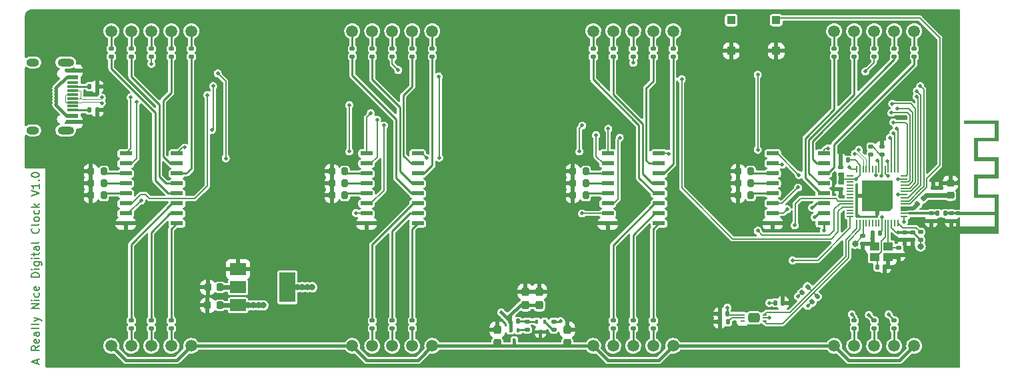
<source format=gbr>
%TF.GenerationSoftware,KiCad,Pcbnew,(6.0.9)*%
%TF.CreationDate,2022-11-29T20:57:58-05:00*%
%TF.ProjectId,Digital Clock PCB,44696769-7461-46c2-9043-6c6f636b2050,rev?*%
%TF.SameCoordinates,Original*%
%TF.FileFunction,Copper,L1,Top*%
%TF.FilePolarity,Positive*%
%FSLAX46Y46*%
G04 Gerber Fmt 4.6, Leading zero omitted, Abs format (unit mm)*
G04 Created by KiCad (PCBNEW (6.0.9)) date 2022-11-29 20:57:58*
%MOMM*%
%LPD*%
G01*
G04 APERTURE LIST*
G04 Aperture macros list*
%AMRoundRect*
0 Rectangle with rounded corners*
0 $1 Rounding radius*
0 $2 $3 $4 $5 $6 $7 $8 $9 X,Y pos of 4 corners*
0 Add a 4 corners polygon primitive as box body*
4,1,4,$2,$3,$4,$5,$6,$7,$8,$9,$2,$3,0*
0 Add four circle primitives for the rounded corners*
1,1,$1+$1,$2,$3*
1,1,$1+$1,$4,$5*
1,1,$1+$1,$6,$7*
1,1,$1+$1,$8,$9*
0 Add four rect primitives between the rounded corners*
20,1,$1+$1,$2,$3,$4,$5,0*
20,1,$1+$1,$4,$5,$6,$7,0*
20,1,$1+$1,$6,$7,$8,$9,0*
20,1,$1+$1,$8,$9,$2,$3,0*%
%AMOutline5P*
0 Free polygon, 5 corners , with rotation*
0 The origin of the aperture is its center*
0 number of corners: always 5*
0 $1 to $10 corner X, Y*
0 $11 Rotation angle, in degrees counterclockwise*
0 create outline with 5 corners*
4,1,5,$1,$2,$3,$4,$5,$6,$7,$8,$9,$10,$1,$2,$11*%
%AMOutline6P*
0 Free polygon, 6 corners , with rotation*
0 The origin of the aperture is its center*
0 number of corners: always 6*
0 $1 to $12 corner X, Y*
0 $13 Rotation angle, in degrees counterclockwise*
0 create outline with 6 corners*
4,1,6,$1,$2,$3,$4,$5,$6,$7,$8,$9,$10,$11,$12,$1,$2,$13*%
%AMOutline7P*
0 Free polygon, 7 corners , with rotation*
0 The origin of the aperture is its center*
0 number of corners: always 7*
0 $1 to $14 corner X, Y*
0 $15 Rotation angle, in degrees counterclockwise*
0 create outline with 7 corners*
4,1,7,$1,$2,$3,$4,$5,$6,$7,$8,$9,$10,$11,$12,$13,$14,$1,$2,$15*%
%AMOutline8P*
0 Free polygon, 8 corners , with rotation*
0 The origin of the aperture is its center*
0 number of corners: always 8*
0 $1 to $16 corner X, Y*
0 $17 Rotation angle, in degrees counterclockwise*
0 create outline with 8 corners*
4,1,8,$1,$2,$3,$4,$5,$6,$7,$8,$9,$10,$11,$12,$13,$14,$15,$16,$1,$2,$17*%
G04 Aperture macros list end*
%TA.AperFunction,NonConductor*%
%ADD10C,0.000000*%
%TD*%
%TA.AperFunction,NonConductor*%
%ADD11C,0.200000*%
%TD*%
%TA.AperFunction,NonConductor*%
%ADD12C,0.001000*%
%TD*%
%ADD13C,0.200000*%
%TA.AperFunction,SMDPad,CuDef*%
%ADD14RoundRect,0.237500X0.237500X-0.300000X0.237500X0.300000X-0.237500X0.300000X-0.237500X-0.300000X0*%
%TD*%
%TA.AperFunction,SMDPad,CuDef*%
%ADD15RoundRect,0.135000X0.185000X-0.135000X0.185000X0.135000X-0.185000X0.135000X-0.185000X-0.135000X0*%
%TD*%
%TA.AperFunction,SMDPad,CuDef*%
%ADD16RoundRect,0.137500X-0.662500X-0.137500X0.662500X-0.137500X0.662500X0.137500X-0.662500X0.137500X0*%
%TD*%
%TA.AperFunction,SMDPad,CuDef*%
%ADD17RoundRect,0.140000X0.140000X0.170000X-0.140000X0.170000X-0.140000X-0.170000X0.140000X-0.170000X0*%
%TD*%
%TA.AperFunction,SMDPad,CuDef*%
%ADD18RoundRect,0.135000X-0.185000X0.135000X-0.185000X-0.135000X0.185000X-0.135000X0.185000X0.135000X0*%
%TD*%
%TA.AperFunction,SMDPad,CuDef*%
%ADD19R,0.400000X0.510000*%
%TD*%
%TA.AperFunction,SMDPad,CuDef*%
%ADD20RoundRect,0.200000X-0.200000X-0.275000X0.200000X-0.275000X0.200000X0.275000X-0.200000X0.275000X0*%
%TD*%
%TA.AperFunction,SMDPad,CuDef*%
%ADD21RoundRect,0.225000X0.225000X0.250000X-0.225000X0.250000X-0.225000X-0.250000X0.225000X-0.250000X0*%
%TD*%
%TA.AperFunction,SMDPad,CuDef*%
%ADD22RoundRect,0.140000X0.170000X-0.140000X0.170000X0.140000X-0.170000X0.140000X-0.170000X-0.140000X0*%
%TD*%
%TA.AperFunction,SMDPad,CuDef*%
%ADD23RoundRect,0.140000X-0.170000X0.140000X-0.170000X-0.140000X0.170000X-0.140000X0.170000X0.140000X0*%
%TD*%
%TA.AperFunction,SMDPad,CuDef*%
%ADD24RoundRect,0.147500X0.147500X0.172500X-0.147500X0.172500X-0.147500X-0.172500X0.147500X-0.172500X0*%
%TD*%
%TA.AperFunction,SMDPad,CuDef*%
%ADD25RoundRect,0.220000X0.330000X0.330000X-0.330000X0.330000X-0.330000X-0.330000X0.330000X-0.330000X0*%
%TD*%
%TA.AperFunction,SMDPad,CuDef*%
%ADD26RoundRect,0.147500X0.017678X-0.226274X0.226274X-0.017678X-0.017678X0.226274X-0.226274X0.017678X0*%
%TD*%
%TA.AperFunction,SMDPad,CuDef*%
%ADD27RoundRect,0.135000X-0.135000X-0.185000X0.135000X-0.185000X0.135000X0.185000X-0.135000X0.185000X0*%
%TD*%
%TA.AperFunction,SMDPad,CuDef*%
%ADD28RoundRect,0.140000X-0.140000X-0.170000X0.140000X-0.170000X0.140000X0.170000X-0.140000X0.170000X0*%
%TD*%
%TA.AperFunction,ConnectorPad*%
%ADD29R,0.500000X0.500000*%
%TD*%
%TA.AperFunction,ComponentPad*%
%ADD30R,0.500000X0.900000*%
%TD*%
%TA.AperFunction,SMDPad,CuDef*%
%ADD31RoundRect,0.135000X0.035355X-0.226274X0.226274X-0.035355X-0.035355X0.226274X-0.226274X0.035355X0*%
%TD*%
%TA.AperFunction,SMDPad,CuDef*%
%ADD32R,2.000000X1.500000*%
%TD*%
%TA.AperFunction,SMDPad,CuDef*%
%ADD33R,2.000000X3.800000*%
%TD*%
%TA.AperFunction,SMDPad,CuDef*%
%ADD34RoundRect,0.055000X-0.195000X0.055000X-0.195000X-0.055000X0.195000X-0.055000X0.195000X0.055000X0*%
%TD*%
%TA.AperFunction,SMDPad,CuDef*%
%ADD35RoundRect,0.055000X0.195000X-0.055000X0.195000X0.055000X-0.195000X0.055000X-0.195000X-0.055000X0*%
%TD*%
%TA.AperFunction,SMDPad,CuDef*%
%ADD36RoundRect,0.300000X-0.450000X0.300000X-0.450000X-0.300000X0.450000X-0.300000X0.450000X0.300000X0*%
%TD*%
%TA.AperFunction,SMDPad,CuDef*%
%ADD37RoundRect,0.135000X0.135000X0.185000X-0.135000X0.185000X-0.135000X-0.185000X0.135000X-0.185000X0*%
%TD*%
%TA.AperFunction,SMDPad,CuDef*%
%ADD38RoundRect,0.050000X0.387500X0.050000X-0.387500X0.050000X-0.387500X-0.050000X0.387500X-0.050000X0*%
%TD*%
%TA.AperFunction,SMDPad,CuDef*%
%ADD39RoundRect,0.050000X0.050000X0.387500X-0.050000X0.387500X-0.050000X-0.387500X0.050000X-0.387500X0*%
%TD*%
%TA.AperFunction,ComponentPad*%
%ADD40C,0.500000*%
%TD*%
%TA.AperFunction,SMDPad,CuDef*%
%ADD41Outline5P,-1.975000X1.580000X-1.580000X1.975000X1.975000X1.975000X1.975000X-1.975000X-1.975000X-1.975000X180.000000*%
%TD*%
%TA.AperFunction,SMDPad,CuDef*%
%ADD42R,1.450000X0.600000*%
%TD*%
%TA.AperFunction,SMDPad,CuDef*%
%ADD43R,1.450000X0.300000*%
%TD*%
%TA.AperFunction,ComponentPad*%
%ADD44O,2.100000X1.000000*%
%TD*%
%TA.AperFunction,ComponentPad*%
%ADD45O,1.600000X1.000000*%
%TD*%
%TA.AperFunction,SMDPad,CuDef*%
%ADD46RoundRect,0.225000X-0.250000X0.225000X-0.250000X-0.225000X0.250000X-0.225000X0.250000X0.225000X0*%
%TD*%
%TA.AperFunction,SMDPad,CuDef*%
%ADD47R,1.150000X1.000000*%
%TD*%
%TA.AperFunction,ComponentPad*%
%ADD48C,1.500000*%
%TD*%
%TA.AperFunction,ViaPad*%
%ADD49C,0.500000*%
%TD*%
%TA.AperFunction,ViaPad*%
%ADD50C,0.800000*%
%TD*%
%TA.AperFunction,Conductor*%
%ADD51C,0.400000*%
%TD*%
%TA.AperFunction,Conductor*%
%ADD52C,0.250000*%
%TD*%
%TA.AperFunction,Conductor*%
%ADD53C,0.100000*%
%TD*%
%TA.AperFunction,Conductor*%
%ADD54C,0.200000*%
%TD*%
%TA.AperFunction,Conductor*%
%ADD55C,0.600000*%
%TD*%
%TA.AperFunction,Conductor*%
%ADD56C,0.150000*%
%TD*%
%TA.AperFunction,Conductor*%
%ADD57C,0.300000*%
%TD*%
%TA.AperFunction,Conductor*%
%ADD58C,0.550000*%
%TD*%
%TA.AperFunction,Conductor*%
%ADD59C,0.349355*%
%TD*%
%TA.AperFunction,Conductor*%
%ADD60C,0.500000*%
%TD*%
G04 APERTURE END LIST*
D10*
G36*
X140843000Y-44297600D02*
G01*
X139700000Y-44297600D01*
X139700000Y-42926000D01*
X140313600Y-42925000D01*
X140309600Y-42494200D01*
X140843000Y-42494200D01*
X140843000Y-44297600D01*
G37*
D11*
X133390800Y-40487600D02*
X134061200Y-40487600D01*
X134061200Y-40487600D02*
X134061200Y-40843200D01*
X134061200Y-40843200D02*
X133390800Y-40843200D01*
X133390800Y-40843200D02*
X133390800Y-40487600D01*
G36*
X133390800Y-40487600D02*
G01*
X134061200Y-40487600D01*
X134061200Y-40843200D01*
X133390800Y-40843200D01*
X133390800Y-40487600D01*
G37*
D12*
G36*
X125984000Y-37490400D02*
G01*
X125374400Y-37493600D01*
X125374400Y-36068000D01*
X125984000Y-36064800D01*
X125984000Y-37490400D01*
G37*
X125984000Y-37490400D02*
X125374400Y-37493600D01*
X125374400Y-36068000D01*
X125984000Y-36064800D01*
X125984000Y-37490400D01*
D13*
D11*
X23585466Y-60352057D02*
X23585466Y-59875866D01*
X23871180Y-60447295D02*
X22871180Y-60113961D01*
X23871180Y-59780628D01*
X23871180Y-58113961D02*
X23394990Y-58447295D01*
X23871180Y-58685390D02*
X22871180Y-58685390D01*
X22871180Y-58304438D01*
X22918800Y-58209200D01*
X22966419Y-58161580D01*
X23061657Y-58113961D01*
X23204514Y-58113961D01*
X23299752Y-58161580D01*
X23347371Y-58209200D01*
X23394990Y-58304438D01*
X23394990Y-58685390D01*
X23823561Y-57304438D02*
X23871180Y-57399676D01*
X23871180Y-57590152D01*
X23823561Y-57685390D01*
X23728323Y-57733009D01*
X23347371Y-57733009D01*
X23252133Y-57685390D01*
X23204514Y-57590152D01*
X23204514Y-57399676D01*
X23252133Y-57304438D01*
X23347371Y-57256819D01*
X23442609Y-57256819D01*
X23537847Y-57733009D01*
X23871180Y-56399676D02*
X23347371Y-56399676D01*
X23252133Y-56447295D01*
X23204514Y-56542533D01*
X23204514Y-56733009D01*
X23252133Y-56828247D01*
X23823561Y-56399676D02*
X23871180Y-56494914D01*
X23871180Y-56733009D01*
X23823561Y-56828247D01*
X23728323Y-56875866D01*
X23633085Y-56875866D01*
X23537847Y-56828247D01*
X23490228Y-56733009D01*
X23490228Y-56494914D01*
X23442609Y-56399676D01*
X23871180Y-55780628D02*
X23823561Y-55875866D01*
X23728323Y-55923485D01*
X22871180Y-55923485D01*
X23871180Y-55256819D02*
X23823561Y-55352057D01*
X23728323Y-55399676D01*
X22871180Y-55399676D01*
X23204514Y-54971104D02*
X23871180Y-54733009D01*
X23204514Y-54494914D02*
X23871180Y-54733009D01*
X24109276Y-54828247D01*
X24156895Y-54875866D01*
X24204514Y-54971104D01*
X23871180Y-53352057D02*
X22871180Y-53352057D01*
X23871180Y-52780628D01*
X22871180Y-52780628D01*
X23871180Y-52304438D02*
X23204514Y-52304438D01*
X22871180Y-52304438D02*
X22918800Y-52352057D01*
X22966419Y-52304438D01*
X22918800Y-52256819D01*
X22871180Y-52304438D01*
X22966419Y-52304438D01*
X23823561Y-51399676D02*
X23871180Y-51494914D01*
X23871180Y-51685390D01*
X23823561Y-51780628D01*
X23775942Y-51828247D01*
X23680704Y-51875866D01*
X23394990Y-51875866D01*
X23299752Y-51828247D01*
X23252133Y-51780628D01*
X23204514Y-51685390D01*
X23204514Y-51494914D01*
X23252133Y-51399676D01*
X23823561Y-50590152D02*
X23871180Y-50685390D01*
X23871180Y-50875866D01*
X23823561Y-50971104D01*
X23728323Y-51018723D01*
X23347371Y-51018723D01*
X23252133Y-50971104D01*
X23204514Y-50875866D01*
X23204514Y-50685390D01*
X23252133Y-50590152D01*
X23347371Y-50542533D01*
X23442609Y-50542533D01*
X23537847Y-51018723D01*
X23871180Y-49352057D02*
X22871180Y-49352057D01*
X22871180Y-49113961D01*
X22918800Y-48971104D01*
X23014038Y-48875866D01*
X23109276Y-48828247D01*
X23299752Y-48780628D01*
X23442609Y-48780628D01*
X23633085Y-48828247D01*
X23728323Y-48875866D01*
X23823561Y-48971104D01*
X23871180Y-49113961D01*
X23871180Y-49352057D01*
X23871180Y-48352057D02*
X23204514Y-48352057D01*
X22871180Y-48352057D02*
X22918800Y-48399676D01*
X22966419Y-48352057D01*
X22918800Y-48304438D01*
X22871180Y-48352057D01*
X22966419Y-48352057D01*
X23204514Y-47447295D02*
X24014038Y-47447295D01*
X24109276Y-47494914D01*
X24156895Y-47542533D01*
X24204514Y-47637771D01*
X24204514Y-47780628D01*
X24156895Y-47875866D01*
X23823561Y-47447295D02*
X23871180Y-47542533D01*
X23871180Y-47733009D01*
X23823561Y-47828247D01*
X23775942Y-47875866D01*
X23680704Y-47923485D01*
X23394990Y-47923485D01*
X23299752Y-47875866D01*
X23252133Y-47828247D01*
X23204514Y-47733009D01*
X23204514Y-47542533D01*
X23252133Y-47447295D01*
X23871180Y-46971104D02*
X23204514Y-46971104D01*
X22871180Y-46971104D02*
X22918800Y-47018723D01*
X22966419Y-46971104D01*
X22918800Y-46923485D01*
X22871180Y-46971104D01*
X22966419Y-46971104D01*
X23204514Y-46637771D02*
X23204514Y-46256819D01*
X22871180Y-46494914D02*
X23728323Y-46494914D01*
X23823561Y-46447295D01*
X23871180Y-46352057D01*
X23871180Y-46256819D01*
X23871180Y-45494914D02*
X23347371Y-45494914D01*
X23252133Y-45542533D01*
X23204514Y-45637771D01*
X23204514Y-45828247D01*
X23252133Y-45923485D01*
X23823561Y-45494914D02*
X23871180Y-45590152D01*
X23871180Y-45828247D01*
X23823561Y-45923485D01*
X23728323Y-45971104D01*
X23633085Y-45971104D01*
X23537847Y-45923485D01*
X23490228Y-45828247D01*
X23490228Y-45590152D01*
X23442609Y-45494914D01*
X23871180Y-44875866D02*
X23823561Y-44971104D01*
X23728323Y-45018723D01*
X22871180Y-45018723D01*
X23775942Y-43161580D02*
X23823561Y-43209200D01*
X23871180Y-43352057D01*
X23871180Y-43447295D01*
X23823561Y-43590152D01*
X23728323Y-43685390D01*
X23633085Y-43733009D01*
X23442609Y-43780628D01*
X23299752Y-43780628D01*
X23109276Y-43733009D01*
X23014038Y-43685390D01*
X22918800Y-43590152D01*
X22871180Y-43447295D01*
X22871180Y-43352057D01*
X22918800Y-43209200D01*
X22966419Y-43161580D01*
X23871180Y-42590152D02*
X23823561Y-42685390D01*
X23728323Y-42733009D01*
X22871180Y-42733009D01*
X23871180Y-42066342D02*
X23823561Y-42161580D01*
X23775942Y-42209200D01*
X23680704Y-42256819D01*
X23394990Y-42256819D01*
X23299752Y-42209200D01*
X23252133Y-42161580D01*
X23204514Y-42066342D01*
X23204514Y-41923485D01*
X23252133Y-41828247D01*
X23299752Y-41780628D01*
X23394990Y-41733009D01*
X23680704Y-41733009D01*
X23775942Y-41780628D01*
X23823561Y-41828247D01*
X23871180Y-41923485D01*
X23871180Y-42066342D01*
X23823561Y-40875866D02*
X23871180Y-40971104D01*
X23871180Y-41161580D01*
X23823561Y-41256819D01*
X23775942Y-41304438D01*
X23680704Y-41352057D01*
X23394990Y-41352057D01*
X23299752Y-41304438D01*
X23252133Y-41256819D01*
X23204514Y-41161580D01*
X23204514Y-40971104D01*
X23252133Y-40875866D01*
X23871180Y-40447295D02*
X22871180Y-40447295D01*
X23490228Y-40352057D02*
X23871180Y-40066342D01*
X23204514Y-40066342D02*
X23585466Y-40447295D01*
X22871180Y-39018723D02*
X23871180Y-38685390D01*
X22871180Y-38352057D01*
X23871180Y-37494914D02*
X23871180Y-38066342D01*
X23871180Y-37780628D02*
X22871180Y-37780628D01*
X23014038Y-37875866D01*
X23109276Y-37971104D01*
X23156895Y-38066342D01*
X23775942Y-37066342D02*
X23823561Y-37018723D01*
X23871180Y-37066342D01*
X23823561Y-37113961D01*
X23775942Y-37066342D01*
X23871180Y-37066342D01*
X22871180Y-36399676D02*
X22871180Y-36304438D01*
X22918800Y-36209200D01*
X22966419Y-36161580D01*
X23061657Y-36113961D01*
X23252133Y-36066342D01*
X23490228Y-36066342D01*
X23680704Y-36113961D01*
X23775942Y-36161580D01*
X23823561Y-36209200D01*
X23871180Y-36304438D01*
X23871180Y-36399676D01*
X23823561Y-36494914D01*
X23775942Y-36542533D01*
X23680704Y-36590152D01*
X23490228Y-36637771D01*
X23252133Y-36637771D01*
X23061657Y-36590152D01*
X22966419Y-36542533D01*
X22918800Y-36494914D01*
X22871180Y-36399676D01*
%TO.C,AE1*%
G36*
X140313600Y-42925000D02*
G01*
X145213600Y-42925000D01*
X145213600Y-41525000D01*
X140313600Y-41525000D01*
X140313600Y-41025000D01*
X145213600Y-41025000D01*
X145213600Y-39325000D01*
X142573600Y-39325000D01*
X142573600Y-36325000D01*
X145213600Y-36325000D01*
X145213600Y-34625000D01*
X142573600Y-34625000D01*
X142573600Y-31625000D01*
X145213600Y-31625000D01*
X145213600Y-29925000D01*
X141273600Y-29925000D01*
X141273600Y-29425000D01*
X145713600Y-29425000D01*
X145713600Y-32125000D01*
X143073600Y-32125000D01*
X143073600Y-34125000D01*
X145713600Y-34125000D01*
X145713600Y-36825000D01*
X143073600Y-36825000D01*
X143073600Y-38825000D01*
X145713600Y-38825000D01*
X145713600Y-43825000D01*
X140313600Y-43825000D01*
X140313600Y-43400156D01*
X140417557Y-43400156D01*
X140429665Y-43442819D01*
X140434019Y-43450731D01*
X140466803Y-43488674D01*
X140509205Y-43512742D01*
X140556815Y-43522583D01*
X140605222Y-43517847D01*
X140650016Y-43498185D01*
X140686786Y-43463245D01*
X140703692Y-43430353D01*
X140711582Y-43382267D01*
X140705008Y-43332682D01*
X140684913Y-43287372D01*
X140652243Y-43252112D01*
X140620017Y-43235218D01*
X140571758Y-43226778D01*
X140522232Y-43233309D01*
X140477047Y-43253868D01*
X140441813Y-43287511D01*
X140431200Y-43306122D01*
X140418300Y-43351637D01*
X140417557Y-43400156D01*
X140313600Y-43400156D01*
X140313600Y-42925000D01*
G37*
%TD*%
D14*
%TO.P,C21,1*%
%TO.N,CC*%
X90932000Y-57758500D03*
%TO.P,C21,2*%
%TO.N,GND*%
X90932000Y-56033500D03*
%TD*%
D15*
%TO.P,R13,1*%
%TO.N,Net-(R13-Pad1)*%
X63627000Y-21338000D03*
%TO.P,R13,2*%
%TO.N,Net-(R13-Pad2)*%
X63627000Y-20318000D03*
%TD*%
%TO.P,R9,1*%
%TO.N,Net-(Q2-Pad1)*%
X89204800Y-56034400D03*
%TO.P,R9,2*%
%TO.N,LED*%
X89204800Y-55014400D03*
%TD*%
D16*
%TO.P,U7,1,B*%
%TO.N,GPIO 14*%
X117019000Y-33629600D03*
%TO.P,U7,2,C*%
%TO.N,GPIO 15*%
X117019000Y-34899600D03*
%TO.P,U7,3,LT*%
%TO.N,Net-(R48-Pad2)*%
X117019000Y-36169600D03*
%TO.P,U7,4,BI*%
%TO.N,Net-(R49-Pad2)*%
X117019000Y-37439600D03*
%TO.P,U7,5,RBI*%
%TO.N,Net-(R50-Pad2)*%
X117019000Y-38709600D03*
%TO.P,U7,6,D*%
%TO.N,GPIO 16*%
X117019000Y-39979600D03*
%TO.P,U7,7,A*%
%TO.N,GPIO 13*%
X117019000Y-41249600D03*
%TO.P,U7,8,GND*%
%TO.N,GND*%
X117019000Y-42519600D03*
%TO.P,U7,9,e*%
%TO.N,Net-(R32-Pad1)*%
X123519000Y-42519600D03*
%TO.P,U7,10,d*%
%TO.N,Net-(R31-Pad1)*%
X123519000Y-41249600D03*
%TO.P,U7,11,c*%
%TO.N,Net-(R30-Pad1)*%
X123519000Y-39979600D03*
%TO.P,U7,12,b*%
%TO.N,Net-(R29-Pad1)*%
X123519000Y-38709600D03*
%TO.P,U7,13,a*%
%TO.N,Net-(R28-Pad1)*%
X123519000Y-37439600D03*
%TO.P,U7,14,g*%
%TO.N,Net-(R34-Pad1)*%
X123519000Y-36169600D03*
%TO.P,U7,15,f*%
%TO.N,Net-(R33-Pad1)*%
X123519000Y-34899600D03*
%TO.P,U7,16,VCC*%
%TO.N,+3V3*%
X123519000Y-33629600D03*
%TD*%
D15*
%TO.P,R36,1*%
%TO.N,+3V3*%
X135788400Y-44655200D03*
%TO.P,R36,2*%
%TO.N,CHIP PU*%
X135788400Y-43635200D03*
%TD*%
D17*
%TO.P,C6,1*%
%TO.N,+3V3*%
X130629600Y-43738800D03*
%TO.P,C6,2*%
%TO.N,GND*%
X129669600Y-43738800D03*
%TD*%
D18*
%TO.P,R30,1*%
%TO.N,Net-(R30-Pad1)*%
X127381000Y-54862000D03*
%TO.P,R30,2*%
%TO.N,Net-(R30-Pad2)*%
X127381000Y-55882000D03*
%TD*%
D19*
%TO.P,Q1,1,G*%
%TO.N,Net-(Q1-Pad1)*%
X84701000Y-56124000D03*
%TO.P,Q1,2,S*%
%TO.N,+5V*%
X83701000Y-56124000D03*
%TO.P,Q1,3,D*%
%TO.N,CC*%
X84201000Y-57414000D03*
%TD*%
D20*
%TO.P,R47,1*%
%TO.N,GND*%
X61024000Y-38989000D03*
%TO.P,R47,2*%
%TO.N,Net-(R47-Pad2)*%
X62674000Y-38989000D03*
%TD*%
D16*
%TO.P,U1,1,B*%
%TO.N,GPIO 2*%
X34850000Y-33655000D03*
%TO.P,U1,2,C*%
%TO.N,GPIO 3*%
X34850000Y-34925000D03*
%TO.P,U1,3,LT*%
%TO.N,Net-(R42-Pad2)*%
X34850000Y-36195000D03*
%TO.P,U1,4,BI*%
%TO.N,Net-(R43-Pad2)*%
X34850000Y-37465000D03*
%TO.P,U1,5,RBI*%
%TO.N,Net-(R44-Pad2)*%
X34850000Y-38735000D03*
%TO.P,U1,6,D*%
%TO.N,GPIO 4*%
X34850000Y-40005000D03*
%TO.P,U1,7,A*%
%TO.N,GPIO 1*%
X34850000Y-41275000D03*
%TO.P,U1,8,GND*%
%TO.N,GND*%
X34850000Y-42545000D03*
%TO.P,U1,9,e*%
%TO.N,Net-(R5-Pad1)*%
X41350000Y-42545000D03*
%TO.P,U1,10,d*%
%TO.N,Net-(R4-Pad1)*%
X41350000Y-41275000D03*
%TO.P,U1,11,c*%
%TO.N,Net-(R3-Pad1)*%
X41350000Y-40005000D03*
%TO.P,U1,12,b*%
%TO.N,Net-(R2-Pad1)*%
X41350000Y-38735000D03*
%TO.P,U1,13,a*%
%TO.N,Net-(R1-Pad1)*%
X41350000Y-37465000D03*
%TO.P,U1,14,g*%
%TO.N,Net-(R7-Pad1)*%
X41350000Y-36195000D03*
%TO.P,U1,15,f*%
%TO.N,Net-(R6-Pad1)*%
X41350000Y-34925000D03*
%TO.P,U1,16,VCC*%
%TO.N,+3V3*%
X41350000Y-33655000D03*
%TD*%
D15*
%TO.P,R21,1*%
%TO.N,Net-(R21-Pad1)*%
X94234000Y-21338000D03*
%TO.P,R21,2*%
%TO.N,Net-(R21-Pad2)*%
X94234000Y-20318000D03*
%TD*%
D21*
%TO.P,C18,1*%
%TO.N,+5V*%
X46799800Y-52959000D03*
%TO.P,C18,2*%
%TO.N,GND*%
X45249800Y-52959000D03*
%TD*%
D16*
%TO.P,U2,1,B*%
%TO.N,GPIO 6*%
X65431600Y-33655000D03*
%TO.P,U2,2,C*%
%TO.N,GPIO 7*%
X65431600Y-34925000D03*
%TO.P,U2,3,LT*%
%TO.N,Net-(R45-Pad2)*%
X65431600Y-36195000D03*
%TO.P,U2,4,BI*%
%TO.N,Net-(R46-Pad2)*%
X65431600Y-37465000D03*
%TO.P,U2,5,RBI*%
%TO.N,Net-(R47-Pad2)*%
X65431600Y-38735000D03*
%TO.P,U2,6,D*%
%TO.N,GPIO 8*%
X65431600Y-40005000D03*
%TO.P,U2,7,A*%
%TO.N,GPIO 5*%
X65431600Y-41275000D03*
%TO.P,U2,8,GND*%
%TO.N,GND*%
X65431600Y-42545000D03*
%TO.P,U2,9,e*%
%TO.N,Net-(R16-Pad1)*%
X71931600Y-42545000D03*
%TO.P,U2,10,d*%
%TO.N,Net-(R15-Pad1)*%
X71931600Y-41275000D03*
%TO.P,U2,11,c*%
%TO.N,Net-(R14-Pad1)*%
X71931600Y-40005000D03*
%TO.P,U2,12,b*%
%TO.N,Net-(R13-Pad1)*%
X71931600Y-38735000D03*
%TO.P,U2,13,a*%
%TO.N,Net-(R12-Pad1)*%
X71931600Y-37465000D03*
%TO.P,U2,14,g*%
%TO.N,Net-(R18-Pad1)*%
X71931600Y-36195000D03*
%TO.P,U2,15,f*%
%TO.N,Net-(R17-Pad1)*%
X71931600Y-34925000D03*
%TO.P,U2,16,VCC*%
%TO.N,+3V3*%
X71931600Y-33655000D03*
%TD*%
D19*
%TO.P,Q2,1,G*%
%TO.N,Net-(Q2-Pad1)*%
X88028400Y-55031800D03*
%TO.P,Q2,2,D*%
%TO.N,Net-(Q2-Pad2)*%
X87028400Y-55031800D03*
%TO.P,Q2,3,S*%
%TO.N,GND*%
X87528400Y-56321800D03*
%TD*%
D18*
%TO.P,R31,1*%
%TO.N,Net-(R31-Pad1)*%
X129921000Y-54862000D03*
%TO.P,R31,2*%
%TO.N,Net-(R31-Pad2)*%
X129921000Y-55882000D03*
%TD*%
D17*
%TO.P,C17,1*%
%TO.N,+3V3*%
X111246800Y-54051200D03*
%TO.P,C17,2*%
%TO.N,GND*%
X110286800Y-54051200D03*
%TD*%
D22*
%TO.P,C12,1*%
%TO.N,GND*%
X128473200Y-45105200D03*
%TO.P,C12,2*%
%TO.N,+3V3*%
X128473200Y-44145200D03*
%TD*%
D15*
%TO.P,R10,1*%
%TO.N,Net-(Q1-Pad1)*%
X85852000Y-56034400D03*
%TO.P,R10,2*%
%TO.N,Net-(Q2-Pad2)*%
X85852000Y-55014400D03*
%TD*%
%TO.P,R25,1*%
%TO.N,Net-(R25-Pad1)*%
X101854000Y-21338000D03*
%TO.P,R25,2*%
%TO.N,Net-(R25-Pad2)*%
X101854000Y-20318000D03*
%TD*%
D23*
%TO.P,C5,1*%
%TO.N,GND*%
X137414000Y-38026400D03*
%TO.P,C5,2*%
%TO.N,+3V3*%
X137414000Y-38986400D03*
%TD*%
D24*
%TO.P,L1,1*%
%TO.N,Net-(AE1-Pad1)*%
X138915000Y-41275000D03*
%TO.P,L1,2*%
%TO.N,Net-(C4-Pad1)*%
X137945000Y-41275000D03*
%TD*%
D20*
%TO.P,R53,1*%
%TO.N,GND*%
X91631000Y-38989000D03*
%TO.P,R53,2*%
%TO.N,Net-(R53-Pad2)*%
X93281000Y-38989000D03*
%TD*%
D25*
%TO.P,SW1,1,1*%
%TO.N,GND*%
X117454800Y-20593600D03*
X111754800Y-20593600D03*
%TO.P,SW1,2,2*%
%TO.N,BOOT*%
X117454800Y-16693600D03*
X111754800Y-16693600D03*
%TD*%
D20*
%TO.P,R44,1*%
%TO.N,GND*%
X30417000Y-38989000D03*
%TO.P,R44,2*%
%TO.N,Net-(R44-Pad2)*%
X32067000Y-38989000D03*
%TD*%
D18*
%TO.P,R14,1*%
%TO.N,Net-(R14-Pad1)*%
X66167000Y-54862000D03*
%TO.P,R14,2*%
%TO.N,Net-(R14-Pad2)*%
X66167000Y-55882000D03*
%TD*%
D15*
%TO.P,R28,1*%
%TO.N,Net-(R28-Pad1)*%
X127381000Y-21338000D03*
%TO.P,R28,2*%
%TO.N,Net-(R28-Pad2)*%
X127381000Y-20318000D03*
%TD*%
%TO.P,R2,1*%
%TO.N,Net-(R2-Pad1)*%
X33020000Y-21338000D03*
%TO.P,R2,2*%
%TO.N,Net-(R2-Pad2)*%
X33020000Y-20318000D03*
%TD*%
%TO.P,R26,1*%
%TO.N,Net-(R26-Pad1)*%
X104394000Y-21338000D03*
%TO.P,R26,2*%
%TO.N,Net-(R26-Pad2)*%
X104394000Y-20318000D03*
%TD*%
D20*
%TO.P,R45,1*%
%TO.N,GND*%
X61024000Y-35941000D03*
%TO.P,R45,2*%
%TO.N,Net-(R45-Pad2)*%
X62674000Y-35941000D03*
%TD*%
D15*
%TO.P,R12,1*%
%TO.N,Net-(R12-Pad1)*%
X66167000Y-21338000D03*
%TO.P,R12,2*%
%TO.N,Net-(R12-Pad2)*%
X66167000Y-20318000D03*
%TD*%
%TO.P,R6,1*%
%TO.N,Net-(R6-Pad1)*%
X40640000Y-21338000D03*
%TO.P,R6,2*%
%TO.N,Net-(R6-Pad2)*%
X40640000Y-20318000D03*
%TD*%
D18*
%TO.P,R16,1*%
%TO.N,Net-(R16-Pad1)*%
X71247000Y-54862000D03*
%TO.P,R16,2*%
%TO.N,Net-(R16-Pad2)*%
X71247000Y-55882000D03*
%TD*%
D23*
%TO.P,C4,1*%
%TO.N,Net-(C4-Pad1)*%
X137160000Y-41275000D03*
%TO.P,C4,2*%
%TO.N,GND*%
X137160000Y-42235000D03*
%TD*%
D15*
%TO.P,R17,1*%
%TO.N,Net-(R17-Pad1)*%
X71247000Y-21338000D03*
%TO.P,R17,2*%
%TO.N,Net-(R17-Pad2)*%
X71247000Y-20318000D03*
%TD*%
D26*
%TO.P,L2,1*%
%TO.N,Net-(L2-Pad1)*%
X135420053Y-40068547D03*
%TO.P,L2,2*%
%TO.N,+3V3*%
X136105947Y-39382653D03*
%TD*%
D20*
%TO.P,R46,1*%
%TO.N,GND*%
X61024000Y-37465000D03*
%TO.P,R46,2*%
%TO.N,Net-(R46-Pad2)*%
X62674000Y-37465000D03*
%TD*%
D15*
%TO.P,R37,1*%
%TO.N,Net-(R37-Pad1)*%
X129489200Y-33782000D03*
%TO.P,R37,2*%
%TO.N,+3V3*%
X129489200Y-32762000D03*
%TD*%
D22*
%TO.P,C15,1*%
%TO.N,+3V3*%
X125679200Y-36344800D03*
%TO.P,C15,2*%
%TO.N,GND*%
X125679200Y-35384800D03*
%TD*%
%TO.P,C11,1*%
%TO.N,+3V3*%
X130911600Y-33754000D03*
%TO.P,C11,2*%
%TO.N,GND*%
X130911600Y-32794000D03*
%TD*%
D18*
%TO.P,R32,1*%
%TO.N,Net-(R32-Pad1)*%
X132461000Y-54862000D03*
%TO.P,R32,2*%
%TO.N,Net-(R32-Pad2)*%
X132461000Y-55882000D03*
%TD*%
D20*
%TO.P,R50,1*%
%TO.N,GND*%
X112586000Y-38989000D03*
%TO.P,R50,2*%
%TO.N,Net-(R50-Pad2)*%
X114236000Y-38989000D03*
%TD*%
D15*
%TO.P,R27,1*%
%TO.N,GPIO 35*%
X99314000Y-21338000D03*
%TO.P,R27,2*%
%TO.N,Net-(R27-Pad2)*%
X99314000Y-20318000D03*
%TD*%
D18*
%TO.P,R24,1*%
%TO.N,Net-(R24-Pad1)*%
X101854000Y-54862000D03*
%TO.P,R24,2*%
%TO.N,Net-(R24-Pad2)*%
X101854000Y-55882000D03*
%TD*%
%TO.P,R15,1*%
%TO.N,Net-(R15-Pad1)*%
X68707000Y-54862000D03*
%TO.P,R15,2*%
%TO.N,Net-(R15-Pad2)*%
X68707000Y-55882000D03*
%TD*%
D27*
%TO.P,R54,1*%
%TO.N,GND*%
X110284800Y-55067200D03*
%TO.P,R54,2*%
%TO.N,Net-(PD1-Pad2)*%
X111304800Y-55067200D03*
%TD*%
D18*
%TO.P,R4,1*%
%TO.N,Net-(R4-Pad1)*%
X38100000Y-54862000D03*
%TO.P,R4,2*%
%TO.N,Net-(R4-Pad2)*%
X38100000Y-55882000D03*
%TD*%
D27*
%TO.P,R40,1*%
%TO.N,Net-(J1-PadA5)*%
X30224000Y-25146000D03*
%TO.P,R40,2*%
%TO.N,GND*%
X31244000Y-25146000D03*
%TD*%
D16*
%TO.P,U6,1,B*%
%TO.N,GPIO 10*%
X96064000Y-33655000D03*
%TO.P,U6,2,C*%
%TO.N,GPIO 11*%
X96064000Y-34925000D03*
%TO.P,U6,3,LT*%
%TO.N,Net-(R51-Pad2)*%
X96064000Y-36195000D03*
%TO.P,U6,4,BI*%
%TO.N,Net-(R52-Pad2)*%
X96064000Y-37465000D03*
%TO.P,U6,5,RBI*%
%TO.N,Net-(R53-Pad2)*%
X96064000Y-38735000D03*
%TO.P,U6,6,D*%
%TO.N,GPIO 12*%
X96064000Y-40005000D03*
%TO.P,U6,7,A*%
%TO.N,GPIO 9*%
X96064000Y-41275000D03*
%TO.P,U6,8,GND*%
%TO.N,GND*%
X96064000Y-42545000D03*
%TO.P,U6,9,e*%
%TO.N,Net-(R24-Pad1)*%
X102564000Y-42545000D03*
%TO.P,U6,10,d*%
%TO.N,Net-(R23-Pad1)*%
X102564000Y-41275000D03*
%TO.P,U6,11,c*%
%TO.N,Net-(R22-Pad1)*%
X102564000Y-40005000D03*
%TO.P,U6,12,b*%
%TO.N,Net-(R21-Pad1)*%
X102564000Y-38735000D03*
%TO.P,U6,13,a*%
%TO.N,Net-(R20-Pad1)*%
X102564000Y-37465000D03*
%TO.P,U6,14,g*%
%TO.N,Net-(R26-Pad1)*%
X102564000Y-36195000D03*
%TO.P,U6,15,f*%
%TO.N,Net-(R25-Pad1)*%
X102564000Y-34925000D03*
%TO.P,U6,16,VCC*%
%TO.N,+3V3*%
X102564000Y-33655000D03*
%TD*%
D15*
%TO.P,R8,1*%
%TO.N,GPIO 33*%
X38100000Y-21338000D03*
%TO.P,R8,2*%
%TO.N,Net-(R8-Pad2)*%
X38100000Y-20318000D03*
%TD*%
D18*
%TO.P,R3,1*%
%TO.N,Net-(R3-Pad1)*%
X35560000Y-54862000D03*
%TO.P,R3,2*%
%TO.N,Net-(R3-Pad2)*%
X35560000Y-55882000D03*
%TD*%
D14*
%TO.P,C20,1*%
%TO.N,+5V*%
X87376000Y-52932500D03*
%TO.P,C20,2*%
%TO.N,GND*%
X87376000Y-51207500D03*
%TD*%
D15*
%TO.P,R1,1*%
%TO.N,Net-(R1-Pad1)*%
X35560000Y-21338000D03*
%TO.P,R1,2*%
%TO.N,Net-(R1-Pad2)*%
X35560000Y-20318000D03*
%TD*%
D23*
%TO.P,C1,1*%
%TO.N,Net-(AE1-Pad1)*%
X139700000Y-41275000D03*
%TO.P,C1,2*%
%TO.N,GND*%
X139700000Y-42235000D03*
%TD*%
D28*
%TO.P,C10,1*%
%TO.N,/xtal-*%
X130304600Y-48082200D03*
%TO.P,C10,2*%
%TO.N,GND*%
X131264600Y-48082200D03*
%TD*%
D29*
%TO.P,AE1,1,A*%
%TO.N,Net-(AE1-Pad1)*%
X140563600Y-41275000D03*
D30*
%TO.P,AE1,2*%
%TO.N,GND*%
X140563600Y-43375000D03*
%TD*%
D15*
%TO.P,R20,1*%
%TO.N,Net-(R20-Pad1)*%
X96774000Y-21338000D03*
%TO.P,R20,2*%
%TO.N,Net-(R20-Pad2)*%
X96774000Y-20318000D03*
%TD*%
D17*
%TO.P,C13,1*%
%TO.N,+3V3*%
X126565600Y-34493200D03*
%TO.P,C13,2*%
%TO.N,GND*%
X125605600Y-34493200D03*
%TD*%
D31*
%TO.P,R38,1*%
%TO.N,+3V3*%
X121965776Y-52532224D03*
%TO.P,R38,2*%
%TO.N,SDA*%
X122687024Y-51810976D03*
%TD*%
D14*
%TO.P,C23,1*%
%TO.N,CC*%
X82042000Y-57758500D03*
%TO.P,C23,2*%
%TO.N,GND*%
X82042000Y-56033500D03*
%TD*%
D20*
%TO.P,R42,1*%
%TO.N,GND*%
X30417000Y-35941000D03*
%TO.P,R42,2*%
%TO.N,Net-(R42-Pad2)*%
X32067000Y-35941000D03*
%TD*%
D18*
%TO.P,R22,1*%
%TO.N,Net-(R22-Pad1)*%
X96774000Y-54862000D03*
%TO.P,R22,2*%
%TO.N,Net-(R22-Pad2)*%
X96774000Y-55882000D03*
%TD*%
D32*
%TO.P,U10,1,GND*%
%TO.N,GND*%
X49097800Y-48347600D03*
D33*
%TO.P,U10,2,VO*%
%TO.N,+3V3*%
X55397800Y-50647600D03*
D32*
X49097800Y-50647600D03*
%TO.P,U10,3,VI*%
%TO.N,+5V*%
X49097800Y-52947600D03*
%TD*%
D20*
%TO.P,R48,1*%
%TO.N,GND*%
X112586000Y-35941000D03*
%TO.P,R48,2*%
%TO.N,Net-(R48-Pad2)*%
X114236000Y-35941000D03*
%TD*%
D34*
%TO.P,PD1,1,VCC*%
%TO.N,+3V3*%
X113204800Y-54159200D03*
%TO.P,PD1,2,INT*%
%TO.N,Net-(PD1-Pad2)*%
X113204800Y-54559200D03*
%TO.P,PD1,3,GND*%
%TO.N,GND*%
X113204800Y-54959200D03*
D35*
%TO.P,PD1,4,SDA*%
%TO.N,SDA*%
X116004800Y-54959200D03*
%TO.P,PD1,5,DVI*%
%TO.N,+3V3*%
X116004800Y-54559200D03*
%TO.P,PD1,6,SCL*%
%TO.N,SCL*%
X116004800Y-54159200D03*
D36*
%TO.P,PD1,7*%
%TO.N,N/C*%
X114604800Y-54559200D03*
%TD*%
D22*
%TO.P,C8,1*%
%TO.N,GND*%
X133756400Y-44625200D03*
%TO.P,C8,2*%
%TO.N,+3V3*%
X133756400Y-43665200D03*
%TD*%
D23*
%TO.P,C9,1*%
%TO.N,/xtal+*%
X133019800Y-45646400D03*
%TO.P,C9,2*%
%TO.N,GND*%
X133019800Y-46606400D03*
%TD*%
D20*
%TO.P,R43,1*%
%TO.N,GND*%
X30417000Y-37465000D03*
%TO.P,R43,2*%
%TO.N,Net-(R43-Pad2)*%
X32067000Y-37465000D03*
%TD*%
D15*
%TO.P,R7,1*%
%TO.N,Net-(R7-Pad1)*%
X43180000Y-21338000D03*
%TO.P,R7,2*%
%TO.N,Net-(R7-Pad2)*%
X43180000Y-20318000D03*
%TD*%
D37*
%TO.P,R11,1*%
%TO.N,Net-(Q2-Pad2)*%
X84711000Y-54991000D03*
%TO.P,R11,2*%
%TO.N,+5V*%
X83691000Y-54991000D03*
%TD*%
D14*
%TO.P,C22,1*%
%TO.N,+5V*%
X85598000Y-52932500D03*
%TO.P,C22,2*%
%TO.N,GND*%
X85598000Y-51207500D03*
%TD*%
D18*
%TO.P,R5,1*%
%TO.N,Net-(R5-Pad1)*%
X40640000Y-54862000D03*
%TO.P,R5,2*%
%TO.N,Net-(R5-Pad2)*%
X40640000Y-55882000D03*
%TD*%
D15*
%TO.P,R19,1*%
%TO.N,GPIO 21*%
X68707000Y-21338000D03*
%TO.P,R19,2*%
%TO.N,Net-(R19-Pad2)*%
X68707000Y-20318000D03*
%TD*%
D31*
%TO.P,R39,1*%
%TO.N,+3V3*%
X120746576Y-51313024D03*
%TO.P,R39,2*%
%TO.N,SCL*%
X121467824Y-50591776D03*
%TD*%
D23*
%TO.P,C14,1*%
%TO.N,+3V3*%
X125679200Y-37213600D03*
%TO.P,C14,2*%
%TO.N,GND*%
X125679200Y-38173600D03*
%TD*%
D20*
%TO.P,R52,1*%
%TO.N,GND*%
X91631000Y-37465000D03*
%TO.P,R52,2*%
%TO.N,Net-(R52-Pad2)*%
X93281000Y-37465000D03*
%TD*%
D38*
%TO.P,U5,1,VDDA*%
%TO.N,+3V3*%
X133731000Y-41675000D03*
%TO.P,U5,2,LNA_IN*%
%TO.N,Net-(C4-Pad1)*%
X133731000Y-41275000D03*
%TO.P,U5,3,VDD3P3*%
%TO.N,Net-(L2-Pad1)*%
X133731000Y-40875000D03*
%TO.P,U5,4,VDD3P3*%
X133731000Y-40475000D03*
%TO.P,U5,5,GPIO_0*%
%TO.N,BOOT*%
X133731000Y-40075000D03*
%TO.P,U5,6,GPIO_1*%
%TO.N,GPIO 1*%
X133731000Y-39675000D03*
%TO.P,U5,7,GPIO_2*%
%TO.N,GPIO 2*%
X133731000Y-39275000D03*
%TO.P,U5,8,GPIO_3*%
%TO.N,GPIO 3*%
X133731000Y-38875000D03*
%TO.P,U5,9,GPIO_4*%
%TO.N,GPIO 4*%
X133731000Y-38475000D03*
%TO.P,U5,10,GPIO_5*%
%TO.N,GPIO 5*%
X133731000Y-38075000D03*
%TO.P,U5,11,GPIO_6*%
%TO.N,GPIO 6*%
X133731000Y-37675000D03*
%TO.P,U5,12,GPIO_7*%
%TO.N,GPIO 7*%
X133731000Y-37275000D03*
%TO.P,U5,13,GPIO_8*%
%TO.N,GPIO 8*%
X133731000Y-36875000D03*
%TO.P,U5,14,GPIO_9*%
%TO.N,GPIO 9*%
X133731000Y-36475000D03*
D39*
%TO.P,U5,15,GPIO_10*%
%TO.N,GPIO 10*%
X132893500Y-35637500D03*
%TO.P,U5,16,GPIO_11*%
%TO.N,GPIO 11*%
X132493500Y-35637500D03*
%TO.P,U5,17,GPIO_12*%
%TO.N,GPIO 12*%
X132093500Y-35637500D03*
%TO.P,U5,18,GPIO_13*%
%TO.N,GPIO 13*%
X131693500Y-35637500D03*
%TO.P,U5,19,GPIO_14*%
%TO.N,GPIO 14*%
X131293500Y-35637500D03*
%TO.P,U5,20,VDD3P3_RTC*%
%TO.N,+3V3*%
X130893500Y-35637500D03*
%TO.P,U5,21,XTAL_32K_P*%
%TO.N,GPIO 15*%
X130493500Y-35637500D03*
%TO.P,U5,22,XTAL_32K_N*%
%TO.N,GPIO 16*%
X130093500Y-35637500D03*
%TO.P,U5,23,DAC_1*%
%TO.N,GPIO 17*%
X129693500Y-35637500D03*
%TO.P,U5,24,DAC_2*%
%TO.N,Net-(R37-Pad1)*%
X129293500Y-35637500D03*
%TO.P,U5,25,GPIO_19*%
%TO.N,USB D-*%
X128893500Y-35637500D03*
%TO.P,U5,26,GPIO_20*%
%TO.N,USB D+*%
X128493500Y-35637500D03*
%TO.P,U5,27,VDD3P3_RCT_IO*%
%TO.N,+3V3*%
X128093500Y-35637500D03*
%TO.P,U5,28,GPIO_21*%
%TO.N,GPIO 21*%
X127693500Y-35637500D03*
D38*
%TO.P,U5,29,SPICS_1*%
%TO.N,SPICS 1*%
X126856000Y-36475000D03*
%TO.P,U5,30,VDD_SPI*%
%TO.N,+3V3*%
X126856000Y-36875000D03*
%TO.P,U5,31,SPIHD*%
%TO.N,SPIHD*%
X126856000Y-37275000D03*
%TO.P,U5,32,SPIWP*%
%TO.N,SPIWP*%
X126856000Y-37675000D03*
%TO.P,U5,33,SPICS_0*%
%TO.N,GPIO 29*%
X126856000Y-38075000D03*
%TO.P,U5,34,SPICLK*%
%TO.N,SPICLK*%
X126856000Y-38475000D03*
%TO.P,U5,35,SPIQ*%
%TO.N,SPIQ*%
X126856000Y-38875000D03*
%TO.P,U5,36,SPID*%
%TO.N,SPID*%
X126856000Y-39275000D03*
%TO.P,U5,37,GPIO_33*%
%TO.N,GPIO 33*%
X126856000Y-39675000D03*
%TO.P,U5,38,GPIO_34*%
%TO.N,GPIO 34*%
X126856000Y-40075000D03*
%TO.P,U5,39,GPIO_35*%
%TO.N,GPIO 35*%
X126856000Y-40475000D03*
%TO.P,U5,40,GPIO36*%
%TO.N,GPIO 36*%
X126856000Y-40875000D03*
%TO.P,U5,41,GPIO_37*%
%TO.N,GPIO 37*%
X126856000Y-41275000D03*
%TO.P,U5,42,GPIO_38*%
%TO.N,LED*%
X126856000Y-41675000D03*
D39*
%TO.P,U5,43,MTCK*%
%TO.N,SCL*%
X127693500Y-42512500D03*
%TO.P,U5,44,MTD_0*%
%TO.N,SDA*%
X128093500Y-42512500D03*
%TO.P,U5,45,VDD3P3_CPU*%
%TO.N,+3V3*%
X128493500Y-42512500D03*
%TO.P,U5,46,MTDI*%
%TO.N,GPIO 42*%
X128893500Y-42512500D03*
%TO.P,U5,47,MTMS*%
%TO.N,GPIO 44*%
X129293500Y-42512500D03*
%TO.P,U5,48,U0TXD*%
%TO.N,UART TX*%
X129693500Y-42512500D03*
%TO.P,U5,49,U0RXD*%
%TO.N,UART RX*%
X130093500Y-42512500D03*
%TO.P,U5,50,GPIO_45*%
%TO.N,GPIO 45*%
X130493500Y-42512500D03*
%TO.P,U5,51,VDDA*%
%TO.N,+3V3*%
X130893500Y-42512500D03*
%TO.P,U5,52,XTAL_N*%
%TO.N,/xtal-*%
X131293500Y-42512500D03*
%TO.P,U5,53,XTAL_P*%
%TO.N,/xtal+*%
X131693500Y-42512500D03*
%TO.P,U5,54,VDDA*%
%TO.N,+3V3*%
X132093500Y-42512500D03*
%TO.P,U5,55,GPIO_46*%
%TO.N,GPIO 46*%
X132493500Y-42512500D03*
%TO.P,U5,56,CHIP_PU*%
%TO.N,CHIP PU*%
X132893500Y-42512500D03*
D40*
%TO.P,U5,57,GND*%
%TO.N,GND*%
X131568500Y-37800000D03*
X131568500Y-39075000D03*
X129018500Y-39075000D03*
X130293500Y-40350000D03*
X129018500Y-40350000D03*
X131568500Y-40350000D03*
X129018500Y-37800000D03*
D41*
X130293500Y-39075000D03*
D40*
X130293500Y-37800000D03*
X130293500Y-39075000D03*
%TD*%
D42*
%TO.P,J1,A1,GND*%
%TO.N,GND*%
X28149600Y-23140600D03*
%TO.P,J1,A4,VBUS*%
%TO.N,+5V*%
X28149600Y-23940600D03*
D43*
%TO.P,J1,A5,CC1*%
%TO.N,Net-(J1-PadA5)*%
X28149600Y-25140600D03*
%TO.P,J1,A6,D+*%
%TO.N,USB D+*%
X28149600Y-26140600D03*
%TO.P,J1,A7,D-*%
%TO.N,USB D-*%
X28149600Y-26640600D03*
%TO.P,J1,A8,SBU1*%
%TO.N,unconnected-(J1-PadA8)*%
X28149600Y-27640600D03*
D42*
%TO.P,J1,A9,VBUS*%
%TO.N,+5V*%
X28149600Y-28840600D03*
%TO.P,J1,A12,GND*%
%TO.N,GND*%
X28149600Y-29640600D03*
%TO.P,J1,B1,GND*%
X28149600Y-29640600D03*
%TO.P,J1,B4,VBUS*%
%TO.N,+5V*%
X28149600Y-28840600D03*
D43*
%TO.P,J1,B5,CC2*%
%TO.N,Net-(J1-PadB5)*%
X28149600Y-28140600D03*
%TO.P,J1,B6,D+*%
%TO.N,USB D+*%
X28149600Y-27140600D03*
%TO.P,J1,B7,D-*%
%TO.N,USB D-*%
X28149600Y-25640600D03*
%TO.P,J1,B8,SBU2*%
%TO.N,unconnected-(J1-PadB8)*%
X28149600Y-24640600D03*
D42*
%TO.P,J1,B9,VBUS*%
%TO.N,+5V*%
X28149600Y-23940600D03*
%TO.P,J1,B12,GND*%
%TO.N,GND*%
X28149600Y-23140600D03*
D44*
%TO.P,J1,S1,SHIELD*%
%TO.N,unconnected-(J1-PadS1)*%
X27234600Y-22070600D03*
X27234600Y-30710600D03*
D45*
X23054600Y-22070600D03*
X23054600Y-30710600D03*
%TD*%
D15*
%TO.P,R35,1*%
%TO.N,GPIO 34*%
X129921000Y-21338000D03*
%TO.P,R35,2*%
%TO.N,Net-(R35-Pad2)*%
X129921000Y-20318000D03*
%TD*%
D18*
%TO.P,R23,1*%
%TO.N,Net-(R23-Pad1)*%
X99314000Y-54862000D03*
%TO.P,R23,2*%
%TO.N,Net-(R23-Pad2)*%
X99314000Y-55882000D03*
%TD*%
D27*
%TO.P,R41,1*%
%TO.N,Net-(J1-PadB5)*%
X30224000Y-28143200D03*
%TO.P,R41,2*%
%TO.N,GND*%
X31244000Y-28143200D03*
%TD*%
D23*
%TO.P,C3,1*%
%TO.N,GND*%
X138379200Y-38026400D03*
%TO.P,C3,2*%
%TO.N,+3V3*%
X138379200Y-38986400D03*
%TD*%
D20*
%TO.P,R49,1*%
%TO.N,GND*%
X112586000Y-37465000D03*
%TO.P,R49,2*%
%TO.N,Net-(R49-Pad2)*%
X114236000Y-37465000D03*
%TD*%
D28*
%TO.P,C16,1*%
%TO.N,+3V3*%
X117325200Y-52628800D03*
%TO.P,C16,2*%
%TO.N,GND*%
X118285200Y-52628800D03*
%TD*%
D46*
%TO.P,C2,1*%
%TO.N,GND*%
X139598400Y-37413600D03*
%TO.P,C2,2*%
%TO.N,+3V3*%
X139598400Y-38963600D03*
%TD*%
D47*
%TO.P,Y1,1,1*%
%TO.N,/xtal+*%
X131685000Y-45426400D03*
%TO.P,Y1,2,2*%
%TO.N,GND*%
X129935000Y-45426400D03*
%TO.P,Y1,3,3*%
%TO.N,/xtal-*%
X129935000Y-46826400D03*
%TO.P,Y1,4,4*%
%TO.N,GND*%
X131685000Y-46826400D03*
%TD*%
D15*
%TO.P,R33,1*%
%TO.N,Net-(R33-Pad1)*%
X132461000Y-21338000D03*
%TO.P,R33,2*%
%TO.N,Net-(R33-Pad2)*%
X132461000Y-20318000D03*
%TD*%
%TO.P,R34,1*%
%TO.N,Net-(R34-Pad1)*%
X135001000Y-21338000D03*
%TO.P,R34,2*%
%TO.N,Net-(R34-Pad2)*%
X135001000Y-20318000D03*
%TD*%
D22*
%TO.P,C7,1*%
%TO.N,GND*%
X134772400Y-44625200D03*
%TO.P,C7,2*%
%TO.N,+3V3*%
X134772400Y-43665200D03*
%TD*%
D20*
%TO.P,R51,1*%
%TO.N,GND*%
X91631000Y-35941000D03*
%TO.P,R51,2*%
%TO.N,Net-(R51-Pad2)*%
X93281000Y-35941000D03*
%TD*%
D21*
%TO.P,C19,1*%
%TO.N,+3V3*%
X46812200Y-50673000D03*
%TO.P,C19,2*%
%TO.N,GND*%
X45262200Y-50673000D03*
%TD*%
D15*
%TO.P,R18,1*%
%TO.N,Net-(R18-Pad1)*%
X73787000Y-21338000D03*
%TO.P,R18,2*%
%TO.N,Net-(R18-Pad2)*%
X73787000Y-20318000D03*
%TD*%
%TO.P,R29,1*%
%TO.N,Net-(R29-Pad1)*%
X124841000Y-21338000D03*
%TO.P,R29,2*%
%TO.N,Net-(R29-Pad2)*%
X124841000Y-20318000D03*
%TD*%
D48*
%TO.P,U4,1,CC*%
%TO.N,CC*%
X73780000Y-58100000D03*
%TO.P,U4,2,E*%
%TO.N,Net-(R16-Pad2)*%
X71240000Y-58100000D03*
%TO.P,U4,3,D*%
%TO.N,Net-(R15-Pad2)*%
X68700000Y-58100000D03*
%TO.P,U4,4,C*%
%TO.N,Net-(R14-Pad2)*%
X66160000Y-58100000D03*
%TO.P,U4,5,CC*%
%TO.N,CC*%
X63620000Y-58100000D03*
%TO.P,U4,6,B*%
%TO.N,Net-(R13-Pad2)*%
X63620000Y-18100000D03*
%TO.P,U4,7,A*%
%TO.N,Net-(R12-Pad2)*%
X66160000Y-18100000D03*
%TO.P,U4,8,DP*%
%TO.N,Net-(R19-Pad2)*%
X68700000Y-18100000D03*
%TO.P,U4,9,F*%
%TO.N,Net-(R17-Pad2)*%
X71240000Y-18100000D03*
%TO.P,U4,10,G*%
%TO.N,Net-(R18-Pad2)*%
X73780000Y-18100000D03*
%TD*%
%TO.P,U9,1,CC*%
%TO.N,CC*%
X134980000Y-58100000D03*
%TO.P,U9,2,E*%
%TO.N,Net-(R32-Pad2)*%
X132440000Y-58100000D03*
%TO.P,U9,3,D*%
%TO.N,Net-(R31-Pad2)*%
X129900000Y-58100000D03*
%TO.P,U9,4,C*%
%TO.N,Net-(R30-Pad2)*%
X127360000Y-58100000D03*
%TO.P,U9,5,CC*%
%TO.N,CC*%
X124820000Y-58100000D03*
%TO.P,U9,6,B*%
%TO.N,Net-(R29-Pad2)*%
X124820000Y-18100000D03*
%TO.P,U9,7,A*%
%TO.N,Net-(R28-Pad2)*%
X127360000Y-18100000D03*
%TO.P,U9,8,DP*%
%TO.N,Net-(R35-Pad2)*%
X129900000Y-18100000D03*
%TO.P,U9,9,F*%
%TO.N,Net-(R33-Pad2)*%
X132440000Y-18100000D03*
%TO.P,U9,10,G*%
%TO.N,Net-(R34-Pad2)*%
X134980000Y-18100000D03*
%TD*%
%TO.P,U8,1,CC*%
%TO.N,CC*%
X104380000Y-58100000D03*
%TO.P,U8,2,E*%
%TO.N,Net-(R24-Pad2)*%
X101840000Y-58100000D03*
%TO.P,U8,3,D*%
%TO.N,Net-(R23-Pad2)*%
X99300000Y-58100000D03*
%TO.P,U8,4,C*%
%TO.N,Net-(R22-Pad2)*%
X96760000Y-58100000D03*
%TO.P,U8,5,CC*%
%TO.N,CC*%
X94220000Y-58100000D03*
%TO.P,U8,6,B*%
%TO.N,Net-(R21-Pad2)*%
X94220000Y-18100000D03*
%TO.P,U8,7,A*%
%TO.N,Net-(R20-Pad2)*%
X96760000Y-18100000D03*
%TO.P,U8,8,DP*%
%TO.N,Net-(R27-Pad2)*%
X99300000Y-18100000D03*
%TO.P,U8,9,F*%
%TO.N,Net-(R25-Pad2)*%
X101840000Y-18100000D03*
%TO.P,U8,10,G*%
%TO.N,Net-(R26-Pad2)*%
X104380000Y-18100000D03*
%TD*%
%TO.P,U3,1,CC*%
%TO.N,CC*%
X43180000Y-58100000D03*
%TO.P,U3,2,E*%
%TO.N,Net-(R5-Pad2)*%
X40640000Y-58100000D03*
%TO.P,U3,3,D*%
%TO.N,Net-(R4-Pad2)*%
X38100000Y-58100000D03*
%TO.P,U3,4,C*%
%TO.N,Net-(R3-Pad2)*%
X35560000Y-58100000D03*
%TO.P,U3,5,CC*%
%TO.N,CC*%
X33020000Y-58100000D03*
%TO.P,U3,6,B*%
%TO.N,Net-(R2-Pad2)*%
X33020000Y-18100000D03*
%TO.P,U3,7,A*%
%TO.N,Net-(R1-Pad2)*%
X35560000Y-18100000D03*
%TO.P,U3,8,DP*%
%TO.N,Net-(R8-Pad2)*%
X38100000Y-18100000D03*
%TO.P,U3,9,F*%
%TO.N,Net-(R6-Pad2)*%
X40640000Y-18100000D03*
%TO.P,U3,10,G*%
%TO.N,Net-(R7-Pad2)*%
X43180000Y-18100000D03*
%TD*%
D49*
%TO.N,GND*%
X26212800Y-35077400D03*
X23749000Y-33324800D03*
X26060400Y-32080200D03*
X23774400Y-28854400D03*
X25704800Y-24104600D03*
X24866600Y-26746200D03*
X32613600Y-25933400D03*
X30048200Y-26085800D03*
X34010600Y-28600400D03*
X32461200Y-27711400D03*
%TO.N,+5V*%
X26035000Y-25781000D03*
X26035000Y-26187400D03*
X26035000Y-26593800D03*
X26035000Y-27000200D03*
X26035000Y-27406600D03*
X26035000Y-25374600D03*
%TO.N,GND*%
X59436000Y-24307800D03*
X54508400Y-27762200D03*
X51231800Y-24485600D03*
X77698600Y-29794200D03*
X89941400Y-24130000D03*
X82219800Y-24206200D03*
X84988400Y-29921200D03*
X85369400Y-42875200D03*
X85267800Y-46990000D03*
X85318600Y-44983400D03*
X41706800Y-51485800D03*
X39420800Y-51485800D03*
X36855400Y-51511200D03*
X34290000Y-51511200D03*
X51460400Y-45745400D03*
X41478200Y-32232600D03*
X44475400Y-33070800D03*
X46558200Y-38023800D03*
X47142400Y-41351200D03*
X43637200Y-40309800D03*
X43281600Y-36728400D03*
X72466200Y-24028400D03*
X73152000Y-33045400D03*
X73964800Y-36245800D03*
X73964800Y-40894000D03*
X74218800Y-49098200D03*
X72364600Y-48183800D03*
X72288400Y-44475400D03*
X74295000Y-44729400D03*
X104114600Y-36525200D03*
X105537000Y-40284400D03*
X104038400Y-42545000D03*
X103784400Y-48844200D03*
X105791000Y-48387000D03*
X105714800Y-46431200D03*
X105714800Y-44932600D03*
X103784400Y-44932600D03*
X103784400Y-46482000D03*
X111810800Y-43103800D03*
X107467400Y-38100000D03*
X106502200Y-33274000D03*
X114096800Y-34188400D03*
X115849400Y-34264600D03*
X120827800Y-40487600D03*
X121361200Y-38379400D03*
X124866400Y-38176200D03*
X125679200Y-39065200D03*
X124815600Y-36906200D03*
%TO.N,+3V3*%
X127599873Y-36875002D03*
X111252000Y-53238400D03*
X116586000Y-52628800D03*
X133705600Y-42341800D03*
X116586000Y-54559200D03*
D50*
X135788400Y-45466000D03*
X56616600Y-50647600D03*
D49*
X130841236Y-36490327D03*
D50*
X58521600Y-50647600D03*
D49*
X103819500Y-33669500D03*
X73101200Y-34239200D03*
X121462800Y-53035200D03*
X124028200Y-32994600D03*
D50*
X127482600Y-45135800D03*
D49*
X136730800Y-38986400D03*
X137896600Y-38986400D03*
X42341800Y-32893000D03*
X138889800Y-38986400D03*
X132941000Y-43665200D03*
X120243600Y-51816000D03*
D50*
X57251600Y-50647600D03*
D49*
X130893461Y-41768589D03*
D50*
X57886600Y-50647600D03*
D49*
%TO.N,GPIO 33*%
X38125400Y-22250400D03*
X119811800Y-42773600D03*
X47548800Y-34264600D03*
X46532800Y-23469600D03*
%TO.N,GPIO 21*%
X126746000Y-35391100D03*
X69469000Y-23063200D03*
X74625200Y-23876000D03*
X74676000Y-34188400D03*
%TO.N,LED*%
X119532400Y-47244000D03*
X90068400Y-54965600D03*
%TO.N,+5V*%
X82550000Y-53848000D03*
X82931000Y-54229000D03*
X83312000Y-54610000D03*
D50*
X52324000Y-52959000D03*
X50419000Y-52959000D03*
X51065400Y-52947600D03*
X51700400Y-52947600D03*
D49*
%TO.N,GPIO 35*%
X99314000Y-22123400D03*
X105460800Y-24206200D03*
%TO.N,Net-(R32-Pad1)*%
X123545600Y-43434000D03*
X131724400Y-54102000D03*
%TO.N,Net-(R31-Pad1)*%
X122326400Y-41757600D03*
X129235200Y-54152800D03*
%TO.N,Net-(R30-Pad1)*%
X127050800Y-54102000D03*
X122021600Y-40538400D03*
%TO.N,GPIO 34*%
X115112800Y-43459400D03*
X115112800Y-33172400D03*
X115112800Y-23647400D03*
X128778000Y-23215600D03*
%TO.N,GND*%
X140563600Y-27127200D03*
X93421200Y-33197800D03*
X59766200Y-33172400D03*
X41859200Y-24511000D03*
X90322400Y-33121600D03*
X139649200Y-40462200D03*
X140563600Y-38252400D03*
X136118600Y-41960800D03*
X139700000Y-42926000D03*
X137160000Y-42926000D03*
X68376800Y-33045400D03*
X140563600Y-46431200D03*
X134696200Y-41960800D03*
X140563600Y-33426400D03*
X67030600Y-35382200D03*
X135407400Y-41960800D03*
X93421200Y-31216600D03*
X83058000Y-57150000D03*
X48336200Y-27660600D03*
X140563600Y-56743600D03*
X128473200Y-48107600D03*
X137845800Y-36703000D03*
X140563600Y-31496000D03*
X138938000Y-40462200D03*
X140563600Y-18288000D03*
X50215800Y-33223200D03*
X139065000Y-34925000D03*
X129514600Y-48107600D03*
X140563600Y-37287200D03*
X122631200Y-48615600D03*
X140563600Y-21234400D03*
X137388600Y-37185600D03*
X38100000Y-24231600D03*
X137515600Y-40462200D03*
X136118600Y-40563800D03*
X39801800Y-35382200D03*
X126034800Y-42392600D03*
X132969000Y-44602400D03*
X140563600Y-59690000D03*
X136804400Y-40462200D03*
X140563600Y-28600400D03*
X65074800Y-28067000D03*
X140563600Y-50850800D03*
X140563600Y-52324000D03*
X140563600Y-55270400D03*
X140563600Y-16814800D03*
X129667000Y-44475400D03*
X41300400Y-28651200D03*
X128473200Y-45821600D03*
X140563600Y-22707600D03*
X85090000Y-54102000D03*
X140563600Y-32461200D03*
X44170600Y-28905200D03*
X138328400Y-36195000D03*
X138074400Y-42113200D03*
X71831200Y-30632400D03*
X133019800Y-47294800D03*
X140563600Y-58216800D03*
X140563600Y-40182800D03*
X140563600Y-19761200D03*
X123875800Y-47498000D03*
X77749400Y-33274000D03*
X131953000Y-48082200D03*
X64363600Y-31496000D03*
X140563600Y-36322000D03*
X138887200Y-35661600D03*
X140563600Y-30530800D03*
X88646000Y-54102000D03*
X140563600Y-34391600D03*
X125577600Y-45847000D03*
X138811000Y-42113200D03*
X140563600Y-35356800D03*
X140563600Y-24180800D03*
X128473200Y-46939200D03*
X140563600Y-42240200D03*
X34544000Y-26492200D03*
X140563600Y-29565600D03*
X138226800Y-40462200D03*
X89408000Y-57150000D03*
X140563600Y-53797200D03*
X140563600Y-44958000D03*
X140563600Y-49377600D03*
X133019800Y-48082200D03*
X140563600Y-25654000D03*
X54711600Y-31496000D03*
X120599200Y-45745400D03*
X140563600Y-39217600D03*
X37287200Y-28676600D03*
X85852000Y-57150000D03*
X140563600Y-47904400D03*
%TO.N,GPIO 14*%
X120345200Y-36372800D03*
X131699000Y-36524500D03*
%TO.N,GPIO 15*%
X130302000Y-34544000D03*
X118211600Y-35052000D03*
%TO.N,GPIO 16*%
X120243600Y-37973000D03*
X130093453Y-36440100D03*
%TO.N,GPIO 13*%
X118846600Y-40741600D03*
X131546600Y-34620200D03*
%TO.N,GPIO 6*%
X65989200Y-28524200D03*
X132816600Y-27914600D03*
%TO.N,GPIO 7*%
X132105400Y-28473400D03*
X66776600Y-29362400D03*
%TO.N,GPIO 8*%
X67640200Y-30099000D03*
X132943600Y-36880800D03*
%TO.N,GPIO 5*%
X63246000Y-27508200D03*
X63246000Y-33401000D03*
X64109600Y-41224200D03*
X132207000Y-27330400D03*
%TO.N,GPIO 10*%
X132740400Y-30480000D03*
X96139000Y-30505400D03*
%TO.N,GPIO 11*%
X94589600Y-31318200D03*
X132308600Y-31064200D03*
%TO.N,GPIO 12*%
X97586800Y-31648400D03*
X131876800Y-31648400D03*
%TO.N,GPIO 9*%
X92811600Y-41275000D03*
X132359400Y-29692600D03*
X92456000Y-33401000D03*
X92837000Y-30099000D03*
%TO.N,GPIO 2*%
X135331200Y-25704800D03*
X35483800Y-26517600D03*
%TO.N,GPIO 3*%
X36245800Y-27101800D03*
X132943600Y-38862000D03*
%TO.N,GPIO 4*%
X45212000Y-26212800D03*
X135280400Y-26416000D03*
%TO.N,GPIO 1*%
X135763000Y-25095200D03*
X36830000Y-39624000D03*
X45770800Y-30683200D03*
X45948600Y-25095200D03*
%TO.N,USB D-*%
X31800800Y-26540600D03*
X127958688Y-33178912D03*
%TO.N,USB D+*%
X31800800Y-27240600D03*
X127463712Y-33673888D03*
%TD*%
D51*
%TO.N,+5V*%
X26035000Y-25704800D02*
X26035000Y-26035000D01*
X26035000Y-26035000D02*
X26035000Y-26492200D01*
X26035000Y-26492200D02*
X26035000Y-26949400D01*
X26035000Y-26949400D02*
X26035000Y-27406600D01*
X26035000Y-27406600D02*
X26035000Y-27514982D01*
X26035000Y-25273000D02*
X26035000Y-25704800D01*
X28149600Y-23940600D02*
X27360618Y-23940600D01*
X27360618Y-23940600D02*
X26035000Y-25266218D01*
X26035000Y-25266218D02*
X26035000Y-25273000D01*
X26035000Y-27514982D02*
X27360618Y-28840600D01*
X27360618Y-28840600D02*
X28149600Y-28840600D01*
D52*
%TO.N,Net-(J1-PadA5)*%
X30224000Y-25146000D02*
X28155000Y-25146000D01*
X28155000Y-25146000D02*
X28149600Y-25140600D01*
%TO.N,Net-(J1-PadB5)*%
X28149600Y-28140600D02*
X30221400Y-28140600D01*
X30221400Y-28140600D02*
X30224000Y-28143200D01*
D53*
%TO.N,USB D+*%
X28149600Y-26140600D02*
X27274600Y-26140600D01*
X27274600Y-27140600D02*
X28149600Y-27140600D01*
X27274600Y-26140600D02*
X27174600Y-26240600D01*
X27174600Y-27040600D02*
X27274600Y-27140600D01*
X27174600Y-26240600D02*
X27174600Y-27040600D01*
%TO.N,USB D-*%
X28149600Y-25640600D02*
X29024600Y-25640600D01*
X29024600Y-25640600D02*
X29124600Y-25740600D01*
X29124600Y-25740600D02*
X29124600Y-26540600D01*
X29124600Y-26540600D02*
X29024600Y-26640600D01*
X29024600Y-26640600D02*
X28149600Y-26640600D01*
%TO.N,USB D+*%
X31800800Y-27240600D02*
X31625800Y-27065600D01*
%TO.N,USB D-*%
X31625800Y-26715600D02*
X29312101Y-26715600D01*
%TO.N,USB D+*%
X31625800Y-27065600D02*
X29312101Y-27065600D01*
X29312101Y-27065600D02*
X29237101Y-27140600D01*
%TO.N,USB D-*%
X31800800Y-26540600D02*
X31625800Y-26715600D01*
%TO.N,USB D+*%
X29237101Y-27140600D02*
X28149600Y-27140600D01*
%TO.N,USB D-*%
X29312101Y-26715600D02*
X29237101Y-26640600D01*
X29237101Y-26640600D02*
X28149600Y-26640600D01*
D52*
%TO.N,Net-(R12-Pad1)*%
X71196200Y-37465000D02*
X71931600Y-37465000D01*
X69646800Y-35915600D02*
X71196200Y-37465000D01*
X66167000Y-21338000D02*
X66167000Y-24257000D01*
X69646800Y-27736800D02*
X69646800Y-35915600D01*
X66167000Y-24257000D02*
X69646800Y-27736800D01*
%TO.N,Net-(R12-Pad2)*%
X66160000Y-18100000D02*
X66160000Y-20311000D01*
X66160000Y-20311000D02*
X66167000Y-20318000D01*
D54*
%TO.N,+3V3*%
X42112000Y-32893000D02*
X41350000Y-33655000D01*
X132692200Y-43665200D02*
X132941000Y-43665200D01*
X133731000Y-41675000D02*
X133731000Y-42316400D01*
X128493500Y-42512500D02*
X128493500Y-44124900D01*
X123519000Y-33199000D02*
X123723400Y-32994600D01*
X130893500Y-35637500D02*
X130893500Y-36438063D01*
X128093500Y-35637500D02*
X128093500Y-36381375D01*
X126856000Y-36875000D02*
X127599871Y-36875000D01*
D55*
X137414000Y-38986400D02*
X136730800Y-38986400D01*
D54*
X130893500Y-33772100D02*
X130911600Y-33754000D01*
X126565600Y-34493200D02*
X127481675Y-34493200D01*
D55*
X57251600Y-50647600D02*
X57886600Y-50647600D01*
D54*
X130893500Y-35637500D02*
X130893500Y-33772100D01*
X126856000Y-36875000D02*
X125685000Y-36875000D01*
D52*
X134797927Y-43683118D02*
X134797927Y-43665200D01*
D55*
X137924600Y-38986400D02*
X138379200Y-38986400D01*
D56*
X116004800Y-54559200D02*
X116586000Y-54559200D01*
D54*
X71931600Y-33655000D02*
X72517000Y-33655000D01*
X132093500Y-43066500D02*
X132692200Y-43665200D01*
X130893500Y-43474900D02*
X130629600Y-43738800D01*
X134797927Y-43665200D02*
X134772400Y-43665200D01*
D57*
X134670800Y-43665200D02*
X133731000Y-43665200D01*
D55*
X138889800Y-38986400D02*
X139575600Y-38986400D01*
D54*
X42341800Y-32893000D02*
X42112000Y-32893000D01*
D55*
X46812200Y-50673000D02*
X49072400Y-50673000D01*
D54*
X133731000Y-42316400D02*
X133705600Y-42341800D01*
X127481675Y-34493200D02*
X128093500Y-35105025D01*
X121965776Y-52532224D02*
X121462800Y-53035200D01*
X113204800Y-54159200D02*
X111354800Y-54159200D01*
D52*
X135770009Y-44655200D02*
X134797927Y-43683118D01*
D54*
X130893500Y-36438063D02*
X130841236Y-36490327D01*
X125679200Y-37213600D02*
X125679200Y-36344800D01*
D56*
X111246800Y-53243600D02*
X111252000Y-53238400D01*
D55*
X137414000Y-38986400D02*
X137924600Y-38986400D01*
D54*
X132093500Y-42512500D02*
X132093500Y-43066500D01*
X72517000Y-33655000D02*
X73101200Y-34239200D01*
X128473200Y-44145200D02*
X127482600Y-45135800D01*
X102564000Y-33655000D02*
X103805000Y-33655000D01*
D52*
X111246800Y-54051200D02*
X111246800Y-53243600D01*
D55*
X136730800Y-38986400D02*
X136502200Y-38986400D01*
D54*
X130680400Y-33754000D02*
X129688400Y-32762000D01*
X127599871Y-36875000D02*
X127599873Y-36875002D01*
X137604547Y-38976253D02*
X137617200Y-38963600D01*
X123519000Y-33629600D02*
X123519000Y-33199000D01*
X128093500Y-35105025D02*
X128093500Y-35637500D01*
X128493500Y-44124900D02*
X128473200Y-44145200D01*
D55*
X56616600Y-50647600D02*
X57251600Y-50647600D01*
D54*
X129688400Y-32762000D02*
X129489200Y-32762000D01*
X130893500Y-33822900D02*
X130911600Y-33804800D01*
D55*
X49072400Y-50673000D02*
X49097800Y-50647600D01*
D54*
X103805000Y-33655000D02*
X103819500Y-33669500D01*
X135787927Y-44655200D02*
X135787927Y-45465527D01*
X130893500Y-42512500D02*
X130893500Y-41768628D01*
D55*
X139575600Y-38986400D02*
X139598400Y-38963600D01*
D54*
X130893500Y-41768628D02*
X130893461Y-41768589D01*
X117325200Y-52628800D02*
X116586000Y-52628800D01*
X135788400Y-44655200D02*
X135787927Y-44655200D01*
X135787927Y-45465527D02*
X135788400Y-45466000D01*
D57*
X132941000Y-43665200D02*
X133731000Y-43665200D01*
D52*
X135787927Y-44655200D02*
X135770009Y-44655200D01*
D54*
X120746576Y-51313024D02*
X120243600Y-51816000D01*
X130911600Y-33754000D02*
X130680400Y-33754000D01*
X128093500Y-36381375D02*
X127599873Y-36875002D01*
D55*
X57886600Y-50647600D02*
X58521600Y-50647600D01*
X138379200Y-38986400D02*
X138889800Y-38986400D01*
D54*
X130893500Y-42512500D02*
X130893500Y-43474900D01*
D55*
X136502200Y-38986400D02*
X136105947Y-39382653D01*
X55397800Y-50647600D02*
X56616600Y-50647600D01*
D56*
X111354800Y-54159200D02*
X111246800Y-54051200D01*
D54*
X123723400Y-32994600D02*
X124028200Y-32994600D01*
D56*
%TO.N,CHIP PU*%
X132893500Y-42512500D02*
X133484800Y-43103800D01*
X135257000Y-43103800D02*
X133484800Y-43103800D01*
X135788400Y-43635200D02*
X135257000Y-43103800D01*
%TO.N,Net-(R37-Pad1)*%
X129286000Y-33985200D02*
X129489200Y-33782000D01*
X129286000Y-35630000D02*
X129286000Y-33985200D01*
X129293500Y-35637500D02*
X129286000Y-35630000D01*
%TO.N,SDA*%
X116004800Y-55044800D02*
X116230400Y-55270400D01*
X128093500Y-43305700D02*
X128093500Y-42512500D01*
X118262400Y-55270400D02*
X126644400Y-46888400D01*
D54*
X122676976Y-51810976D02*
X122217078Y-51351078D01*
D56*
X126644400Y-44754800D02*
X128093500Y-43305700D01*
X126644400Y-46888400D02*
X126644400Y-44754800D01*
D54*
X122687024Y-51810976D02*
X122676976Y-51810976D01*
D56*
X116004800Y-54959200D02*
X116004800Y-55044800D01*
X116230400Y-55270400D02*
X118262400Y-55270400D01*
%TO.N,SCL*%
X126294400Y-46743426D02*
X126294400Y-44609826D01*
X116230400Y-53848000D02*
X119189826Y-53848000D01*
X116004800Y-54159200D02*
X116004800Y-54073600D01*
X126294400Y-44609826D02*
X127693500Y-43210726D01*
D54*
X121467824Y-50601824D02*
X121934235Y-51068235D01*
D56*
X119189826Y-53848000D02*
X126294400Y-46743426D01*
X116004800Y-54073600D02*
X116230400Y-53848000D01*
D54*
X121467824Y-50591776D02*
X121467824Y-50601824D01*
D56*
X127693500Y-43210726D02*
X127693500Y-42512500D01*
D52*
%TO.N,Net-(R26-Pad1)*%
X103200200Y-36195000D02*
X104394000Y-35001200D01*
X104394000Y-35001200D02*
X104394000Y-21338000D01*
X102564000Y-36195000D02*
X103200200Y-36195000D01*
%TO.N,Net-(R26-Pad2)*%
X104394000Y-18114000D02*
X104380000Y-18100000D01*
X104394000Y-20318000D02*
X104394000Y-18114000D01*
%TO.N,Net-(R1-Pad1)*%
X35560000Y-21338000D02*
X35560000Y-23876000D01*
X39116000Y-27432000D02*
X39116000Y-36576000D01*
X40005000Y-37465000D02*
X41350000Y-37465000D01*
X35560000Y-23876000D02*
X39116000Y-27432000D01*
X39116000Y-36576000D02*
X40005000Y-37465000D01*
%TO.N,Net-(R1-Pad2)*%
X35560000Y-18100000D02*
X35560000Y-20318000D01*
%TO.N,Net-(R2-Pad1)*%
X38608000Y-28448000D02*
X33020000Y-22860000D01*
X38608000Y-37084000D02*
X38608000Y-28448000D01*
X40259000Y-38735000D02*
X38608000Y-37084000D01*
X33020000Y-22860000D02*
X33020000Y-21338000D01*
X41350000Y-38735000D02*
X40259000Y-38735000D01*
%TO.N,Net-(R2-Pad2)*%
X33020000Y-20318000D02*
X33020000Y-18100000D01*
%TO.N,Net-(R3-Pad1)*%
X40767000Y-40005000D02*
X41350000Y-40005000D01*
X35560000Y-45212000D02*
X40767000Y-40005000D01*
X35560000Y-54862000D02*
X35560000Y-45212000D01*
%TO.N,Net-(R3-Pad2)*%
X35560000Y-55882000D02*
X35560000Y-58100000D01*
%TO.N,Net-(R4-Pad1)*%
X38100000Y-43688000D02*
X40513000Y-41275000D01*
X40513000Y-41275000D02*
X41350000Y-41275000D01*
X38100000Y-54862000D02*
X38100000Y-43688000D01*
%TO.N,Net-(R4-Pad2)*%
X38100000Y-55882000D02*
X38100000Y-58100000D01*
%TO.N,Net-(R5-Pad1)*%
X40640000Y-43255000D02*
X41350000Y-42545000D01*
X40640000Y-54862000D02*
X40640000Y-43255000D01*
%TO.N,Net-(R5-Pad2)*%
X40640000Y-55882000D02*
X40640000Y-58100000D01*
%TO.N,Net-(R6-Pad1)*%
X40640000Y-25908000D02*
X40640000Y-21338000D01*
X40513000Y-34925000D02*
X39624000Y-34036000D01*
X39624000Y-26924000D02*
X40640000Y-25908000D01*
X39624000Y-34036000D02*
X39624000Y-26924000D01*
X41350000Y-34925000D02*
X40513000Y-34925000D01*
%TO.N,Net-(R6-Pad2)*%
X40640000Y-18100000D02*
X40640000Y-20318000D01*
%TO.N,Net-(R7-Pad1)*%
X43180000Y-35560000D02*
X42545000Y-36195000D01*
X43180000Y-21338000D02*
X43180000Y-35560000D01*
X42545000Y-36195000D02*
X41350000Y-36195000D01*
%TO.N,Net-(R7-Pad2)*%
X43180000Y-20318000D02*
X43180000Y-18100000D01*
D56*
%TO.N,GPIO 33*%
X47548800Y-34264600D02*
X47548800Y-24485600D01*
X125018800Y-39344600D02*
X125349200Y-39675000D01*
X125349200Y-39675000D02*
X126856000Y-39675000D01*
X119888000Y-40055800D02*
X120599200Y-39344600D01*
X38125400Y-22250400D02*
X38125400Y-21363400D01*
X38125400Y-21363400D02*
X38100000Y-21338000D01*
X120599200Y-39344600D02*
X125018800Y-39344600D01*
X119888000Y-42697400D02*
X119888000Y-40055800D01*
X47548800Y-24485600D02*
X46532800Y-23469600D01*
X119811800Y-42773600D02*
X119888000Y-42697400D01*
D52*
%TO.N,Net-(R8-Pad2)*%
X38100000Y-20318000D02*
X38100000Y-18100000D01*
%TO.N,Net-(R25-Pad1)*%
X100939600Y-34544000D02*
X100939600Y-25349200D01*
X101320600Y-34925000D02*
X100939600Y-34544000D01*
X102564000Y-34925000D02*
X101320600Y-34925000D01*
X101854000Y-24434800D02*
X101854000Y-21338000D01*
X100939600Y-25349200D02*
X101854000Y-24434800D01*
%TO.N,Net-(R25-Pad2)*%
X101840000Y-18100000D02*
X101840000Y-20304000D01*
X101840000Y-20304000D02*
X101854000Y-20318000D01*
%TO.N,Net-(R13-Pad1)*%
X71145400Y-38735000D02*
X69196800Y-36786400D01*
X63627000Y-23698200D02*
X63627000Y-21338000D01*
X69196800Y-36786400D02*
X69196800Y-29268000D01*
X69196800Y-29268000D02*
X63627000Y-23698200D01*
X71931600Y-38735000D02*
X71145400Y-38735000D01*
%TO.N,Net-(R13-Pad2)*%
X63627000Y-20318000D02*
X63627000Y-18107000D01*
X63627000Y-18107000D02*
X63620000Y-18100000D01*
%TO.N,Net-(R14-Pad1)*%
X71399400Y-40005000D02*
X71931600Y-40005000D01*
X66167000Y-45237400D02*
X71399400Y-40005000D01*
X66167000Y-54862000D02*
X66167000Y-45237400D01*
%TO.N,Net-(R14-Pad2)*%
X66160000Y-58100000D02*
X66160000Y-55889000D01*
X66160000Y-55889000D02*
X66167000Y-55882000D01*
%TO.N,Net-(R15-Pad1)*%
X68707000Y-43561000D02*
X68707000Y-54862000D01*
X71931600Y-41275000D02*
X70993000Y-41275000D01*
X70993000Y-41275000D02*
X68707000Y-43561000D01*
%TO.N,Net-(R15-Pad2)*%
X68707000Y-58093000D02*
X68700000Y-58100000D01*
X68707000Y-55882000D02*
X68707000Y-58093000D01*
%TO.N,Net-(R16-Pad1)*%
X71247000Y-54862000D02*
X71247000Y-43229600D01*
X71247000Y-43229600D02*
X71931600Y-42545000D01*
%TO.N,Net-(R16-Pad2)*%
X71240000Y-58100000D02*
X71240000Y-55889000D01*
X71240000Y-55889000D02*
X71247000Y-55882000D01*
%TO.N,Net-(R17-Pad1)*%
X71247000Y-25120600D02*
X71247000Y-21338000D01*
X71094600Y-34925000D02*
X70104000Y-33934400D01*
X70104000Y-26263600D02*
X71247000Y-25120600D01*
X70104000Y-33934400D02*
X70104000Y-26263600D01*
X71931600Y-34925000D02*
X71094600Y-34925000D01*
%TO.N,Net-(R17-Pad2)*%
X71240000Y-18100000D02*
X71240000Y-20311000D01*
X71240000Y-20311000D02*
X71247000Y-20318000D01*
%TO.N,Net-(R18-Pad1)*%
X71931600Y-36195000D02*
X72771000Y-36195000D01*
X72771000Y-36195000D02*
X73787000Y-35179000D01*
X73787000Y-35179000D02*
X73787000Y-21338000D01*
%TO.N,Net-(R18-Pad2)*%
X73787000Y-20318000D02*
X73787000Y-18107000D01*
X73787000Y-18107000D02*
X73780000Y-18100000D01*
D56*
%TO.N,GPIO 21*%
X127693500Y-35637500D02*
X126992400Y-35637500D01*
X74676000Y-34188400D02*
X74676000Y-23926800D01*
X74676000Y-23926800D02*
X74625200Y-23876000D01*
X68707000Y-22301200D02*
X68707000Y-21338000D01*
X69469000Y-23063200D02*
X68707000Y-22301200D01*
X126992400Y-35637500D02*
X126746000Y-35391100D01*
D52*
%TO.N,Net-(R19-Pad2)*%
X68707000Y-18107000D02*
X68700000Y-18100000D01*
X68707000Y-20318000D02*
X68707000Y-18107000D01*
%TO.N,Net-(R20-Pad1)*%
X100482400Y-29870400D02*
X100482400Y-36271200D01*
X96774000Y-21338000D02*
X96774000Y-26162000D01*
X101676200Y-37465000D02*
X102564000Y-37465000D01*
X100482400Y-36271200D02*
X101676200Y-37465000D01*
X96774000Y-26162000D02*
X100482400Y-29870400D01*
%TO.N,Net-(R20-Pad2)*%
X96760000Y-18100000D02*
X96760000Y-20304000D01*
X96760000Y-20304000D02*
X96774000Y-20318000D01*
%TO.N,Net-(R21-Pad1)*%
X102031800Y-38735000D02*
X100025200Y-36728400D01*
X94234000Y-24258396D02*
X94234000Y-21338000D01*
X100025200Y-36728400D02*
X100025200Y-30049596D01*
X102564000Y-38735000D02*
X102031800Y-38735000D01*
X100025200Y-30049596D02*
X94234000Y-24258396D01*
%TO.N,Net-(R21-Pad2)*%
X94234000Y-18114000D02*
X94220000Y-18100000D01*
X94234000Y-20318000D02*
X94234000Y-18114000D01*
%TO.N,Net-(R22-Pad1)*%
X102031800Y-40005000D02*
X96774000Y-45262800D01*
X102564000Y-40005000D02*
X102031800Y-40005000D01*
X96774000Y-45262800D02*
X96774000Y-54862000D01*
%TO.N,Net-(R22-Pad2)*%
X96760000Y-55896000D02*
X96774000Y-55882000D01*
X96760000Y-58100000D02*
X96760000Y-55896000D01*
%TO.N,Net-(R23-Pad1)*%
X99314000Y-54862000D02*
X99314000Y-43992800D01*
X99314000Y-43992800D02*
X102031800Y-41275000D01*
X102031800Y-41275000D02*
X102564000Y-41275000D01*
%TO.N,Net-(R23-Pad2)*%
X99314000Y-55882000D02*
X99314000Y-58086000D01*
X99314000Y-58086000D02*
X99300000Y-58100000D01*
%TO.N,Net-(R24-Pad1)*%
X101854000Y-43255000D02*
X101854000Y-54862000D01*
X102564000Y-42545000D02*
X101854000Y-43255000D01*
%TO.N,Net-(R24-Pad2)*%
X101840000Y-58100000D02*
X101840000Y-55896000D01*
X101840000Y-55896000D02*
X101854000Y-55882000D01*
%TO.N,LED*%
X89204800Y-55014400D02*
X90019600Y-55014400D01*
D56*
X119532400Y-47244000D02*
X122732800Y-47244000D01*
D52*
X90019600Y-55014400D02*
X90068400Y-54965600D01*
D56*
X126856000Y-41675000D02*
X126856000Y-43120800D01*
X126856000Y-43120800D02*
X122732800Y-47244000D01*
D55*
%TO.N,+5V*%
X46811200Y-52947600D02*
X46799800Y-52959000D01*
D58*
X83691000Y-54991000D02*
X83691000Y-54231000D01*
D51*
X83701000Y-56124000D02*
X83701000Y-55001000D01*
D55*
X49097800Y-52947600D02*
X51065400Y-52947600D01*
D51*
X83701000Y-55001000D02*
X83691000Y-54991000D01*
X83691000Y-54231000D02*
X83693000Y-54229000D01*
X83691000Y-54991000D02*
X83691000Y-54989000D01*
D55*
X51065400Y-52947600D02*
X51700400Y-52947600D01*
D51*
X83312000Y-54610000D02*
X82931000Y-54229000D01*
X83693000Y-54229000D02*
X84989500Y-52932500D01*
D55*
X52312600Y-52947600D02*
X52324000Y-52959000D01*
D51*
X84989500Y-52932500D02*
X85598000Y-52932500D01*
X82931000Y-54229000D02*
X82550000Y-53848000D01*
X87376000Y-52932500D02*
X85598000Y-52932500D01*
D55*
X51700400Y-52947600D02*
X52312600Y-52947600D01*
X49097800Y-52947600D02*
X46811200Y-52947600D01*
D51*
X83691000Y-54989000D02*
X83312000Y-54610000D01*
X83312000Y-54610000D02*
X83693000Y-54229000D01*
D56*
%TO.N,GPIO 35*%
X125895000Y-40475000D02*
X125349000Y-41021000D01*
X125349000Y-41021000D02*
X125349000Y-43637200D01*
X125349000Y-43637200D02*
X124485400Y-44500800D01*
X105460800Y-38023800D02*
X105460800Y-24206200D01*
X99314000Y-22123400D02*
X99314000Y-21338000D01*
X126856000Y-40475000D02*
X125895000Y-40475000D01*
X124485400Y-44500800D02*
X111937800Y-44500800D01*
X111937800Y-44500800D02*
X105460800Y-38023800D01*
D52*
%TO.N,Net-(R35-Pad2)*%
X129921000Y-20318000D02*
X129921000Y-18121000D01*
X129921000Y-18121000D02*
X129900000Y-18100000D01*
%TO.N,Net-(R34-Pad1)*%
X135001000Y-21338000D02*
X135001000Y-22326600D01*
X124815600Y-32512000D02*
X124815600Y-35356800D01*
X124002800Y-36169600D02*
X123519000Y-36169600D01*
X135001000Y-22326600D02*
X124815600Y-32512000D01*
X124815600Y-35356800D02*
X124002800Y-36169600D01*
%TO.N,Net-(R34-Pad2)*%
X135001000Y-18121000D02*
X134980000Y-18100000D01*
X135001000Y-20318000D02*
X135001000Y-18121000D01*
%TO.N,Net-(R33-Pad1)*%
X123519000Y-34899600D02*
X122631200Y-34899600D01*
X122631200Y-34899600D02*
X122072400Y-34340800D01*
X122072400Y-32105600D02*
X132461000Y-21717000D01*
X122072400Y-34340800D02*
X122072400Y-32105600D01*
X132461000Y-21717000D02*
X132461000Y-21338000D01*
%TO.N,Net-(R33-Pad2)*%
X132440000Y-20297000D02*
X132461000Y-20318000D01*
X132440000Y-18100000D02*
X132440000Y-20297000D01*
%TO.N,Net-(R32-Pad1)*%
X123545600Y-43434000D02*
X123545600Y-42546200D01*
X132461000Y-54838600D02*
X131724400Y-54102000D01*
X132461000Y-54862000D02*
X132461000Y-54838600D01*
X123545600Y-42546200D02*
X123519000Y-42519600D01*
%TO.N,Net-(R32-Pad2)*%
X132440000Y-58100000D02*
X132440000Y-55903000D01*
X132440000Y-55903000D02*
X132461000Y-55882000D01*
%TO.N,Net-(R31-Pad1)*%
X129921000Y-54862000D02*
X129921000Y-54838600D01*
X129921000Y-54838600D02*
X129235200Y-54152800D01*
X122834400Y-41249600D02*
X123519000Y-41249600D01*
X122326400Y-41757600D02*
X122834400Y-41249600D01*
%TO.N,Net-(R31-Pad2)*%
X129921000Y-58079000D02*
X129900000Y-58100000D01*
X129921000Y-55882000D02*
X129921000Y-58079000D01*
%TO.N,Net-(R30-Pad1)*%
X127381000Y-54432200D02*
X127050800Y-54102000D01*
X122580400Y-39979600D02*
X123519000Y-39979600D01*
X122021600Y-40538400D02*
X122580400Y-39979600D01*
X127381000Y-54862000D02*
X127381000Y-54432200D01*
%TO.N,Net-(R30-Pad2)*%
X127360000Y-55903000D02*
X127381000Y-55882000D01*
X127360000Y-58100000D02*
X127360000Y-55903000D01*
%TO.N,Net-(R29-Pad1)*%
X123139200Y-38709600D02*
X121165200Y-36735600D01*
X121165200Y-36735600D02*
X121165200Y-31740008D01*
X124841000Y-28064208D02*
X124841000Y-21338000D01*
X123519000Y-38709600D02*
X123139200Y-38709600D01*
X121165200Y-31740008D02*
X124841000Y-28064208D01*
%TO.N,Net-(R29-Pad2)*%
X124841000Y-20318000D02*
X124841000Y-18121000D01*
X124841000Y-18121000D02*
X124820000Y-18100000D01*
%TO.N,Net-(R28-Pad1)*%
X122936000Y-37439600D02*
X123519000Y-37439600D01*
X127381000Y-26160604D02*
X121615200Y-31926404D01*
X121615200Y-36118800D02*
X122936000Y-37439600D01*
X127381000Y-21338000D02*
X127381000Y-26160604D01*
X121615200Y-31926404D02*
X121615200Y-36118800D01*
%TO.N,Net-(R28-Pad2)*%
X127360000Y-18100000D02*
X127360000Y-20297000D01*
X127360000Y-20297000D02*
X127381000Y-20318000D01*
D56*
%TO.N,GPIO 34*%
X115671600Y-44018200D02*
X124231400Y-44018200D01*
X129921000Y-21338000D02*
X129921000Y-22072600D01*
X124841000Y-40767000D02*
X125533000Y-40075000D01*
X115112800Y-23647400D02*
X115112800Y-33172400D01*
X124231400Y-44018200D02*
X124841000Y-43408600D01*
X129921000Y-22072600D02*
X128778000Y-23215600D01*
X125533000Y-40075000D02*
X126856000Y-40075000D01*
X124841000Y-43408600D02*
X124841000Y-40767000D01*
X115112800Y-43459400D02*
X115671600Y-44018200D01*
D52*
%TO.N,Net-(R27-Pad2)*%
X99314000Y-20318000D02*
X99314000Y-18114000D01*
X99314000Y-18114000D02*
X99300000Y-18100000D01*
D59*
%TO.N,Net-(AE1-Pad1)*%
X138915000Y-41275000D02*
X140563600Y-41275000D01*
D60*
%TO.N,GND*%
X128473200Y-45105200D02*
X129613800Y-45105200D01*
X129669600Y-43738800D02*
X129669600Y-45161000D01*
X129613800Y-45105200D02*
X129935000Y-45426400D01*
X129669600Y-45161000D02*
X129935000Y-45426400D01*
D51*
%TO.N,CC*%
X34864000Y-59944000D02*
X41336000Y-59944000D01*
X133136000Y-59944000D02*
X134980000Y-58100000D01*
X63620000Y-58100000D02*
X43180000Y-58100000D01*
X96064000Y-59944000D02*
X102536000Y-59944000D01*
X94220000Y-58100000D02*
X96064000Y-59944000D01*
X73780000Y-58100000D02*
X94220000Y-58100000D01*
X65464000Y-59944000D02*
X71936000Y-59944000D01*
X104380000Y-58100000D02*
X124820000Y-58100000D01*
X124820000Y-58100000D02*
X126664000Y-59944000D01*
X63620000Y-58100000D02*
X65464000Y-59944000D01*
X126664000Y-59944000D02*
X133136000Y-59944000D01*
X84201000Y-57414000D02*
X84201000Y-58039000D01*
X33020000Y-58100000D02*
X34864000Y-59944000D01*
X41336000Y-59944000D02*
X43180000Y-58100000D01*
X102536000Y-59944000D02*
X104380000Y-58100000D01*
X71936000Y-59944000D02*
X73780000Y-58100000D01*
D56*
%TO.N,GPIO 14*%
X131593300Y-36524500D02*
X131293500Y-36224700D01*
X120345200Y-36372800D02*
X117602000Y-33629600D01*
X131699000Y-36524500D02*
X131593300Y-36524500D01*
X131293500Y-36224700D02*
X131293500Y-35637500D01*
X117602000Y-33629600D02*
X117019000Y-33629600D01*
%TO.N,GPIO 15*%
X130493500Y-35637500D02*
X130493500Y-34735500D01*
X118211600Y-35052000D02*
X117171400Y-35052000D01*
X117171400Y-35052000D02*
X117019000Y-34899600D01*
X130493500Y-34735500D02*
X130302000Y-34544000D01*
D52*
%TO.N,Net-(R53-Pad2)*%
X93535000Y-38735000D02*
X93281000Y-38989000D01*
X96064000Y-38735000D02*
X93535000Y-38735000D01*
%TO.N,Net-(R45-Pad2)*%
X65431600Y-36195000D02*
X62902600Y-36195000D01*
%TO.N,Net-(R46-Pad2)*%
X62648600Y-37465000D02*
X65431600Y-37465000D01*
D56*
%TO.N,GPIO 16*%
X120243600Y-37973000D02*
X118237000Y-39979600D01*
X130093500Y-36440053D02*
X130093500Y-35637500D01*
X118237000Y-39979600D02*
X117019000Y-39979600D01*
X130093453Y-36440100D02*
X130093500Y-36440053D01*
%TO.N,GPIO 13*%
X131693500Y-35637500D02*
X131693500Y-34767100D01*
X118846600Y-40741600D02*
X118338600Y-41249600D01*
X118338600Y-41249600D02*
X117019000Y-41249600D01*
X131693500Y-34767100D02*
X131546600Y-34620200D01*
%TO.N,GPIO 6*%
X65431600Y-29081800D02*
X65431600Y-33655000D01*
X134289800Y-27914600D02*
X132816600Y-27914600D01*
X134793500Y-28418300D02*
X134289800Y-27914600D01*
X133731000Y-37675000D02*
X134323093Y-37675000D01*
X65989200Y-28524200D02*
X65431600Y-29081800D01*
X134323093Y-37675000D02*
X134793500Y-37204593D01*
X134793500Y-36525200D02*
X134793500Y-28418300D01*
X134793500Y-37204593D02*
X134793500Y-36525200D01*
%TO.N,GPIO 7*%
X134228119Y-37275000D02*
X134443500Y-37059619D01*
X134443500Y-37059619D02*
X134443500Y-36247100D01*
X65963800Y-34925000D02*
X65431600Y-34925000D01*
X134443500Y-36247100D02*
X134443500Y-29159200D01*
X134137400Y-28473400D02*
X132105400Y-28473400D01*
X134443500Y-28779500D02*
X134137400Y-28473400D01*
X66776600Y-29362400D02*
X66776600Y-34112200D01*
X66776600Y-34112200D02*
X65963800Y-34925000D01*
X134443500Y-29159200D02*
X134443500Y-28779500D01*
X133731000Y-37275000D02*
X134228119Y-37275000D01*
D52*
%TO.N,Net-(R47-Pad2)*%
X62902600Y-38735000D02*
X62648600Y-38989000D01*
X65431600Y-38735000D02*
X62902600Y-38735000D01*
%TO.N,Net-(R48-Pad2)*%
X117019000Y-36169600D02*
X114490000Y-36169600D01*
%TO.N,Net-(R49-Pad2)*%
X114236000Y-37439600D02*
X117019000Y-37439600D01*
D56*
%TO.N,GPIO 8*%
X132949400Y-36875000D02*
X132943600Y-36880800D01*
X133731000Y-36875000D02*
X132949400Y-36875000D01*
X65963800Y-40005000D02*
X65431600Y-40005000D01*
X67640200Y-38328600D02*
X65963800Y-40005000D01*
X67640200Y-30099000D02*
X67640200Y-38328600D01*
%TO.N,GPIO 5*%
X135143500Y-27930100D02*
X134518400Y-27305000D01*
X134518400Y-27305000D02*
X132232400Y-27305000D01*
X132232400Y-27305000D02*
X132207000Y-27330400D01*
X135143500Y-36677600D02*
X135143500Y-27930100D01*
X64109600Y-41224200D02*
X65380800Y-41224200D01*
X63246000Y-27508200D02*
X63246000Y-33401000D01*
X134418067Y-38075000D02*
X135143500Y-37349567D01*
X65380800Y-41224200D02*
X65431600Y-41275000D01*
X135143500Y-37349567D02*
X135143500Y-36677600D01*
X133731000Y-38075000D02*
X134418067Y-38075000D01*
%TO.N,GPIO 10*%
X96139000Y-33580000D02*
X96064000Y-33655000D01*
X132893500Y-35637500D02*
X132893500Y-30633100D01*
X96139000Y-30505400D02*
X96139000Y-33580000D01*
X132893500Y-30633100D02*
X132740400Y-30480000D01*
%TO.N,GPIO 11*%
X95504000Y-34925000D02*
X96064000Y-34925000D01*
X94589600Y-31318200D02*
X94589600Y-34010600D01*
X132493500Y-35637500D02*
X132493500Y-31249100D01*
X132493500Y-31249100D02*
X132308600Y-31064200D01*
X94589600Y-34010600D02*
X95504000Y-34925000D01*
D52*
%TO.N,Net-(R50-Pad2)*%
X114490000Y-38709600D02*
X114236000Y-38963600D01*
X117019000Y-38709600D02*
X114490000Y-38709600D01*
%TO.N,Net-(R51-Pad2)*%
X96064000Y-36195000D02*
X93535000Y-36195000D01*
X93535000Y-36195000D02*
X93281000Y-35941000D01*
%TO.N,Net-(R52-Pad2)*%
X93281000Y-37465000D02*
X96064000Y-37465000D01*
D56*
%TO.N,GPIO 12*%
X97358200Y-39471600D02*
X96824800Y-40005000D01*
X96824800Y-40005000D02*
X96064000Y-40005000D01*
X132093500Y-35637500D02*
X132093500Y-31865100D01*
X132093500Y-31865100D02*
X131876800Y-31648400D01*
X97586800Y-31648400D02*
X97358200Y-31877000D01*
X97358200Y-31877000D02*
X97358200Y-39471600D01*
%TO.N,GPIO 9*%
X133807200Y-29692600D02*
X132359400Y-29692600D01*
X133731000Y-36475000D02*
X133933600Y-36475000D01*
X92456000Y-30480000D02*
X92837000Y-30099000D01*
X133934200Y-29819600D02*
X133807200Y-29692600D01*
X134093500Y-36315100D02*
X134093500Y-35458400D01*
X92456000Y-33401000D02*
X92456000Y-30480000D01*
X133933600Y-36475000D02*
X134093500Y-36315100D01*
X134093500Y-29978900D02*
X133934200Y-29819600D01*
X92811600Y-41275000D02*
X96064000Y-41275000D01*
X134093500Y-35458400D02*
X134093500Y-29978900D01*
%TO.N,GPIO 2*%
X133731000Y-39275000D02*
X134228119Y-39275000D01*
X35483800Y-33021200D02*
X34850000Y-33655000D01*
X135843500Y-37659619D02*
X135843500Y-37236400D01*
X134228119Y-39275000D02*
X135843500Y-37659619D01*
X135843500Y-26217100D02*
X135331200Y-25704800D01*
X35483800Y-26517600D02*
X35483800Y-33021200D01*
X135843500Y-37236400D02*
X135843500Y-26217100D01*
%TO.N,GPIO 3*%
X35610800Y-34925000D02*
X34850000Y-34925000D01*
X132956600Y-38875000D02*
X132943600Y-38862000D01*
X133731000Y-38875000D02*
X132956600Y-38875000D01*
X36245800Y-27101800D02*
X36245800Y-34290000D01*
X36245800Y-34290000D02*
X35610800Y-34925000D01*
D52*
%TO.N,Net-(R44-Pad2)*%
X32321000Y-38735000D02*
X32067000Y-38989000D01*
X34850000Y-38735000D02*
X32321000Y-38735000D01*
%TO.N,Net-(R43-Pad2)*%
X32067000Y-37465000D02*
X34850000Y-37465000D01*
%TO.N,Net-(R42-Pad2)*%
X34850000Y-36195000D02*
X32321000Y-36195000D01*
D56*
%TO.N,GPIO 4*%
X36779200Y-38862000D02*
X35636200Y-40005000D01*
X135493500Y-37505900D02*
X135493500Y-37058600D01*
X45212000Y-26212800D02*
X45212000Y-37795200D01*
X37363400Y-38862000D02*
X36779200Y-38862000D01*
X37871400Y-39370000D02*
X37363400Y-38862000D01*
X133731000Y-38475000D02*
X134524400Y-38475000D01*
X135493500Y-37058600D02*
X135493500Y-26629100D01*
X135051800Y-37947600D02*
X135493500Y-37505900D01*
X35636200Y-40005000D02*
X34850000Y-40005000D01*
X134524400Y-38475000D02*
X135051800Y-37947600D01*
X43637200Y-39370000D02*
X37871400Y-39370000D01*
X135493500Y-26629100D02*
X135280400Y-26416000D01*
X45212000Y-37795200D02*
X43637200Y-39370000D01*
%TO.N,GPIO 1*%
X135737600Y-38277800D02*
X136193500Y-37821900D01*
X134340400Y-39675000D02*
X135737600Y-38277800D01*
X136193500Y-25525700D02*
X135763000Y-25095200D01*
X136193500Y-37515800D02*
X136193500Y-25525700D01*
X45948600Y-30505400D02*
X45770800Y-30683200D01*
X136193500Y-37821900D02*
X136193500Y-37515800D01*
X36830000Y-39624000D02*
X35179000Y-41275000D01*
X45948600Y-25095200D02*
X45948600Y-30505400D01*
X35179000Y-41275000D02*
X34850000Y-41275000D01*
X133731000Y-39675000D02*
X134340400Y-39675000D01*
D54*
%TO.N,Net-(C4-Pad1)*%
X133731000Y-41275000D02*
X134391400Y-41275000D01*
D59*
X137160000Y-41275000D02*
X134366000Y-41275000D01*
X137160000Y-41275000D02*
X137945000Y-41275000D01*
D60*
%TO.N,Net-(L2-Pad1)*%
X135420053Y-40068547D02*
X135420053Y-40093947D01*
X135420053Y-40093947D02*
X134889000Y-40625000D01*
X134889000Y-40625000D02*
X133911393Y-40625000D01*
X134838200Y-40625000D02*
X134611200Y-40625000D01*
D56*
%TO.N,BOOT*%
X136550400Y-37973000D02*
X136550400Y-36830000D01*
X117689200Y-16459200D02*
X117454800Y-16693600D01*
X135737600Y-16459200D02*
X117689200Y-16459200D01*
X136550400Y-36830000D02*
X138226800Y-35153600D01*
X138226800Y-18948400D02*
X135737600Y-16459200D01*
X138226800Y-35153600D02*
X138226800Y-18948400D01*
X134448400Y-40075000D02*
X136550400Y-37973000D01*
X133731000Y-40075000D02*
X134448400Y-40075000D01*
D53*
%TO.N,USB D-*%
X128893500Y-35637500D02*
X128843501Y-35587501D01*
X128843501Y-35587501D02*
X128843501Y-34346568D01*
X128843501Y-34346568D02*
X127958688Y-33461755D01*
X127958688Y-33461755D02*
X127958688Y-33178912D01*
%TO.N,USB D+*%
X128543499Y-35587501D02*
X128543499Y-34470832D01*
X127746555Y-33673888D02*
X127463712Y-33673888D01*
X128543499Y-34470832D02*
X127746555Y-33673888D01*
X128493500Y-35637500D02*
X128543499Y-35587501D01*
D52*
%TO.N,Net-(Q2-Pad1)*%
X89031000Y-56034400D02*
X88028400Y-55031800D01*
X89204800Y-56034400D02*
X89031000Y-56034400D01*
D56*
%TO.N,/xtal-*%
X130810000Y-44805600D02*
X131293500Y-44322100D01*
D54*
X130304600Y-48082200D02*
X130304600Y-47196000D01*
D56*
X129935000Y-46826400D02*
X130160000Y-46826400D01*
X130810000Y-46176400D02*
X130810000Y-44805600D01*
X130160000Y-46826400D02*
X130810000Y-46176400D01*
X130304600Y-47196000D02*
X129935000Y-46826400D01*
X131293500Y-44322100D02*
X131293500Y-42512500D01*
%TO.N,/xtal+*%
X131693500Y-42512500D02*
X131685000Y-42521000D01*
D54*
X133019800Y-45646400D02*
X131905000Y-45646400D01*
D56*
X131685000Y-42521000D02*
X131685000Y-45426400D01*
X131905000Y-45646400D02*
X131685000Y-45426400D01*
D52*
%TO.N,Net-(Q1-Pad1)*%
X85852000Y-56034400D02*
X84790600Y-56034400D01*
X84790600Y-56034400D02*
X84701000Y-56124000D01*
%TO.N,Net-(Q2-Pad2)*%
X85828600Y-54991000D02*
X85852000Y-55014400D01*
X87028400Y-55031800D02*
X85869400Y-55031800D01*
X84711000Y-54991000D02*
X85828600Y-54991000D01*
X85869400Y-55031800D02*
X85852000Y-55014400D01*
D56*
%TO.N,Net-(PD1-Pad2)*%
X113204800Y-54559200D02*
X111812800Y-54559200D01*
X111812800Y-54559200D02*
X111304800Y-55067200D01*
%TD*%
%TA.AperFunction,Conductor*%
%TO.N,GND*%
G36*
X140785121Y-15374502D02*
G01*
X140831614Y-15428158D01*
X140843000Y-15480500D01*
X140843000Y-40644500D01*
X140822998Y-40712621D01*
X140769342Y-40759114D01*
X140717000Y-40770500D01*
X140351076Y-40770500D01*
X140326497Y-40768079D01*
X140313600Y-40765514D01*
X140301428Y-40767935D01*
X140297497Y-40768717D01*
X140288533Y-40770500D01*
X140274854Y-40773221D01*
X140214299Y-40785266D01*
X140203982Y-40792160D01*
X140192516Y-40796909D01*
X140191863Y-40795333D01*
X140137978Y-40812206D01*
X140078525Y-40798492D01*
X140077617Y-40798029D01*
X140060976Y-40789550D01*
X140002262Y-40759633D01*
X140002258Y-40759632D01*
X139993427Y-40755132D01*
X139983637Y-40753581D01*
X139983636Y-40753581D01*
X139947766Y-40747900D01*
X139901045Y-40740500D01*
X139700041Y-40740500D01*
X139498956Y-40740501D01*
X139492017Y-40741600D01*
X139416371Y-40753580D01*
X139416369Y-40753581D01*
X139406573Y-40755132D01*
X139397736Y-40759635D01*
X139397735Y-40759635D01*
X139393606Y-40761739D01*
X139323829Y-40774843D01*
X139279201Y-40761739D01*
X139227453Y-40735373D01*
X139188273Y-40715410D01*
X139094137Y-40700500D01*
X138915019Y-40700500D01*
X138735864Y-40700501D01*
X138641727Y-40715410D01*
X138528265Y-40773221D01*
X138519095Y-40782391D01*
X138515833Y-40784172D01*
X138513232Y-40786062D01*
X138512988Y-40785726D01*
X138456783Y-40816417D01*
X138385968Y-40811352D01*
X138340905Y-40782391D01*
X138331735Y-40773221D01*
X138273566Y-40743583D01*
X138227110Y-40719912D01*
X138227107Y-40719911D01*
X138218273Y-40715410D01*
X138124137Y-40700500D01*
X137945019Y-40700500D01*
X137765864Y-40700501D01*
X137671727Y-40715410D01*
X137662892Y-40719912D01*
X137662891Y-40719912D01*
X137580799Y-40761739D01*
X137511022Y-40774843D01*
X137466394Y-40761739D01*
X137462653Y-40759833D01*
X137453427Y-40755132D01*
X137443637Y-40753581D01*
X137443636Y-40753581D01*
X137407766Y-40747900D01*
X137361045Y-40740500D01*
X137160041Y-40740500D01*
X136958956Y-40740501D01*
X136952017Y-40741600D01*
X136876371Y-40753580D01*
X136876369Y-40753581D01*
X136866573Y-40755132D01*
X136857736Y-40759635D01*
X136857735Y-40759635D01*
X136853606Y-40761739D01*
X136755229Y-40811865D01*
X136748217Y-40818877D01*
X136744253Y-40821757D01*
X136677386Y-40845617D01*
X136670190Y-40845823D01*
X135751052Y-40845823D01*
X135682931Y-40825821D01*
X135636438Y-40772165D01*
X135626334Y-40701891D01*
X135655828Y-40637311D01*
X135676988Y-40617890D01*
X135699617Y-40601449D01*
X135952953Y-40348111D01*
X136008976Y-40271004D01*
X136019024Y-40240082D01*
X136045262Y-40159328D01*
X136048327Y-40149895D01*
X136048327Y-40136927D01*
X136049376Y-40133356D01*
X136049878Y-40130184D01*
X136050288Y-40130249D01*
X136068329Y-40068806D01*
X136121985Y-40022313D01*
X136174327Y-40010927D01*
X136187295Y-40010927D01*
X136218232Y-40000875D01*
X136298972Y-39974641D01*
X136298974Y-39974640D01*
X136308404Y-39971576D01*
X136385511Y-39915555D01*
X136638847Y-39662217D01*
X136689255Y-39592838D01*
X136745478Y-39549485D01*
X136791190Y-39540900D01*
X138976897Y-39540900D01*
X139045018Y-39560902D01*
X139052462Y-39566074D01*
X139108583Y-39608135D01*
X139108586Y-39608137D01*
X139115765Y-39613517D01*
X139126809Y-39617657D01*
X139236981Y-39658958D01*
X139236982Y-39658958D01*
X139244376Y-39661730D01*
X139252226Y-39662583D01*
X139252227Y-39662583D01*
X139281057Y-39665715D01*
X139303011Y-39668100D01*
X139598356Y-39668100D01*
X139893788Y-39668099D01*
X139897182Y-39667730D01*
X139897188Y-39667730D01*
X139944566Y-39662584D01*
X139944570Y-39662583D01*
X139952424Y-39661730D01*
X140054797Y-39623353D01*
X140072630Y-39616668D01*
X140072631Y-39616667D01*
X140081035Y-39613517D01*
X140088214Y-39608137D01*
X140088217Y-39608135D01*
X140183767Y-39536523D01*
X140190944Y-39531144D01*
X140221942Y-39489784D01*
X140267935Y-39428417D01*
X140267937Y-39428414D01*
X140273317Y-39421235D01*
X140276468Y-39412830D01*
X140318758Y-39300019D01*
X140318758Y-39300018D01*
X140321530Y-39292624D01*
X140324586Y-39264499D01*
X140327531Y-39237386D01*
X140327531Y-39237385D01*
X140327900Y-39233989D01*
X140327899Y-38693212D01*
X140325914Y-38674937D01*
X140322384Y-38642434D01*
X140322383Y-38642430D01*
X140321530Y-38634576D01*
X140284085Y-38534689D01*
X140276468Y-38514370D01*
X140276467Y-38514369D01*
X140273317Y-38505965D01*
X140267937Y-38498786D01*
X140267935Y-38498783D01*
X140218563Y-38432908D01*
X140193715Y-38366402D01*
X140208767Y-38297019D01*
X140253086Y-38250198D01*
X140300573Y-38220812D01*
X140311974Y-38211776D01*
X140422386Y-38101171D01*
X140431398Y-38089760D01*
X140513404Y-37956720D01*
X140519551Y-37943539D01*
X140568891Y-37794786D01*
X140571758Y-37781410D01*
X140581072Y-37690503D01*
X140581329Y-37685474D01*
X140576925Y-37670476D01*
X140575535Y-37669271D01*
X140567852Y-37667600D01*
X138651315Y-37667600D01*
X138636076Y-37672075D01*
X138634871Y-37673465D01*
X138633200Y-37681148D01*
X138633200Y-38154400D01*
X138613198Y-38222521D01*
X138559542Y-38269014D01*
X138507200Y-38280400D01*
X137286000Y-38280400D01*
X137217879Y-38260398D01*
X137171386Y-38206742D01*
X137160000Y-38154400D01*
X137160000Y-37754285D01*
X137668000Y-37754285D01*
X137672475Y-37769524D01*
X137673865Y-37770729D01*
X137681548Y-37772400D01*
X138107085Y-37772400D01*
X138122324Y-37767925D01*
X138123529Y-37766535D01*
X138125200Y-37758852D01*
X138125200Y-37257976D01*
X138120856Y-37243181D01*
X138110425Y-37241337D01*
X138100841Y-37243088D01*
X137957416Y-37284757D01*
X137946641Y-37289420D01*
X137876179Y-37298117D01*
X137846559Y-37289420D01*
X137835784Y-37284757D01*
X137692359Y-37243088D01*
X137684391Y-37241632D01*
X137670969Y-37244452D01*
X137668000Y-37255913D01*
X137668000Y-37754285D01*
X137160000Y-37754285D01*
X137160000Y-37257976D01*
X137155656Y-37243181D01*
X137145225Y-37241337D01*
X137135641Y-37243088D01*
X137041053Y-37270568D01*
X136970057Y-37270365D01*
X136910440Y-37231811D01*
X136881132Y-37167146D01*
X136879900Y-37149571D01*
X136879900Y-37141726D01*
X138615471Y-37141726D01*
X138619875Y-37156724D01*
X138621265Y-37157929D01*
X138628948Y-37159600D01*
X139326285Y-37159600D01*
X139341524Y-37155125D01*
X139342729Y-37153735D01*
X139344400Y-37146052D01*
X139344400Y-37141485D01*
X139852400Y-37141485D01*
X139856875Y-37156724D01*
X139858265Y-37157929D01*
X139865948Y-37159600D01*
X140563285Y-37159600D01*
X140578524Y-37155125D01*
X140579729Y-37153735D01*
X140581400Y-37146052D01*
X140581400Y-37143162D01*
X140581063Y-37136647D01*
X140571506Y-37044543D01*
X140568612Y-37031144D01*
X140519019Y-36882493D01*
X140512845Y-36869314D01*
X140430612Y-36736427D01*
X140421576Y-36725026D01*
X140310971Y-36614614D01*
X140299560Y-36605602D01*
X140166520Y-36523596D01*
X140153339Y-36517449D01*
X140004586Y-36468109D01*
X139991210Y-36465242D01*
X139900303Y-36455928D01*
X139893886Y-36455600D01*
X139870515Y-36455600D01*
X139855276Y-36460075D01*
X139854071Y-36461465D01*
X139852400Y-36469148D01*
X139852400Y-37141485D01*
X139344400Y-37141485D01*
X139344400Y-36473715D01*
X139339925Y-36458476D01*
X139338535Y-36457271D01*
X139330852Y-36455600D01*
X139302962Y-36455600D01*
X139296447Y-36455937D01*
X139204343Y-36465494D01*
X139190944Y-36468388D01*
X139042293Y-36517981D01*
X139029114Y-36524155D01*
X138896227Y-36606388D01*
X138884826Y-36615424D01*
X138774414Y-36726029D01*
X138765402Y-36737440D01*
X138683396Y-36870480D01*
X138677249Y-36883661D01*
X138627909Y-37032414D01*
X138625042Y-37045790D01*
X138615728Y-37136697D01*
X138615471Y-37141726D01*
X136879900Y-37141726D01*
X136879900Y-37018673D01*
X136899902Y-36950552D01*
X136916805Y-36929578D01*
X137667676Y-36178708D01*
X138445729Y-35400655D01*
X138453833Y-35393228D01*
X138463790Y-35384873D01*
X138483105Y-35368666D01*
X138488616Y-35359121D01*
X138488619Y-35359117D01*
X138502210Y-35335576D01*
X138508115Y-35326306D01*
X138521834Y-35306713D01*
X138530035Y-35295001D01*
X138532887Y-35284356D01*
X138534437Y-35281033D01*
X138535694Y-35277579D01*
X138541205Y-35268034D01*
X138543379Y-35255709D01*
X138547841Y-35230401D01*
X138550220Y-35219670D01*
X138550921Y-35217053D01*
X138560110Y-35182760D01*
X138559035Y-35170466D01*
X138556779Y-35144685D01*
X138556300Y-35133704D01*
X138556300Y-18968270D01*
X138556780Y-18957288D01*
X138559006Y-18931842D01*
X138560109Y-18919239D01*
X138550222Y-18882337D01*
X138547844Y-18871609D01*
X138543121Y-18844824D01*
X138543118Y-18844817D01*
X138541205Y-18833966D01*
X138535694Y-18824421D01*
X138534437Y-18820967D01*
X138532887Y-18817643D01*
X138530035Y-18806999D01*
X138508117Y-18775696D01*
X138502213Y-18766429D01*
X138488620Y-18742885D01*
X138488618Y-18742882D01*
X138483105Y-18733334D01*
X138453819Y-18708760D01*
X138445728Y-18701345D01*
X135984660Y-16240277D01*
X135977233Y-16232173D01*
X135959751Y-16211339D01*
X135952666Y-16202895D01*
X135943123Y-16197385D01*
X135943119Y-16197382D01*
X135919571Y-16183787D01*
X135910300Y-16177881D01*
X135888029Y-16162286D01*
X135888027Y-16162285D01*
X135879001Y-16155965D01*
X135868357Y-16153113D01*
X135865033Y-16151563D01*
X135861579Y-16150306D01*
X135852034Y-16144795D01*
X135841182Y-16142881D01*
X135841181Y-16142881D01*
X135814401Y-16138159D01*
X135803670Y-16135780D01*
X135777409Y-16128743D01*
X135777407Y-16128743D01*
X135766760Y-16125890D01*
X135755776Y-16126851D01*
X135755775Y-16126851D01*
X135728700Y-16129220D01*
X135717718Y-16129700D01*
X118265546Y-16129700D01*
X118197425Y-16109698D01*
X118164720Y-16079265D01*
X118129153Y-16031808D01*
X118123772Y-16024628D01*
X118104221Y-16009975D01*
X118022191Y-15948497D01*
X118022188Y-15948495D01*
X118015009Y-15943115D01*
X117908392Y-15903146D01*
X117895135Y-15898176D01*
X117895133Y-15898176D01*
X117887740Y-15895404D01*
X117879892Y-15894551D01*
X117879890Y-15894551D01*
X117833108Y-15889469D01*
X117833107Y-15889469D01*
X117829711Y-15889100D01*
X117454855Y-15889100D01*
X117079890Y-15889101D01*
X117076495Y-15889470D01*
X117076490Y-15889470D01*
X117029718Y-15894550D01*
X117029714Y-15894551D01*
X117021860Y-15895404D01*
X116894591Y-15943115D01*
X116887412Y-15948495D01*
X116887409Y-15948497D01*
X116805379Y-16009975D01*
X116785828Y-16024628D01*
X116780447Y-16031808D01*
X116709697Y-16126209D01*
X116709695Y-16126212D01*
X116704315Y-16133391D01*
X116680326Y-16197382D01*
X116659379Y-16253259D01*
X116656604Y-16260660D01*
X116650300Y-16318689D01*
X116650301Y-17068510D01*
X116650670Y-17071905D01*
X116650670Y-17071910D01*
X116655142Y-17113078D01*
X116656604Y-17126540D01*
X116704315Y-17253809D01*
X116709695Y-17260988D01*
X116709697Y-17260991D01*
X116771175Y-17343021D01*
X116785828Y-17362572D01*
X116793008Y-17367953D01*
X116887409Y-17438703D01*
X116887412Y-17438705D01*
X116894591Y-17444085D01*
X116977136Y-17475030D01*
X117014465Y-17489024D01*
X117014467Y-17489024D01*
X117021860Y-17491796D01*
X117029708Y-17492649D01*
X117029710Y-17492649D01*
X117076483Y-17497730D01*
X117079889Y-17498100D01*
X117454745Y-17498100D01*
X117829710Y-17498099D01*
X117833105Y-17497730D01*
X117833110Y-17497730D01*
X117879882Y-17492650D01*
X117879886Y-17492649D01*
X117887740Y-17491796D01*
X118015009Y-17444085D01*
X118022188Y-17438705D01*
X118022191Y-17438703D01*
X118116592Y-17367953D01*
X118123772Y-17362572D01*
X118138425Y-17343021D01*
X118199903Y-17260991D01*
X118199905Y-17260988D01*
X118205285Y-17253809D01*
X118239553Y-17162399D01*
X118250224Y-17133935D01*
X118250224Y-17133933D01*
X118252996Y-17126540D01*
X118254459Y-17113078D01*
X118258931Y-17071908D01*
X118258931Y-17071907D01*
X118259300Y-17068511D01*
X118259300Y-16914700D01*
X118279302Y-16846579D01*
X118332958Y-16800086D01*
X118385300Y-16788700D01*
X135548927Y-16788700D01*
X135617048Y-16808702D01*
X135638022Y-16825605D01*
X137860395Y-19047978D01*
X137894421Y-19110290D01*
X137897300Y-19137073D01*
X137897300Y-34964926D01*
X137877298Y-35033047D01*
X137860395Y-35054021D01*
X137223401Y-35691016D01*
X136738095Y-36176322D01*
X136675783Y-36210347D01*
X136604968Y-36205283D01*
X136548132Y-36162736D01*
X136523321Y-36096216D01*
X136523000Y-36087227D01*
X136523000Y-25545582D01*
X136523480Y-25534600D01*
X136525849Y-25507522D01*
X136526810Y-25496540D01*
X136516919Y-25459627D01*
X136514541Y-25448899D01*
X136509819Y-25422119D01*
X136509819Y-25422118D01*
X136507905Y-25411266D01*
X136502394Y-25401721D01*
X136501137Y-25398267D01*
X136499587Y-25394943D01*
X136496735Y-25384299D01*
X136489153Y-25373470D01*
X136474819Y-25353000D01*
X136468913Y-25343729D01*
X136455320Y-25320185D01*
X136455318Y-25320182D01*
X136449805Y-25310634D01*
X136420519Y-25286060D01*
X136412428Y-25278645D01*
X136308885Y-25175102D01*
X136274859Y-25112790D01*
X136272664Y-25097168D01*
X136272688Y-25095200D01*
X136254118Y-24965533D01*
X136253474Y-24961035D01*
X136253473Y-24961033D01*
X136252201Y-24952148D01*
X136192388Y-24820595D01*
X136186530Y-24813796D01*
X136186527Y-24813792D01*
X136103916Y-24717918D01*
X136103913Y-24717916D01*
X136098056Y-24711118D01*
X136027141Y-24665153D01*
X135984324Y-24637400D01*
X135984322Y-24637399D01*
X135976790Y-24632517D01*
X135941902Y-24622083D01*
X135846938Y-24593682D01*
X135846936Y-24593682D01*
X135838337Y-24591110D01*
X135829363Y-24591055D01*
X135829361Y-24591055D01*
X135766082Y-24590669D01*
X135693827Y-24590228D01*
X135685196Y-24592695D01*
X135685194Y-24592695D01*
X135563509Y-24627472D01*
X135563505Y-24627474D01*
X135554879Y-24629939D01*
X135547292Y-24634726D01*
X135547290Y-24634727D01*
X135448946Y-24696778D01*
X135432661Y-24707053D01*
X135426718Y-24713782D01*
X135426717Y-24713783D01*
X135397824Y-24746498D01*
X135336999Y-24815370D01*
X135333185Y-24823493D01*
X135333184Y-24823495D01*
X135309526Y-24873885D01*
X135275583Y-24946182D01*
X135274203Y-24955046D01*
X135274202Y-24955049D01*
X135255867Y-25072809D01*
X135253350Y-25088973D01*
X135254514Y-25097877D01*
X135254405Y-25106849D01*
X135251014Y-25106808D01*
X135242556Y-25160718D01*
X135195378Y-25213773D01*
X135163247Y-25228059D01*
X135131710Y-25237072D01*
X135131708Y-25237073D01*
X135123079Y-25239539D01*
X135115492Y-25244326D01*
X135115490Y-25244327D01*
X135009213Y-25311383D01*
X135000861Y-25316653D01*
X134994918Y-25323382D01*
X134994917Y-25323383D01*
X134947319Y-25377278D01*
X134905199Y-25424970D01*
X134901385Y-25433093D01*
X134901384Y-25433095D01*
X134888926Y-25459630D01*
X134843783Y-25555782D01*
X134842403Y-25564646D01*
X134842402Y-25564649D01*
X134824567Y-25679198D01*
X134821550Y-25698573D01*
X134822714Y-25707475D01*
X134822714Y-25707478D01*
X134831587Y-25775329D01*
X134840288Y-25841865D01*
X134895174Y-25966606D01*
X134898489Y-25974139D01*
X134895253Y-25975563D01*
X134909733Y-26027643D01*
X134888751Y-26095468D01*
X134878187Y-26109235D01*
X134854399Y-26136170D01*
X134792983Y-26266982D01*
X134791603Y-26275846D01*
X134791602Y-26275849D01*
X134773547Y-26391811D01*
X134770750Y-26409773D01*
X134771914Y-26418675D01*
X134771914Y-26418678D01*
X134786479Y-26530053D01*
X134789488Y-26553065D01*
X134847689Y-26685339D01*
X134940676Y-26795960D01*
X134948147Y-26800933D01*
X134948148Y-26800934D01*
X135053501Y-26871063D01*
X135053503Y-26871064D01*
X135060974Y-26876037D01*
X135069544Y-26878714D01*
X135069545Y-26878715D01*
X135075577Y-26880600D01*
X135134632Y-26920007D01*
X135163008Y-26985086D01*
X135164000Y-27000866D01*
X135164000Y-27180426D01*
X135143998Y-27248547D01*
X135090342Y-27295040D01*
X135020068Y-27305144D01*
X134955488Y-27275650D01*
X134948905Y-27269521D01*
X134765454Y-27086070D01*
X134758027Y-27077966D01*
X134750435Y-27068918D01*
X134733466Y-27048695D01*
X134723923Y-27043185D01*
X134723919Y-27043182D01*
X134700371Y-27029587D01*
X134691100Y-27023681D01*
X134668829Y-27008086D01*
X134668827Y-27008085D01*
X134659801Y-27001765D01*
X134649157Y-26998913D01*
X134645833Y-26997363D01*
X134642379Y-26996106D01*
X134632834Y-26990595D01*
X134621982Y-26988681D01*
X134621981Y-26988681D01*
X134595201Y-26983959D01*
X134584470Y-26981580D01*
X134558209Y-26974543D01*
X134558207Y-26974543D01*
X134547560Y-26971690D01*
X134536576Y-26972651D01*
X134536575Y-26972651D01*
X134509500Y-26975020D01*
X134498518Y-26975500D01*
X132620807Y-26975500D01*
X132552686Y-26955498D01*
X132544975Y-26949706D01*
X132542056Y-26946318D01*
X132437758Y-26878715D01*
X132428324Y-26872600D01*
X132428322Y-26872599D01*
X132420790Y-26867717D01*
X132387801Y-26857851D01*
X132290938Y-26828882D01*
X132290936Y-26828882D01*
X132282337Y-26826310D01*
X132273363Y-26826255D01*
X132273361Y-26826255D01*
X132210082Y-26825869D01*
X132137827Y-26825428D01*
X132129196Y-26827895D01*
X132129194Y-26827895D01*
X132007509Y-26862672D01*
X132007505Y-26862674D01*
X131998879Y-26865139D01*
X131991292Y-26869926D01*
X131991290Y-26869927D01*
X131892746Y-26932104D01*
X131876661Y-26942253D01*
X131870718Y-26948982D01*
X131870717Y-26948983D01*
X131819759Y-27006682D01*
X131780999Y-27050570D01*
X131777185Y-27058693D01*
X131777184Y-27058695D01*
X131758943Y-27097548D01*
X131719583Y-27181382D01*
X131718203Y-27190246D01*
X131718202Y-27190249D01*
X131700313Y-27305144D01*
X131697350Y-27324173D01*
X131698514Y-27333075D01*
X131698514Y-27333078D01*
X131714277Y-27453615D01*
X131716088Y-27467465D01*
X131774289Y-27599739D01*
X131780063Y-27606608D01*
X131850526Y-27690433D01*
X131867276Y-27710360D01*
X131874747Y-27715333D01*
X131874748Y-27715334D01*
X131913453Y-27741098D01*
X131958755Y-27771253D01*
X131962264Y-27773589D01*
X132007887Y-27827986D01*
X132016858Y-27898413D01*
X131986329Y-27962511D01*
X131927071Y-27999625D01*
X131897279Y-28008139D01*
X131889692Y-28012926D01*
X131889690Y-28012927D01*
X131804941Y-28066400D01*
X131775061Y-28085253D01*
X131769118Y-28091982D01*
X131769117Y-28091983D01*
X131698314Y-28172152D01*
X131679399Y-28193570D01*
X131617983Y-28324382D01*
X131616603Y-28333246D01*
X131616602Y-28333249D01*
X131604536Y-28410748D01*
X131595750Y-28467173D01*
X131596914Y-28476075D01*
X131596914Y-28476078D01*
X131612183Y-28592840D01*
X131614488Y-28610465D01*
X131672689Y-28742739D01*
X131678463Y-28749608D01*
X131754283Y-28839806D01*
X131765676Y-28853360D01*
X131773147Y-28858333D01*
X131773148Y-28858334D01*
X131878501Y-28928463D01*
X131878503Y-28928464D01*
X131885974Y-28933437D01*
X131894538Y-28936113D01*
X131894541Y-28936114D01*
X131953769Y-28954618D01*
X132023910Y-28976532D01*
X132093595Y-28977809D01*
X132125333Y-28978391D01*
X132193076Y-28999638D01*
X132222217Y-29034541D01*
X132248061Y-28978854D01*
X132292740Y-28946308D01*
X132299156Y-28943532D01*
X132307822Y-28941169D01*
X132430972Y-28865554D01*
X132436997Y-28858898D01*
X132450169Y-28844346D01*
X132510712Y-28807264D01*
X132543585Y-28802900D01*
X133948726Y-28802900D01*
X134016847Y-28822902D01*
X134037823Y-28839806D01*
X134077097Y-28879081D01*
X134111121Y-28941393D01*
X134114000Y-28968175D01*
X134114000Y-29270823D01*
X134093998Y-29338944D01*
X134040342Y-29385437D01*
X133970068Y-29395541D01*
X133948653Y-29389161D01*
X133948599Y-29389364D01*
X133946804Y-29388883D01*
X133941635Y-29387253D01*
X133941554Y-29387477D01*
X133941492Y-29387460D01*
X133939815Y-29386850D01*
X133938087Y-29386134D01*
X133936320Y-29385577D01*
X133934945Y-29385076D01*
X133934752Y-29385019D01*
X133934627Y-29384961D01*
X133931180Y-29383706D01*
X133921634Y-29378195D01*
X133910782Y-29376281D01*
X133910781Y-29376281D01*
X133884001Y-29371559D01*
X133873270Y-29369180D01*
X133847009Y-29362143D01*
X133847007Y-29362143D01*
X133836360Y-29359290D01*
X133825376Y-29360251D01*
X133825375Y-29360251D01*
X133798300Y-29362620D01*
X133787318Y-29363100D01*
X132799241Y-29363100D01*
X132731120Y-29343098D01*
X132703789Y-29319349D01*
X132700317Y-29315319D01*
X132700314Y-29315316D01*
X132694456Y-29308518D01*
X132633823Y-29269217D01*
X132580724Y-29234800D01*
X132580722Y-29234799D01*
X132573190Y-29229917D01*
X132550048Y-29222996D01*
X132443338Y-29191082D01*
X132443336Y-29191082D01*
X132434737Y-29188510D01*
X132425763Y-29188455D01*
X132425761Y-29188455D01*
X132342011Y-29187944D01*
X132274014Y-29167526D01*
X132243756Y-29132174D01*
X132216720Y-29188614D01*
X132167326Y-29219472D01*
X132168102Y-29221208D01*
X132159909Y-29224873D01*
X132151279Y-29227339D01*
X132143692Y-29232126D01*
X132143690Y-29232127D01*
X132036654Y-29299662D01*
X132029061Y-29304453D01*
X132023118Y-29311182D01*
X132023117Y-29311183D01*
X131982137Y-29357584D01*
X131933399Y-29412770D01*
X131871983Y-29543582D01*
X131870603Y-29552446D01*
X131870602Y-29552449D01*
X131856784Y-29641200D01*
X131849750Y-29686373D01*
X131850914Y-29695275D01*
X131850914Y-29695278D01*
X131864667Y-29800446D01*
X131868488Y-29829665D01*
X131926689Y-29961939D01*
X131932461Y-29968806D01*
X131932462Y-29968807D01*
X131990349Y-30037672D01*
X132019676Y-30072560D01*
X132027147Y-30077533D01*
X132027148Y-30077534D01*
X132132501Y-30147663D01*
X132132503Y-30147664D01*
X132139974Y-30152637D01*
X132148544Y-30155314D01*
X132148545Y-30155315D01*
X132174580Y-30163449D01*
X132233637Y-30202854D01*
X132262015Y-30267933D01*
X132257501Y-30320555D01*
X132256796Y-30322860D01*
X132252983Y-30330982D01*
X132251603Y-30339844D01*
X132251602Y-30339848D01*
X132247598Y-30365566D01*
X132230750Y-30473773D01*
X132230291Y-30473702D01*
X132211265Y-30535694D01*
X132157047Y-30581530D01*
X132140742Y-30587432D01*
X132100479Y-30598939D01*
X132092892Y-30603726D01*
X132092890Y-30603727D01*
X132002248Y-30660918D01*
X131978261Y-30676053D01*
X131972318Y-30682782D01*
X131972317Y-30682783D01*
X131911470Y-30751680D01*
X131882599Y-30784370D01*
X131878785Y-30792493D01*
X131878784Y-30792495D01*
X131861500Y-30829310D01*
X131821183Y-30915182D01*
X131819803Y-30924046D01*
X131819802Y-30924049D01*
X131817176Y-30940918D01*
X131798950Y-31057973D01*
X131798491Y-31057902D01*
X131779465Y-31119894D01*
X131725247Y-31165730D01*
X131708942Y-31171632D01*
X131668679Y-31183139D01*
X131661092Y-31187926D01*
X131661090Y-31187927D01*
X131596515Y-31228671D01*
X131546461Y-31260253D01*
X131540518Y-31266982D01*
X131540517Y-31266983D01*
X131499537Y-31313384D01*
X131450799Y-31368570D01*
X131446985Y-31376693D01*
X131446984Y-31376695D01*
X131439644Y-31392329D01*
X131389383Y-31499382D01*
X131388003Y-31508246D01*
X131388002Y-31508249D01*
X131372180Y-31609870D01*
X131367150Y-31642173D01*
X131368314Y-31651075D01*
X131368314Y-31651078D01*
X131384313Y-31773419D01*
X131385888Y-31785465D01*
X131389501Y-31793677D01*
X131389503Y-31793683D01*
X131419529Y-31861922D01*
X131428656Y-31932330D01*
X131398269Y-31996495D01*
X131338016Y-32034045D01*
X131269047Y-32033665D01*
X131189959Y-32010688D01*
X131181991Y-32009232D01*
X131168569Y-32012052D01*
X131165600Y-32023513D01*
X131165600Y-32922000D01*
X131145598Y-32990121D01*
X131091942Y-33036614D01*
X131039600Y-33048000D01*
X130783600Y-33048000D01*
X130715479Y-33027998D01*
X130668986Y-32974342D01*
X130657600Y-32922000D01*
X130657600Y-32025576D01*
X130653256Y-32010781D01*
X130642825Y-32008937D01*
X130633241Y-32010688D01*
X130489816Y-32052357D01*
X130475380Y-32058604D01*
X130348101Y-32133876D01*
X130335674Y-32143516D01*
X130231116Y-32248074D01*
X130221476Y-32260501D01*
X130169288Y-32348747D01*
X130117395Y-32397200D01*
X130047545Y-32409905D01*
X129981913Y-32382830D01*
X129971739Y-32373703D01*
X129905996Y-32307960D01*
X129796062Y-32251946D01*
X129786273Y-32250396D01*
X129786271Y-32250395D01*
X129759779Y-32246199D01*
X129704853Y-32237500D01*
X129489244Y-32237500D01*
X129273548Y-32237501D01*
X129268655Y-32238276D01*
X129268654Y-32238276D01*
X129192136Y-32250394D01*
X129192134Y-32250395D01*
X129182338Y-32251946D01*
X129173501Y-32256449D01*
X129173500Y-32256449D01*
X129154865Y-32265944D01*
X129072404Y-32307960D01*
X128985160Y-32395204D01*
X128929146Y-32505138D01*
X128927596Y-32514927D01*
X128927595Y-32514929D01*
X128925704Y-32526872D01*
X128914700Y-32596347D01*
X128914701Y-32927652D01*
X128915476Y-32932545D01*
X128915476Y-32932546D01*
X128926080Y-32999500D01*
X128929146Y-33018862D01*
X128933649Y-33027699D01*
X128933649Y-33027700D01*
X128945195Y-33050360D01*
X128985160Y-33128796D01*
X129039269Y-33182905D01*
X129073295Y-33245217D01*
X129068230Y-33316032D01*
X129039269Y-33361095D01*
X128985160Y-33415204D01*
X128929146Y-33525138D01*
X128927596Y-33534927D01*
X128927595Y-33534929D01*
X128925797Y-33546280D01*
X128914700Y-33616347D01*
X128914700Y-33682949D01*
X128894698Y-33751070D01*
X128841042Y-33797563D01*
X128770768Y-33807667D01*
X128706188Y-33778173D01*
X128699605Y-33772044D01*
X128447959Y-33520398D01*
X128413933Y-33458086D01*
X128418998Y-33387271D01*
X128423662Y-33376365D01*
X128440335Y-33341951D01*
X128440335Y-33341950D01*
X128444248Y-33333874D01*
X128468224Y-33191365D01*
X128468300Y-33185139D01*
X128468317Y-33183772D01*
X128468317Y-33183768D01*
X128468376Y-33178912D01*
X128450178Y-33051842D01*
X128449162Y-33044747D01*
X128449161Y-33044745D01*
X128447889Y-33035860D01*
X128388076Y-32904307D01*
X128382218Y-32897508D01*
X128382215Y-32897504D01*
X128299604Y-32801630D01*
X128299601Y-32801628D01*
X128293744Y-32794830D01*
X128228681Y-32752658D01*
X128180012Y-32721112D01*
X128180010Y-32721111D01*
X128172478Y-32716229D01*
X128101685Y-32695057D01*
X128042626Y-32677394D01*
X128042624Y-32677394D01*
X128034025Y-32674822D01*
X128025051Y-32674767D01*
X128025049Y-32674767D01*
X127961770Y-32674381D01*
X127889515Y-32673940D01*
X127880884Y-32676407D01*
X127880882Y-32676407D01*
X127759197Y-32711184D01*
X127759193Y-32711186D01*
X127750567Y-32713651D01*
X127742980Y-32718438D01*
X127742978Y-32718439D01*
X127639508Y-32783724D01*
X127628349Y-32790765D01*
X127622406Y-32797494D01*
X127622405Y-32797495D01*
X127603380Y-32819037D01*
X127532687Y-32899082D01*
X127528873Y-32907205D01*
X127528872Y-32907207D01*
X127519273Y-32927652D01*
X127471271Y-33029894D01*
X127469891Y-33038760D01*
X127469890Y-33038762D01*
X127464588Y-33072817D01*
X127434345Y-33137050D01*
X127374713Y-33174582D01*
X127255591Y-33208627D01*
X127248004Y-33213414D01*
X127248002Y-33213415D01*
X127163337Y-33266835D01*
X127133373Y-33285741D01*
X127127430Y-33292470D01*
X127127429Y-33292471D01*
X127089478Y-33335443D01*
X127037711Y-33394058D01*
X127033897Y-33402181D01*
X127033896Y-33402183D01*
X127030887Y-33408593D01*
X126976295Y-33524870D01*
X126974915Y-33533734D01*
X126974914Y-33533737D01*
X126958343Y-33640169D01*
X126954062Y-33667661D01*
X126955226Y-33676563D01*
X126955226Y-33676566D01*
X126965575Y-33755704D01*
X126971462Y-33800717D01*
X126971659Y-33802226D01*
X126960659Y-33872365D01*
X126913485Y-33925423D01*
X126845114Y-33944554D01*
X126827014Y-33943013D01*
X126736645Y-33928700D01*
X126565635Y-33928700D01*
X126394556Y-33928701D01*
X126348288Y-33936029D01*
X126277880Y-33926929D01*
X126239485Y-33900675D01*
X126151526Y-33812716D01*
X126139099Y-33803076D01*
X126011820Y-33727804D01*
X125997384Y-33721557D01*
X125876995Y-33686581D01*
X125862895Y-33686621D01*
X125859600Y-33693891D01*
X125859600Y-34538685D01*
X125864075Y-34553924D01*
X125889713Y-34576140D01*
X125928096Y-34635866D01*
X125933200Y-34671364D01*
X125933200Y-35512800D01*
X125913198Y-35580921D01*
X125859542Y-35627414D01*
X125807200Y-35638800D01*
X125551200Y-35638800D01*
X125483079Y-35618798D01*
X125436586Y-35565142D01*
X125425200Y-35512800D01*
X125425200Y-35369315D01*
X125420725Y-35354076D01*
X125395087Y-35331860D01*
X125356704Y-35272134D01*
X125351600Y-35236636D01*
X125351600Y-33699642D01*
X125347627Y-33686111D01*
X125315736Y-33681526D01*
X125315903Y-33680363D01*
X125276906Y-33677520D01*
X125220129Y-33634896D01*
X125195409Y-33568342D01*
X125195100Y-33559525D01*
X125195100Y-32721384D01*
X125215102Y-32653263D01*
X125232005Y-32632289D01*
X135231216Y-22633078D01*
X135249964Y-22617936D01*
X135251189Y-22616821D01*
X135259940Y-22611171D01*
X135266387Y-22602993D01*
X135266389Y-22602991D01*
X135280729Y-22584800D01*
X135284675Y-22580359D01*
X135284602Y-22580297D01*
X135287961Y-22576333D01*
X135291638Y-22572656D01*
X135302892Y-22556908D01*
X135306398Y-22552238D01*
X135338156Y-22511953D01*
X135341188Y-22503319D01*
X135346514Y-22495866D01*
X135361203Y-22446750D01*
X135363036Y-22441108D01*
X135377390Y-22400233D01*
X135377390Y-22400232D01*
X135380018Y-22392749D01*
X135380500Y-22387184D01*
X135380500Y-22384476D01*
X135380614Y-22381842D01*
X135380643Y-22381744D01*
X135380807Y-22381751D01*
X135380851Y-22381047D01*
X135382713Y-22374822D01*
X135380597Y-22320965D01*
X135380500Y-22316018D01*
X135380500Y-21881419D01*
X135400502Y-21813298D01*
X135419229Y-21793473D01*
X135417796Y-21792040D01*
X135505040Y-21704796D01*
X135561054Y-21594862D01*
X135562768Y-21584044D01*
X135574725Y-21508546D01*
X135575500Y-21503653D01*
X135575499Y-21172348D01*
X135561054Y-21081138D01*
X135505040Y-20971204D01*
X135450931Y-20917095D01*
X135416905Y-20854783D01*
X135421970Y-20783968D01*
X135450931Y-20738905D01*
X135505040Y-20684796D01*
X135561054Y-20574862D01*
X135575500Y-20483653D01*
X135575499Y-20152348D01*
X135561054Y-20061138D01*
X135505040Y-19951204D01*
X135417796Y-19863960D01*
X135420598Y-19861158D01*
X135389091Y-19820310D01*
X135380500Y-19774581D01*
X135380500Y-19100638D01*
X135400502Y-19032517D01*
X135449690Y-18988172D01*
X135515341Y-18955010D01*
X135515343Y-18955009D01*
X135520842Y-18952231D01*
X135676074Y-18830950D01*
X135680100Y-18826286D01*
X135680103Y-18826283D01*
X135800764Y-18686496D01*
X135800765Y-18686494D01*
X135804793Y-18681828D01*
X135902096Y-18510544D01*
X135964277Y-18323622D01*
X135988966Y-18128183D01*
X135989360Y-18100000D01*
X135970137Y-17903948D01*
X135913200Y-17715363D01*
X135820717Y-17541429D01*
X135696212Y-17388770D01*
X135630894Y-17334734D01*
X135549177Y-17267132D01*
X135549174Y-17267130D01*
X135544427Y-17263203D01*
X135371143Y-17169508D01*
X135182960Y-17111256D01*
X135176835Y-17110612D01*
X135176834Y-17110612D01*
X134993176Y-17091309D01*
X134993174Y-17091309D01*
X134987047Y-17090665D01*
X134905018Y-17098130D01*
X134797004Y-17107960D01*
X134797001Y-17107961D01*
X134790865Y-17108519D01*
X134784959Y-17110257D01*
X134784955Y-17110258D01*
X134644775Y-17151516D01*
X134601887Y-17164138D01*
X134596427Y-17166992D01*
X134596428Y-17166992D01*
X134432772Y-17252549D01*
X134432768Y-17252552D01*
X134427312Y-17255404D01*
X134422512Y-17259264D01*
X134422511Y-17259264D01*
X134294021Y-17362572D01*
X134273788Y-17378840D01*
X134147163Y-17529745D01*
X134052262Y-17702371D01*
X134050398Y-17708246D01*
X134050397Y-17708249D01*
X134046269Y-17721263D01*
X133992697Y-17890142D01*
X133970738Y-18085907D01*
X133987222Y-18282209D01*
X134041521Y-18471570D01*
X134131566Y-18646779D01*
X134135389Y-18651603D01*
X134135392Y-18651607D01*
X134230174Y-18771191D01*
X134253927Y-18801160D01*
X134258620Y-18805154D01*
X134258621Y-18805155D01*
X134392670Y-18919239D01*
X134403945Y-18928835D01*
X134409323Y-18931841D01*
X134409325Y-18931842D01*
X134445807Y-18952231D01*
X134542971Y-19006534D01*
X134556970Y-19014358D01*
X134606676Y-19065052D01*
X134621500Y-19124346D01*
X134621500Y-19774581D01*
X134601498Y-19842702D01*
X134582771Y-19862527D01*
X134584204Y-19863960D01*
X134496960Y-19951204D01*
X134440946Y-20061138D01*
X134426500Y-20152347D01*
X134426501Y-20483652D01*
X134440946Y-20574862D01*
X134496960Y-20684796D01*
X134551069Y-20738905D01*
X134585095Y-20801217D01*
X134580030Y-20872032D01*
X134551069Y-20917095D01*
X134496960Y-20971204D01*
X134440946Y-21081138D01*
X134426500Y-21172347D01*
X134426501Y-21503652D01*
X134427276Y-21508543D01*
X134427276Y-21508546D01*
X134439233Y-21584044D01*
X134440946Y-21594862D01*
X134496960Y-21704796D01*
X134584204Y-21792040D01*
X134581402Y-21794842D01*
X134612909Y-21835690D01*
X134621500Y-21881419D01*
X134621500Y-22117215D01*
X134601498Y-22185336D01*
X134584595Y-22206310D01*
X124585384Y-32205522D01*
X124566636Y-32220664D01*
X124565411Y-32221779D01*
X124556660Y-32227429D01*
X124550213Y-32235607D01*
X124550211Y-32235609D01*
X124535871Y-32253800D01*
X124531925Y-32258241D01*
X124531998Y-32258303D01*
X124528639Y-32262267D01*
X124524962Y-32265944D01*
X124513708Y-32281692D01*
X124510202Y-32286362D01*
X124478444Y-32326647D01*
X124475412Y-32335281D01*
X124470086Y-32342734D01*
X124467101Y-32352715D01*
X124455399Y-32391844D01*
X124453564Y-32397492D01*
X124439207Y-32438373D01*
X124439205Y-32438381D01*
X124436582Y-32445851D01*
X124436100Y-32451416D01*
X124436100Y-32452806D01*
X124435825Y-32454083D01*
X124401933Y-32516468D01*
X124339694Y-32550626D01*
X124268868Y-32545712D01*
X124257845Y-32540182D01*
X124257669Y-32540564D01*
X124249524Y-32536800D01*
X124241990Y-32531917D01*
X124173999Y-32511583D01*
X124112138Y-32493082D01*
X124112136Y-32493082D01*
X124103537Y-32490510D01*
X124094563Y-32490455D01*
X124094561Y-32490455D01*
X124031282Y-32490069D01*
X123959027Y-32489628D01*
X123950396Y-32492095D01*
X123950394Y-32492095D01*
X123828709Y-32526872D01*
X123828705Y-32526874D01*
X123820079Y-32529339D01*
X123812492Y-32534126D01*
X123812490Y-32534127D01*
X123705449Y-32601665D01*
X123705448Y-32601666D01*
X123697861Y-32606453D01*
X123691921Y-32613179D01*
X123685084Y-32618998D01*
X123683516Y-32617155D01*
X123635334Y-32647704D01*
X123633471Y-32648245D01*
X123623130Y-32649469D01*
X123615422Y-32653170D01*
X123606983Y-32654575D01*
X123564999Y-32677229D01*
X123559736Y-32679910D01*
X123516742Y-32700555D01*
X123512750Y-32703911D01*
X123510803Y-32705858D01*
X123509178Y-32707348D01*
X123508746Y-32707581D01*
X123508713Y-32707545D01*
X123508555Y-32707684D01*
X123503120Y-32710617D01*
X123496051Y-32718264D01*
X123469041Y-32747483D01*
X123465612Y-32751049D01*
X123304575Y-32912086D01*
X123289089Y-32924593D01*
X123285865Y-32927527D01*
X123277118Y-32933175D01*
X123257991Y-32957438D01*
X123254441Y-32961433D01*
X123254540Y-32961517D01*
X123251182Y-32965480D01*
X123247506Y-32969156D01*
X123244483Y-32973385D01*
X123244483Y-32973386D01*
X123237146Y-32983652D01*
X123233585Y-32988395D01*
X123210503Y-33017675D01*
X123210501Y-33017679D01*
X123204054Y-33025857D01*
X123201646Y-33032715D01*
X123198414Y-33037851D01*
X123196248Y-33040882D01*
X123194482Y-33039620D01*
X123155782Y-33081908D01*
X123090561Y-33100101D01*
X122825652Y-33100101D01*
X122820759Y-33100876D01*
X122820758Y-33100876D01*
X122791574Y-33105498D01*
X122733855Y-33114639D01*
X122635101Y-33164956D01*
X122565326Y-33178060D01*
X122499541Y-33151360D01*
X122458635Y-33093332D01*
X122451900Y-33052689D01*
X122451900Y-32314984D01*
X122471902Y-32246863D01*
X122488805Y-32225889D01*
X132691216Y-22023478D01*
X132709964Y-22008336D01*
X132711189Y-22007221D01*
X132719940Y-22001571D01*
X132726387Y-21993393D01*
X132726389Y-21993391D01*
X132740729Y-21975200D01*
X132744675Y-21970759D01*
X132744602Y-21970697D01*
X132747961Y-21966733D01*
X132751638Y-21963056D01*
X132762892Y-21947308D01*
X132766398Y-21942638D01*
X132798156Y-21902353D01*
X132801188Y-21893719D01*
X132806514Y-21886266D01*
X132811490Y-21869628D01*
X132850171Y-21810094D01*
X132861187Y-21802716D01*
X132860936Y-21802371D01*
X132868956Y-21796544D01*
X132877796Y-21792040D01*
X132965040Y-21704796D01*
X133021054Y-21594862D01*
X133022768Y-21584044D01*
X133034725Y-21508546D01*
X133035500Y-21503653D01*
X133035499Y-21172348D01*
X133021054Y-21081138D01*
X132965040Y-20971204D01*
X132910931Y-20917095D01*
X132876905Y-20854783D01*
X132881970Y-20783968D01*
X132910931Y-20738905D01*
X132965040Y-20684796D01*
X133021054Y-20574862D01*
X133035500Y-20483653D01*
X133035499Y-20152348D01*
X133021054Y-20061138D01*
X132965040Y-19951204D01*
X132877796Y-19863960D01*
X132870754Y-19860372D01*
X132828084Y-19805035D01*
X132819500Y-19759323D01*
X132819500Y-19111246D01*
X132839502Y-19043125D01*
X132888690Y-18998780D01*
X132975341Y-18955010D01*
X132975343Y-18955009D01*
X132980842Y-18952231D01*
X133136074Y-18830950D01*
X133140100Y-18826286D01*
X133140103Y-18826283D01*
X133260764Y-18686496D01*
X133260765Y-18686494D01*
X133264793Y-18681828D01*
X133362096Y-18510544D01*
X133424277Y-18323622D01*
X133448966Y-18128183D01*
X133449360Y-18100000D01*
X133430137Y-17903948D01*
X133373200Y-17715363D01*
X133280717Y-17541429D01*
X133156212Y-17388770D01*
X133090894Y-17334734D01*
X133009177Y-17267132D01*
X133009174Y-17267130D01*
X133004427Y-17263203D01*
X132831143Y-17169508D01*
X132642960Y-17111256D01*
X132636835Y-17110612D01*
X132636834Y-17110612D01*
X132453176Y-17091309D01*
X132453174Y-17091309D01*
X132447047Y-17090665D01*
X132365018Y-17098130D01*
X132257004Y-17107960D01*
X132257001Y-17107961D01*
X132250865Y-17108519D01*
X132244959Y-17110257D01*
X132244955Y-17110258D01*
X132104775Y-17151516D01*
X132061887Y-17164138D01*
X132056427Y-17166992D01*
X132056428Y-17166992D01*
X131892772Y-17252549D01*
X131892768Y-17252552D01*
X131887312Y-17255404D01*
X131882512Y-17259264D01*
X131882511Y-17259264D01*
X131754021Y-17362572D01*
X131733788Y-17378840D01*
X131607163Y-17529745D01*
X131512262Y-17702371D01*
X131510398Y-17708246D01*
X131510397Y-17708249D01*
X131506269Y-17721263D01*
X131452697Y-17890142D01*
X131430738Y-18085907D01*
X131447222Y-18282209D01*
X131501521Y-18471570D01*
X131591566Y-18646779D01*
X131595389Y-18651603D01*
X131595392Y-18651607D01*
X131690174Y-18771191D01*
X131713927Y-18801160D01*
X131718620Y-18805154D01*
X131718621Y-18805155D01*
X131852670Y-18919239D01*
X131863945Y-18928835D01*
X131995971Y-19002622D01*
X132045676Y-19053316D01*
X132060500Y-19112610D01*
X132060500Y-19795474D01*
X132040498Y-19863595D01*
X132023595Y-19884569D01*
X131956960Y-19951204D01*
X131900946Y-20061138D01*
X131886500Y-20152347D01*
X131886501Y-20483652D01*
X131900946Y-20574862D01*
X131956960Y-20684796D01*
X132011069Y-20738905D01*
X132045095Y-20801217D01*
X132040030Y-20872032D01*
X132011069Y-20917095D01*
X131956960Y-20971204D01*
X131900946Y-21081138D01*
X131886500Y-21172347D01*
X131886501Y-21503652D01*
X131900946Y-21594862D01*
X131908498Y-21609683D01*
X131921602Y-21679457D01*
X131894903Y-21745242D01*
X131885326Y-21755980D01*
X127975595Y-25665711D01*
X127913283Y-25699737D01*
X127842468Y-25694672D01*
X127785632Y-25652125D01*
X127760821Y-25585605D01*
X127760500Y-25576616D01*
X127760500Y-23209373D01*
X128268350Y-23209373D01*
X128269514Y-23218275D01*
X128269514Y-23218278D01*
X128283382Y-23324325D01*
X128287088Y-23352665D01*
X128345289Y-23484939D01*
X128351063Y-23491808D01*
X128406877Y-23558206D01*
X128438276Y-23595560D01*
X128445747Y-23600533D01*
X128445748Y-23600534D01*
X128551101Y-23670663D01*
X128551103Y-23670664D01*
X128558574Y-23675637D01*
X128567138Y-23678313D01*
X128567141Y-23678314D01*
X128618146Y-23694249D01*
X128696510Y-23718732D01*
X128840998Y-23721380D01*
X128850109Y-23718896D01*
X128971763Y-23685730D01*
X128971765Y-23685729D01*
X128980422Y-23683369D01*
X129103572Y-23607754D01*
X129200551Y-23500614D01*
X129248878Y-23400866D01*
X129259645Y-23378643D01*
X129259645Y-23378642D01*
X129263560Y-23370562D01*
X129287536Y-23228053D01*
X129287602Y-23222643D01*
X129287662Y-23222447D01*
X129288031Y-23218335D01*
X129288900Y-23218413D01*
X129308434Y-23154772D01*
X129324498Y-23135085D01*
X130139923Y-22319660D01*
X130148027Y-22312233D01*
X130168861Y-22294751D01*
X130177305Y-22287666D01*
X130182815Y-22278123D01*
X130182818Y-22278119D01*
X130196413Y-22254571D01*
X130202319Y-22245300D01*
X130217914Y-22223029D01*
X130217915Y-22223027D01*
X130224235Y-22214001D01*
X130227087Y-22203357D01*
X130228637Y-22200033D01*
X130229894Y-22196579D01*
X130235405Y-22187034D01*
X130242041Y-22149401D01*
X130244420Y-22138670D01*
X130251457Y-22112409D01*
X130251457Y-22112407D01*
X130254310Y-22101760D01*
X130250980Y-22063700D01*
X130250500Y-22052718D01*
X130250500Y-21913732D01*
X130270502Y-21845611D01*
X130319298Y-21801465D01*
X130328956Y-21796544D01*
X130337796Y-21792040D01*
X130425040Y-21704796D01*
X130481054Y-21594862D01*
X130482768Y-21584044D01*
X130494725Y-21508546D01*
X130495500Y-21503653D01*
X130495499Y-21172348D01*
X130481054Y-21081138D01*
X130425040Y-20971204D01*
X130370931Y-20917095D01*
X130336905Y-20854783D01*
X130341970Y-20783968D01*
X130370931Y-20738905D01*
X130425040Y-20684796D01*
X130481054Y-20574862D01*
X130495500Y-20483653D01*
X130495499Y-20152348D01*
X130481054Y-20061138D01*
X130425040Y-19951204D01*
X130337796Y-19863960D01*
X130340598Y-19861158D01*
X130309091Y-19820310D01*
X130300500Y-19774581D01*
X130300500Y-19100638D01*
X130320502Y-19032517D01*
X130369690Y-18988172D01*
X130435341Y-18955010D01*
X130435343Y-18955009D01*
X130440842Y-18952231D01*
X130596074Y-18830950D01*
X130600100Y-18826286D01*
X130600103Y-18826283D01*
X130720764Y-18686496D01*
X130720765Y-18686494D01*
X130724793Y-18681828D01*
X130822096Y-18510544D01*
X130884277Y-18323622D01*
X130908966Y-18128183D01*
X130909360Y-18100000D01*
X130890137Y-17903948D01*
X130833200Y-17715363D01*
X130740717Y-17541429D01*
X130616212Y-17388770D01*
X130550894Y-17334734D01*
X130469177Y-17267132D01*
X130469174Y-17267130D01*
X130464427Y-17263203D01*
X130291143Y-17169508D01*
X130102960Y-17111256D01*
X130096835Y-17110612D01*
X130096834Y-17110612D01*
X129913176Y-17091309D01*
X129913174Y-17091309D01*
X129907047Y-17090665D01*
X129825018Y-17098130D01*
X129717004Y-17107960D01*
X129717001Y-17107961D01*
X129710865Y-17108519D01*
X129704959Y-17110257D01*
X129704955Y-17110258D01*
X129564775Y-17151516D01*
X129521887Y-17164138D01*
X129516427Y-17166992D01*
X129516428Y-17166992D01*
X129352772Y-17252549D01*
X129352768Y-17252552D01*
X129347312Y-17255404D01*
X129342512Y-17259264D01*
X129342511Y-17259264D01*
X129214021Y-17362572D01*
X129193788Y-17378840D01*
X129067163Y-17529745D01*
X128972262Y-17702371D01*
X128970398Y-17708246D01*
X128970397Y-17708249D01*
X128966269Y-17721263D01*
X128912697Y-17890142D01*
X128890738Y-18085907D01*
X128907222Y-18282209D01*
X128961521Y-18471570D01*
X129051566Y-18646779D01*
X129055389Y-18651603D01*
X129055392Y-18651607D01*
X129150174Y-18771191D01*
X129173927Y-18801160D01*
X129178620Y-18805154D01*
X129178621Y-18805155D01*
X129312670Y-18919239D01*
X129323945Y-18928835D01*
X129329323Y-18931841D01*
X129329325Y-18931842D01*
X129365807Y-18952231D01*
X129462971Y-19006534D01*
X129476970Y-19014358D01*
X129526676Y-19065052D01*
X129541500Y-19124346D01*
X129541500Y-19774581D01*
X129521498Y-19842702D01*
X129502771Y-19862527D01*
X129504204Y-19863960D01*
X129416960Y-19951204D01*
X129360946Y-20061138D01*
X129346500Y-20152347D01*
X129346501Y-20483652D01*
X129360946Y-20574862D01*
X129416960Y-20684796D01*
X129471069Y-20738905D01*
X129505095Y-20801217D01*
X129500030Y-20872032D01*
X129471069Y-20917095D01*
X129416960Y-20971204D01*
X129360946Y-21081138D01*
X129346500Y-21172347D01*
X129346501Y-21503652D01*
X129347276Y-21508543D01*
X129347276Y-21508546D01*
X129359233Y-21584044D01*
X129360946Y-21594862D01*
X129416960Y-21704796D01*
X129504204Y-21792040D01*
X129513044Y-21796544D01*
X129519974Y-21801579D01*
X129563327Y-21857802D01*
X129569402Y-21928538D01*
X129535007Y-21992610D01*
X128853557Y-22674060D01*
X128791245Y-22708086D01*
X128763695Y-22710963D01*
X128708827Y-22710628D01*
X128700196Y-22713095D01*
X128700194Y-22713095D01*
X128578509Y-22747872D01*
X128578505Y-22747874D01*
X128569879Y-22750339D01*
X128562292Y-22755126D01*
X128562290Y-22755127D01*
X128497620Y-22795931D01*
X128447661Y-22827453D01*
X128351999Y-22935770D01*
X128348185Y-22943893D01*
X128348184Y-22943895D01*
X128323497Y-22996478D01*
X128290583Y-23066582D01*
X128289203Y-23075446D01*
X128289202Y-23075449D01*
X128270589Y-23194995D01*
X128268350Y-23209373D01*
X127760500Y-23209373D01*
X127760500Y-21881419D01*
X127780502Y-21813298D01*
X127799229Y-21793473D01*
X127797796Y-21792040D01*
X127885040Y-21704796D01*
X127941054Y-21594862D01*
X127942768Y-21584044D01*
X127954725Y-21508546D01*
X127955500Y-21503653D01*
X127955499Y-21172348D01*
X127941054Y-21081138D01*
X127885040Y-20971204D01*
X127830931Y-20917095D01*
X127796905Y-20854783D01*
X127801970Y-20783968D01*
X127830931Y-20738905D01*
X127885040Y-20684796D01*
X127941054Y-20574862D01*
X127955500Y-20483653D01*
X127955499Y-20152348D01*
X127941054Y-20061138D01*
X127885040Y-19951204D01*
X127797796Y-19863960D01*
X127790754Y-19860372D01*
X127748084Y-19805035D01*
X127739500Y-19759323D01*
X127739500Y-19111246D01*
X127759502Y-19043125D01*
X127808690Y-18998780D01*
X127895341Y-18955010D01*
X127895343Y-18955009D01*
X127900842Y-18952231D01*
X128056074Y-18830950D01*
X128060100Y-18826286D01*
X128060103Y-18826283D01*
X128180764Y-18686496D01*
X128180765Y-18686494D01*
X128184793Y-18681828D01*
X128282096Y-18510544D01*
X128344277Y-18323622D01*
X128368966Y-18128183D01*
X128369360Y-18100000D01*
X128350137Y-17903948D01*
X128293200Y-17715363D01*
X128200717Y-17541429D01*
X128076212Y-17388770D01*
X128010894Y-17334734D01*
X127929177Y-17267132D01*
X127929174Y-17267130D01*
X127924427Y-17263203D01*
X127751143Y-17169508D01*
X127562960Y-17111256D01*
X127556835Y-17110612D01*
X127556834Y-17110612D01*
X127373176Y-17091309D01*
X127373174Y-17091309D01*
X127367047Y-17090665D01*
X127285018Y-17098130D01*
X127177004Y-17107960D01*
X127177001Y-17107961D01*
X127170865Y-17108519D01*
X127164959Y-17110257D01*
X127164955Y-17110258D01*
X127024775Y-17151516D01*
X126981887Y-17164138D01*
X126976427Y-17166992D01*
X126976428Y-17166992D01*
X126812772Y-17252549D01*
X126812768Y-17252552D01*
X126807312Y-17255404D01*
X126802512Y-17259264D01*
X126802511Y-17259264D01*
X126674021Y-17362572D01*
X126653788Y-17378840D01*
X126527163Y-17529745D01*
X126432262Y-17702371D01*
X126430398Y-17708246D01*
X126430397Y-17708249D01*
X126426269Y-17721263D01*
X126372697Y-17890142D01*
X126350738Y-18085907D01*
X126367222Y-18282209D01*
X126421521Y-18471570D01*
X126511566Y-18646779D01*
X126515389Y-18651603D01*
X126515392Y-18651607D01*
X126610174Y-18771191D01*
X126633927Y-18801160D01*
X126638620Y-18805154D01*
X126638621Y-18805155D01*
X126772670Y-18919239D01*
X126783945Y-18928835D01*
X126915971Y-19002622D01*
X126965676Y-19053316D01*
X126980500Y-19112610D01*
X126980500Y-19795474D01*
X126960498Y-19863595D01*
X126943595Y-19884569D01*
X126876960Y-19951204D01*
X126820946Y-20061138D01*
X126806500Y-20152347D01*
X126806501Y-20483652D01*
X126820946Y-20574862D01*
X126876960Y-20684796D01*
X126931069Y-20738905D01*
X126965095Y-20801217D01*
X126960030Y-20872032D01*
X126931069Y-20917095D01*
X126876960Y-20971204D01*
X126820946Y-21081138D01*
X126806500Y-21172347D01*
X126806501Y-21503652D01*
X126807276Y-21508543D01*
X126807276Y-21508546D01*
X126819233Y-21584044D01*
X126820946Y-21594862D01*
X126876960Y-21704796D01*
X126964204Y-21792040D01*
X126961402Y-21794842D01*
X126992909Y-21835690D01*
X127001500Y-21881419D01*
X127001500Y-25951220D01*
X126981498Y-26019341D01*
X126964595Y-26040315D01*
X125435595Y-27569315D01*
X125373283Y-27603341D01*
X125302468Y-27598276D01*
X125245632Y-27555729D01*
X125220821Y-27489209D01*
X125220500Y-27480220D01*
X125220500Y-21881419D01*
X125240502Y-21813298D01*
X125259229Y-21793473D01*
X125257796Y-21792040D01*
X125345040Y-21704796D01*
X125401054Y-21594862D01*
X125402768Y-21584044D01*
X125414725Y-21508546D01*
X125415500Y-21503653D01*
X125415499Y-21172348D01*
X125401054Y-21081138D01*
X125345040Y-20971204D01*
X125290931Y-20917095D01*
X125256905Y-20854783D01*
X125261970Y-20783968D01*
X125290931Y-20738905D01*
X125345040Y-20684796D01*
X125401054Y-20574862D01*
X125415500Y-20483653D01*
X125415499Y-20152348D01*
X125401054Y-20061138D01*
X125345040Y-19951204D01*
X125257796Y-19863960D01*
X125260598Y-19861158D01*
X125229091Y-19820310D01*
X125220500Y-19774581D01*
X125220500Y-19100638D01*
X125240502Y-19032517D01*
X125289690Y-18988172D01*
X125355341Y-18955010D01*
X125355343Y-18955009D01*
X125360842Y-18952231D01*
X125516074Y-18830950D01*
X125520100Y-18826286D01*
X125520103Y-18826283D01*
X125640764Y-18686496D01*
X125640765Y-18686494D01*
X125644793Y-18681828D01*
X125742096Y-18510544D01*
X125804277Y-18323622D01*
X125828966Y-18128183D01*
X125829360Y-18100000D01*
X125810137Y-17903948D01*
X125753200Y-17715363D01*
X125660717Y-17541429D01*
X125536212Y-17388770D01*
X125470894Y-17334734D01*
X125389177Y-17267132D01*
X125389174Y-17267130D01*
X125384427Y-17263203D01*
X125211143Y-17169508D01*
X125022960Y-17111256D01*
X125016835Y-17110612D01*
X125016834Y-17110612D01*
X124833176Y-17091309D01*
X124833174Y-17091309D01*
X124827047Y-17090665D01*
X124745018Y-17098130D01*
X124637004Y-17107960D01*
X124637001Y-17107961D01*
X124630865Y-17108519D01*
X124624959Y-17110257D01*
X124624955Y-17110258D01*
X124484775Y-17151516D01*
X124441887Y-17164138D01*
X124436427Y-17166992D01*
X124436428Y-17166992D01*
X124272772Y-17252549D01*
X124272768Y-17252552D01*
X124267312Y-17255404D01*
X124262512Y-17259264D01*
X124262511Y-17259264D01*
X124134021Y-17362572D01*
X124113788Y-17378840D01*
X123987163Y-17529745D01*
X123892262Y-17702371D01*
X123890398Y-17708246D01*
X123890397Y-17708249D01*
X123886269Y-17721263D01*
X123832697Y-17890142D01*
X123810738Y-18085907D01*
X123827222Y-18282209D01*
X123881521Y-18471570D01*
X123971566Y-18646779D01*
X123975389Y-18651603D01*
X123975392Y-18651607D01*
X124070174Y-18771191D01*
X124093927Y-18801160D01*
X124098620Y-18805154D01*
X124098621Y-18805155D01*
X124232670Y-18919239D01*
X124243945Y-18928835D01*
X124249323Y-18931841D01*
X124249325Y-18931842D01*
X124285807Y-18952231D01*
X124382971Y-19006534D01*
X124396970Y-19014358D01*
X124446676Y-19065052D01*
X124461500Y-19124346D01*
X124461500Y-19774581D01*
X124441498Y-19842702D01*
X124422771Y-19862527D01*
X124424204Y-19863960D01*
X124336960Y-19951204D01*
X124280946Y-20061138D01*
X124266500Y-20152347D01*
X124266501Y-20483652D01*
X124280946Y-20574862D01*
X124336960Y-20684796D01*
X124391069Y-20738905D01*
X124425095Y-20801217D01*
X124420030Y-20872032D01*
X124391069Y-20917095D01*
X124336960Y-20971204D01*
X124280946Y-21081138D01*
X124266500Y-21172347D01*
X124266501Y-21503652D01*
X124267276Y-21508543D01*
X124267276Y-21508546D01*
X124279233Y-21584044D01*
X124280946Y-21594862D01*
X124336960Y-21704796D01*
X124424204Y-21792040D01*
X124421402Y-21794842D01*
X124452909Y-21835690D01*
X124461500Y-21881419D01*
X124461500Y-27854824D01*
X124441498Y-27922945D01*
X124424595Y-27943919D01*
X120934984Y-31433530D01*
X120916236Y-31448672D01*
X120915011Y-31449787D01*
X120906260Y-31455437D01*
X120899813Y-31463615D01*
X120899811Y-31463617D01*
X120885471Y-31481808D01*
X120881525Y-31486249D01*
X120881598Y-31486311D01*
X120878239Y-31490275D01*
X120874562Y-31493952D01*
X120863308Y-31509700D01*
X120859802Y-31514370D01*
X120828044Y-31554655D01*
X120825012Y-31563289D01*
X120819686Y-31570742D01*
X120812392Y-31595133D01*
X120804999Y-31619852D01*
X120803164Y-31625500D01*
X120791031Y-31660050D01*
X120786182Y-31673859D01*
X120785700Y-31679424D01*
X120785700Y-31682132D01*
X120785586Y-31684766D01*
X120785557Y-31684864D01*
X120785393Y-31684857D01*
X120785349Y-31685561D01*
X120783487Y-31691786D01*
X120783896Y-31702191D01*
X120785603Y-31745643D01*
X120785700Y-31750590D01*
X120785700Y-35825242D01*
X120765698Y-35893363D01*
X120712042Y-35939856D01*
X120641768Y-35949960D01*
X120591170Y-35930975D01*
X120558990Y-35910117D01*
X120550390Y-35907545D01*
X120429138Y-35871282D01*
X120429136Y-35871282D01*
X120420537Y-35868710D01*
X120411562Y-35868655D01*
X120411561Y-35868655D01*
X120370061Y-35868402D01*
X120358136Y-35868329D01*
X120290138Y-35847911D01*
X120269810Y-35831426D01*
X118110405Y-33672021D01*
X118076379Y-33609709D01*
X118073500Y-33582927D01*
X118073499Y-33466207D01*
X118073499Y-33461252D01*
X118058961Y-33369455D01*
X118038575Y-33329445D01*
X118007093Y-33267657D01*
X118007092Y-33267656D01*
X118002588Y-33258816D01*
X117914784Y-33171012D01*
X117905944Y-33166508D01*
X117905943Y-33166507D01*
X117812981Y-33119141D01*
X117812980Y-33119141D01*
X117804145Y-33114639D01*
X117712349Y-33100100D01*
X117019140Y-33100100D01*
X116325652Y-33100101D01*
X116320759Y-33100876D01*
X116320758Y-33100876D01*
X116291574Y-33105498D01*
X116233855Y-33114639D01*
X116225020Y-33119141D01*
X116225019Y-33119141D01*
X116132057Y-33166507D01*
X116132056Y-33166508D01*
X116123216Y-33171012D01*
X116035412Y-33258816D01*
X116030908Y-33267656D01*
X116030907Y-33267657D01*
X115999425Y-33329445D01*
X115979039Y-33369455D01*
X115964500Y-33461251D01*
X115964501Y-33797948D01*
X115979039Y-33889745D01*
X115983541Y-33898580D01*
X115983541Y-33898581D01*
X116030119Y-33989995D01*
X116035412Y-34000384D01*
X116123216Y-34088188D01*
X116132056Y-34092692D01*
X116132057Y-34092693D01*
X116159295Y-34106571D01*
X116233855Y-34144561D01*
X116240821Y-34145664D01*
X116298115Y-34184840D01*
X116325752Y-34250237D01*
X116313645Y-34320194D01*
X116265639Y-34372500D01*
X116241820Y-34383378D01*
X116233855Y-34384639D01*
X116180248Y-34411953D01*
X116132057Y-34436507D01*
X116132056Y-34436508D01*
X116123216Y-34441012D01*
X116035412Y-34528816D01*
X116030908Y-34537656D01*
X116030907Y-34537657D01*
X116006430Y-34585696D01*
X115979039Y-34639455D01*
X115964500Y-34731251D01*
X115964501Y-35067948D01*
X115979039Y-35159745D01*
X115983541Y-35168580D01*
X115983541Y-35168581D01*
X116030231Y-35260215D01*
X116035412Y-35270384D01*
X116123216Y-35358188D01*
X116132056Y-35362692D01*
X116132057Y-35362693D01*
X116159295Y-35376571D01*
X116233855Y-35414561D01*
X116240821Y-35415664D01*
X116298115Y-35454840D01*
X116325752Y-35520237D01*
X116313645Y-35590194D01*
X116265639Y-35642500D01*
X116241820Y-35653378D01*
X116233855Y-35654639D01*
X116196932Y-35673452D01*
X116132057Y-35706507D01*
X116132056Y-35706508D01*
X116123216Y-35711012D01*
X116081033Y-35753195D01*
X116018721Y-35787221D01*
X115991938Y-35790100D01*
X115016499Y-35790100D01*
X114948378Y-35770098D01*
X114901885Y-35716442D01*
X114890499Y-35664100D01*
X114890499Y-35611686D01*
X114889795Y-35604229D01*
X114888216Y-35587522D01*
X114888216Y-35587520D01*
X114887493Y-35579873D01*
X114842209Y-35450924D01*
X114761010Y-35340990D01*
X114651076Y-35259791D01*
X114522127Y-35214507D01*
X114514485Y-35213785D01*
X114514482Y-35213784D01*
X114499579Y-35212376D01*
X114490315Y-35211500D01*
X114236172Y-35211500D01*
X113981686Y-35211501D01*
X113978738Y-35211780D01*
X113978729Y-35211780D01*
X113957522Y-35213784D01*
X113957520Y-35213784D01*
X113949873Y-35214507D01*
X113820924Y-35259791D01*
X113710990Y-35340990D01*
X113700111Y-35355719D01*
X113658387Y-35412208D01*
X113601826Y-35455119D01*
X113531044Y-35460638D01*
X113468514Y-35427014D01*
X113443372Y-35385791D01*
X113441409Y-35386677D01*
X113432079Y-35366012D01*
X113351176Y-35232426D01*
X113341869Y-35220557D01*
X113231443Y-35110131D01*
X113219574Y-35100824D01*
X113085988Y-35019921D01*
X113072243Y-35013715D01*
X112922356Y-34966744D01*
X112909306Y-34964131D01*
X112854414Y-34959087D01*
X112842876Y-34962475D01*
X112841671Y-34963865D01*
X112840000Y-34971548D01*
X112840000Y-39953884D01*
X112844475Y-39969123D01*
X112845865Y-39970328D01*
X112850294Y-39971291D01*
X112909315Y-39965868D01*
X112922351Y-39963257D01*
X113072243Y-39916285D01*
X113085988Y-39910079D01*
X113219574Y-39829176D01*
X113231443Y-39819869D01*
X113341869Y-39709443D01*
X113351176Y-39697574D01*
X113432079Y-39563988D01*
X113441409Y-39543323D01*
X113443856Y-39544428D01*
X113476245Y-39495963D01*
X113541345Y-39467633D01*
X113611426Y-39478996D01*
X113658387Y-39517792D01*
X113681796Y-39549485D01*
X113710990Y-39589010D01*
X113820924Y-39670209D01*
X113949873Y-39715493D01*
X113957515Y-39716215D01*
X113957518Y-39716216D01*
X113972421Y-39717624D01*
X113981685Y-39718500D01*
X114235828Y-39718500D01*
X114490314Y-39718499D01*
X114493262Y-39718220D01*
X114493271Y-39718220D01*
X114514478Y-39716216D01*
X114514480Y-39716216D01*
X114522127Y-39715493D01*
X114651076Y-39670209D01*
X114761010Y-39589010D01*
X114842209Y-39479076D01*
X114887493Y-39350127D01*
X114890500Y-39318315D01*
X114890500Y-39215100D01*
X114910502Y-39146979D01*
X114964158Y-39100486D01*
X115016500Y-39089100D01*
X115991938Y-39089100D01*
X116060059Y-39109102D01*
X116081031Y-39126003D01*
X116123216Y-39168188D01*
X116132056Y-39172692D01*
X116132057Y-39172693D01*
X116145931Y-39179762D01*
X116233855Y-39224561D01*
X116240821Y-39225664D01*
X116298115Y-39264840D01*
X116325752Y-39330237D01*
X116313645Y-39400194D01*
X116265639Y-39452500D01*
X116241820Y-39463378D01*
X116233855Y-39464639D01*
X116190652Y-39486652D01*
X116132057Y-39516507D01*
X116132056Y-39516508D01*
X116123216Y-39521012D01*
X116035412Y-39608816D01*
X116030908Y-39617656D01*
X116030907Y-39617657D01*
X115988962Y-39699979D01*
X115979039Y-39719455D01*
X115964500Y-39811251D01*
X115964501Y-40147948D01*
X115979039Y-40239745D01*
X115983541Y-40248580D01*
X115983541Y-40248581D01*
X116021718Y-40323507D01*
X116035412Y-40350384D01*
X116123216Y-40438188D01*
X116132056Y-40442692D01*
X116132057Y-40442693D01*
X116169499Y-40461770D01*
X116233855Y-40494561D01*
X116240821Y-40495664D01*
X116298115Y-40534840D01*
X116325752Y-40600237D01*
X116313645Y-40670194D01*
X116265639Y-40722500D01*
X116241820Y-40733378D01*
X116233855Y-40734639D01*
X116185820Y-40759114D01*
X116132057Y-40786507D01*
X116132056Y-40786508D01*
X116123216Y-40791012D01*
X116035412Y-40878816D01*
X116030908Y-40887656D01*
X116030907Y-40887657D01*
X115988830Y-40970238D01*
X115979039Y-40989455D01*
X115964500Y-41081251D01*
X115964501Y-41417948D01*
X115979039Y-41509745D01*
X115983541Y-41518580D01*
X115983541Y-41518581D01*
X116029399Y-41608582D01*
X116035412Y-41620384D01*
X116047277Y-41632249D01*
X116081303Y-41694561D01*
X116076238Y-41765376D01*
X116033691Y-41822212D01*
X116022322Y-41829797D01*
X115964547Y-41863965D01*
X115952118Y-41873607D01*
X115848007Y-41977718D01*
X115838367Y-41990145D01*
X115763416Y-42116881D01*
X115757169Y-42131317D01*
X115723210Y-42248205D01*
X115723250Y-42262305D01*
X115730520Y-42265600D01*
X118301729Y-42265600D01*
X118315260Y-42261627D01*
X118316395Y-42253729D01*
X118280831Y-42131317D01*
X118274584Y-42116881D01*
X118199633Y-41990145D01*
X118189993Y-41977718D01*
X118085882Y-41873607D01*
X118073453Y-41863965D01*
X118015678Y-41829797D01*
X117967226Y-41777904D01*
X117954521Y-41708053D01*
X117981597Y-41642423D01*
X117990723Y-41632249D01*
X118002588Y-41620384D01*
X118004398Y-41622194D01*
X118049159Y-41587682D01*
X118094865Y-41579100D01*
X118318718Y-41579100D01*
X118329700Y-41579580D01*
X118356775Y-41581949D01*
X118356776Y-41581949D01*
X118367760Y-41582910D01*
X118378407Y-41580057D01*
X118378409Y-41580057D01*
X118404670Y-41573020D01*
X118415401Y-41570641D01*
X118442181Y-41565919D01*
X118442182Y-41565919D01*
X118453034Y-41564005D01*
X118462579Y-41558494D01*
X118466033Y-41557237D01*
X118469357Y-41555687D01*
X118480001Y-41552835D01*
X118489027Y-41546515D01*
X118489029Y-41546514D01*
X118511300Y-41530919D01*
X118520571Y-41525013D01*
X118544115Y-41511420D01*
X118544118Y-41511418D01*
X118553666Y-41505905D01*
X118578240Y-41476619D01*
X118585655Y-41468528D01*
X118770788Y-41283395D01*
X118833100Y-41249369D01*
X118862190Y-41246511D01*
X118909598Y-41247380D01*
X118939705Y-41239172D01*
X119040363Y-41211730D01*
X119040365Y-41211729D01*
X119049022Y-41209369D01*
X119172172Y-41133754D01*
X119269151Y-41026614D01*
X119308450Y-40945500D01*
X119319108Y-40923502D01*
X119366810Y-40870919D01*
X119435368Y-40852473D01*
X119503016Y-40874020D01*
X119548275Y-40928720D01*
X119558500Y-40978440D01*
X119558500Y-42267361D01*
X119538498Y-42335482D01*
X119499735Y-42373923D01*
X119481461Y-42385453D01*
X119385799Y-42493770D01*
X119381985Y-42501893D01*
X119381984Y-42501895D01*
X119375802Y-42515062D01*
X119324383Y-42624582D01*
X119323003Y-42633446D01*
X119323002Y-42633449D01*
X119304186Y-42754298D01*
X119302150Y-42767373D01*
X119303314Y-42776275D01*
X119303314Y-42776278D01*
X119316456Y-42876773D01*
X119320888Y-42910665D01*
X119379089Y-43042939D01*
X119384863Y-43049808D01*
X119456344Y-43134844D01*
X119472076Y-43153560D01*
X119479547Y-43158533D01*
X119479548Y-43158534D01*
X119584901Y-43228663D01*
X119584903Y-43228664D01*
X119592374Y-43233637D01*
X119600938Y-43236313D01*
X119600941Y-43236314D01*
X119661342Y-43255185D01*
X119730310Y-43276732D01*
X119874798Y-43279380D01*
X119894330Y-43274055D01*
X120005563Y-43243730D01*
X120005565Y-43243729D01*
X120014222Y-43241369D01*
X120137372Y-43165754D01*
X120234351Y-43058614D01*
X120277092Y-42970396D01*
X120293445Y-42936643D01*
X120293445Y-42936642D01*
X120297360Y-42928562D01*
X120321336Y-42786053D01*
X120321488Y-42773600D01*
X120309922Y-42692842D01*
X120302274Y-42639435D01*
X120302273Y-42639433D01*
X120301001Y-42630548D01*
X120241188Y-42498995D01*
X120236990Y-42494123D01*
X120217500Y-42427472D01*
X120217500Y-40244474D01*
X120237502Y-40176353D01*
X120254405Y-40155378D01*
X120698780Y-39711004D01*
X120761092Y-39676979D01*
X120787875Y-39674100D01*
X122045016Y-39674100D01*
X122113137Y-39694102D01*
X122159630Y-39747758D01*
X122169734Y-39818032D01*
X122140240Y-39882612D01*
X122134111Y-39889195D01*
X122024319Y-39998987D01*
X121962007Y-40033013D01*
X121959421Y-40033471D01*
X121952427Y-40033428D01*
X121891743Y-40050771D01*
X121822109Y-40070672D01*
X121822105Y-40070674D01*
X121813479Y-40073139D01*
X121805892Y-40077926D01*
X121805890Y-40077927D01*
X121698854Y-40145462D01*
X121691261Y-40150253D01*
X121685318Y-40156982D01*
X121685317Y-40156983D01*
X121642975Y-40204927D01*
X121595599Y-40258570D01*
X121591785Y-40266693D01*
X121591784Y-40266695D01*
X121582418Y-40286645D01*
X121534183Y-40389382D01*
X121532803Y-40398246D01*
X121532802Y-40398249D01*
X121514500Y-40515798D01*
X121511950Y-40532173D01*
X121513114Y-40541075D01*
X121513114Y-40541078D01*
X121528106Y-40655718D01*
X121530688Y-40675465D01*
X121588889Y-40807739D01*
X121594663Y-40814608D01*
X121666724Y-40900334D01*
X121681876Y-40918360D01*
X121689347Y-40923333D01*
X121689348Y-40923334D01*
X121794701Y-40993463D01*
X121794703Y-40993464D01*
X121802174Y-40998437D01*
X121810738Y-41001113D01*
X121810741Y-41001114D01*
X121866496Y-41018533D01*
X121940110Y-41041532D01*
X122084598Y-41044180D01*
X122084574Y-41045502D01*
X122145603Y-41055457D01*
X122198371Y-41102955D01*
X122217083Y-41171441D01*
X122195797Y-41239172D01*
X122141273Y-41284643D01*
X122127866Y-41289445D01*
X122126912Y-41289872D01*
X122118279Y-41292339D01*
X122110692Y-41297126D01*
X122110690Y-41297127D01*
X122023145Y-41352364D01*
X121996061Y-41369453D01*
X121990118Y-41376182D01*
X121990117Y-41376183D01*
X121939174Y-41433865D01*
X121900399Y-41477770D01*
X121896585Y-41485893D01*
X121896584Y-41485895D01*
X121869313Y-41543981D01*
X121838983Y-41608582D01*
X121837603Y-41617446D01*
X121837602Y-41617449D01*
X121818818Y-41738093D01*
X121816750Y-41751373D01*
X121817914Y-41760275D01*
X121817914Y-41760278D01*
X121829582Y-41849499D01*
X121835488Y-41894665D01*
X121893689Y-42026939D01*
X121899463Y-42033808D01*
X121967695Y-42114979D01*
X121986676Y-42137560D01*
X121994147Y-42142533D01*
X121994148Y-42142534D01*
X122099501Y-42212663D01*
X122099503Y-42212664D01*
X122106974Y-42217637D01*
X122115538Y-42220313D01*
X122115541Y-42220314D01*
X122164571Y-42235632D01*
X122244910Y-42260732D01*
X122253880Y-42260896D01*
X122253884Y-42260897D01*
X122340809Y-42262490D01*
X122408552Y-42283737D01*
X122454054Y-42338236D01*
X122464500Y-42388469D01*
X122464501Y-42544500D01*
X122464501Y-42687948D01*
X122479039Y-42779745D01*
X122483541Y-42788580D01*
X122483541Y-42788581D01*
X122517862Y-42855939D01*
X122535412Y-42890384D01*
X122623216Y-42978188D01*
X122632056Y-42982692D01*
X122632057Y-42982693D01*
X122723724Y-43029399D01*
X122733855Y-43034561D01*
X122825651Y-43049100D01*
X122970576Y-43049100D01*
X123038697Y-43069102D01*
X123085190Y-43122758D01*
X123095294Y-43193032D01*
X123084631Y-43228648D01*
X123063313Y-43274055D01*
X123058183Y-43284982D01*
X123056803Y-43293846D01*
X123056802Y-43293849D01*
X123038376Y-43412194D01*
X123035950Y-43427773D01*
X123037114Y-43436675D01*
X123037114Y-43436678D01*
X123040773Y-43464654D01*
X123050535Y-43539302D01*
X123051458Y-43546362D01*
X123040458Y-43616501D01*
X122993284Y-43669559D01*
X122926522Y-43688700D01*
X115860275Y-43688700D01*
X115792154Y-43668698D01*
X115771180Y-43651796D01*
X115658685Y-43539302D01*
X115624660Y-43476990D01*
X115622464Y-43461367D01*
X115622488Y-43459400D01*
X115603642Y-43327807D01*
X115603274Y-43325235D01*
X115603273Y-43325233D01*
X115602001Y-43316348D01*
X115595663Y-43302407D01*
X115576667Y-43260628D01*
X115542188Y-43184795D01*
X115536330Y-43177996D01*
X115536327Y-43177992D01*
X115453716Y-43082118D01*
X115453713Y-43082116D01*
X115447856Y-43075318D01*
X115365989Y-43022254D01*
X115334124Y-43001600D01*
X115334122Y-43001599D01*
X115326590Y-42996717D01*
X115285128Y-42984317D01*
X115196738Y-42957882D01*
X115196736Y-42957882D01*
X115188137Y-42955310D01*
X115179163Y-42955255D01*
X115179161Y-42955255D01*
X115115882Y-42954869D01*
X115043627Y-42954428D01*
X115034996Y-42956895D01*
X115034994Y-42956895D01*
X114913309Y-42991672D01*
X114913305Y-42991674D01*
X114904679Y-42994139D01*
X114897092Y-42998926D01*
X114897090Y-42998927D01*
X114791943Y-43065270D01*
X114782461Y-43071253D01*
X114776518Y-43077982D01*
X114776517Y-43077983D01*
X114712949Y-43149961D01*
X114686799Y-43179570D01*
X114682985Y-43187693D01*
X114682984Y-43187695D01*
X114654680Y-43247982D01*
X114625383Y-43310382D01*
X114624003Y-43319246D01*
X114624002Y-43319249D01*
X114606887Y-43429173D01*
X114603150Y-43453173D01*
X114604314Y-43462075D01*
X114604314Y-43462078D01*
X114618341Y-43569343D01*
X114621888Y-43596465D01*
X114680089Y-43728739D01*
X114685863Y-43735608D01*
X114764589Y-43829263D01*
X114773076Y-43839360D01*
X114780547Y-43844333D01*
X114780548Y-43844334D01*
X114885901Y-43914463D01*
X114885903Y-43914464D01*
X114893374Y-43919437D01*
X114901941Y-43922114D01*
X114901942Y-43922114D01*
X114911285Y-43925033D01*
X114970342Y-43964440D01*
X114998718Y-44029519D01*
X114987405Y-44099609D01*
X114939995Y-44152456D01*
X114873710Y-44171300D01*
X112126473Y-44171300D01*
X112058352Y-44151298D01*
X112037378Y-44134395D01*
X110688454Y-42785471D01*
X115721605Y-42785471D01*
X115757169Y-42907883D01*
X115763416Y-42922319D01*
X115838367Y-43049055D01*
X115848007Y-43061482D01*
X115952118Y-43165593D01*
X115964545Y-43175233D01*
X116091281Y-43250184D01*
X116105717Y-43256431D01*
X116248542Y-43297926D01*
X116261129Y-43300224D01*
X116288857Y-43302407D01*
X116293783Y-43302600D01*
X116746885Y-43302600D01*
X116762124Y-43298125D01*
X116763329Y-43296735D01*
X116765000Y-43289052D01*
X116765000Y-43284485D01*
X117273000Y-43284485D01*
X117277475Y-43299724D01*
X117278865Y-43300929D01*
X117286548Y-43302600D01*
X117744217Y-43302600D01*
X117749143Y-43302407D01*
X117776871Y-43300224D01*
X117789458Y-43297926D01*
X117932283Y-43256431D01*
X117946719Y-43250184D01*
X118073455Y-43175233D01*
X118085882Y-43165593D01*
X118189993Y-43061482D01*
X118199633Y-43049055D01*
X118274584Y-42922319D01*
X118280831Y-42907883D01*
X118314790Y-42790995D01*
X118314750Y-42776895D01*
X118307480Y-42773600D01*
X117291115Y-42773600D01*
X117275876Y-42778075D01*
X117274671Y-42779465D01*
X117273000Y-42787148D01*
X117273000Y-43284485D01*
X116765000Y-43284485D01*
X116765000Y-42791715D01*
X116760525Y-42776476D01*
X116759135Y-42775271D01*
X116751452Y-42773600D01*
X115736271Y-42773600D01*
X115722740Y-42777573D01*
X115721605Y-42785471D01*
X110688454Y-42785471D01*
X107220688Y-39317705D01*
X111678001Y-39317705D01*
X111678264Y-39323454D01*
X111684132Y-39387315D01*
X111686743Y-39400351D01*
X111733715Y-39550243D01*
X111739921Y-39563988D01*
X111820824Y-39697574D01*
X111830131Y-39709443D01*
X111940557Y-39819869D01*
X111952426Y-39829176D01*
X112086012Y-39910079D01*
X112099757Y-39916285D01*
X112249644Y-39963256D01*
X112262694Y-39965869D01*
X112317586Y-39970913D01*
X112329124Y-39967525D01*
X112330329Y-39966135D01*
X112332000Y-39958452D01*
X112332000Y-39261115D01*
X112327525Y-39245876D01*
X112326135Y-39244671D01*
X112318452Y-39243000D01*
X111696116Y-39243000D01*
X111680877Y-39247475D01*
X111679672Y-39248865D01*
X111678001Y-39256548D01*
X111678001Y-39317705D01*
X107220688Y-39317705D01*
X106619868Y-38716885D01*
X111678000Y-38716885D01*
X111682475Y-38732124D01*
X111683865Y-38733329D01*
X111691548Y-38735000D01*
X112313885Y-38735000D01*
X112329124Y-38730525D01*
X112330329Y-38729135D01*
X112332000Y-38721452D01*
X112332000Y-37737115D01*
X112327525Y-37721876D01*
X112326135Y-37720671D01*
X112318452Y-37719000D01*
X111696116Y-37719000D01*
X111680877Y-37723475D01*
X111679672Y-37724865D01*
X111678001Y-37732548D01*
X111678001Y-37793705D01*
X111678264Y-37799454D01*
X111684132Y-37863315D01*
X111686743Y-37876351D01*
X111733715Y-38026243D01*
X111739921Y-38039988D01*
X111813650Y-38161728D01*
X111831829Y-38230358D01*
X111813650Y-38292272D01*
X111739921Y-38414012D01*
X111733715Y-38427757D01*
X111686744Y-38577644D01*
X111684131Y-38590694D01*
X111678266Y-38654521D01*
X111678000Y-38660309D01*
X111678000Y-38716885D01*
X106619868Y-38716885D01*
X105827205Y-37924222D01*
X105793179Y-37861910D01*
X105790300Y-37835127D01*
X105790300Y-37192885D01*
X111678000Y-37192885D01*
X111682475Y-37208124D01*
X111683865Y-37209329D01*
X111691548Y-37211000D01*
X112313885Y-37211000D01*
X112329124Y-37206525D01*
X112330329Y-37205135D01*
X112332000Y-37197452D01*
X112332000Y-36213115D01*
X112327525Y-36197876D01*
X112326135Y-36196671D01*
X112318452Y-36195000D01*
X111696116Y-36195000D01*
X111680877Y-36199475D01*
X111679672Y-36200865D01*
X111678001Y-36208548D01*
X111678001Y-36269705D01*
X111678264Y-36275454D01*
X111684132Y-36339315D01*
X111686743Y-36352351D01*
X111733715Y-36502243D01*
X111739921Y-36515988D01*
X111813650Y-36637728D01*
X111831829Y-36706358D01*
X111813650Y-36768272D01*
X111739921Y-36890012D01*
X111733715Y-36903757D01*
X111686744Y-37053644D01*
X111684131Y-37066694D01*
X111678266Y-37130521D01*
X111678000Y-37136309D01*
X111678000Y-37192885D01*
X105790300Y-37192885D01*
X105790300Y-35668885D01*
X111678000Y-35668885D01*
X111682475Y-35684124D01*
X111683865Y-35685329D01*
X111691548Y-35687000D01*
X112313885Y-35687000D01*
X112329124Y-35682525D01*
X112330329Y-35681135D01*
X112332000Y-35673452D01*
X112332000Y-34976116D01*
X112327525Y-34960877D01*
X112326135Y-34959672D01*
X112321706Y-34958709D01*
X112262685Y-34964132D01*
X112249649Y-34966743D01*
X112099757Y-35013715D01*
X112086012Y-35019921D01*
X111952426Y-35100824D01*
X111940557Y-35110131D01*
X111830131Y-35220557D01*
X111820824Y-35232426D01*
X111739921Y-35366012D01*
X111733715Y-35379757D01*
X111686744Y-35529644D01*
X111684131Y-35542694D01*
X111678266Y-35606521D01*
X111678000Y-35612309D01*
X111678000Y-35668885D01*
X105790300Y-35668885D01*
X105790300Y-33166173D01*
X114603150Y-33166173D01*
X114604314Y-33175075D01*
X114604314Y-33175078D01*
X114617669Y-33277199D01*
X114621888Y-33309465D01*
X114680089Y-33441739D01*
X114773076Y-33552360D01*
X114780547Y-33557333D01*
X114780548Y-33557334D01*
X114885901Y-33627463D01*
X114885903Y-33627464D01*
X114893374Y-33632437D01*
X114901938Y-33635113D01*
X114901941Y-33635114D01*
X114962342Y-33653984D01*
X115031310Y-33675532D01*
X115175798Y-33678180D01*
X115243704Y-33659667D01*
X115306563Y-33642530D01*
X115306565Y-33642529D01*
X115315222Y-33640169D01*
X115438372Y-33564554D01*
X115535351Y-33457414D01*
X115573509Y-33378656D01*
X115594445Y-33335443D01*
X115594445Y-33335442D01*
X115598360Y-33327362D01*
X115622336Y-33184853D01*
X115622419Y-33178029D01*
X115622429Y-33177260D01*
X115622429Y-33177256D01*
X115622488Y-33172400D01*
X115605344Y-33052689D01*
X115603274Y-33038235D01*
X115603273Y-33038233D01*
X115602001Y-33029348D01*
X115596350Y-33016918D01*
X115580136Y-32981258D01*
X115542188Y-32897795D01*
X115485948Y-32832526D01*
X115472847Y-32817321D01*
X115443533Y-32752658D01*
X115442300Y-32735073D01*
X115442300Y-24083771D01*
X115462302Y-24015650D01*
X115474885Y-23999215D01*
X115484375Y-23988731D01*
X115535351Y-23932414D01*
X115577204Y-23846028D01*
X115594445Y-23810443D01*
X115594445Y-23810442D01*
X115598360Y-23802362D01*
X115622336Y-23659853D01*
X115622488Y-23647400D01*
X115608468Y-23549502D01*
X115603274Y-23513235D01*
X115603273Y-23513233D01*
X115602001Y-23504348D01*
X115596350Y-23491918D01*
X115579337Y-23454501D01*
X115542188Y-23372795D01*
X115536330Y-23365996D01*
X115536327Y-23365992D01*
X115453716Y-23270118D01*
X115453713Y-23270116D01*
X115447856Y-23263318D01*
X115374823Y-23215980D01*
X115334124Y-23189600D01*
X115334122Y-23189599D01*
X115326590Y-23184717D01*
X115226463Y-23154772D01*
X115196738Y-23145882D01*
X115196736Y-23145882D01*
X115188137Y-23143310D01*
X115179163Y-23143255D01*
X115179161Y-23143255D01*
X115115882Y-23142869D01*
X115043627Y-23142428D01*
X115034996Y-23144895D01*
X115034994Y-23144895D01*
X114913309Y-23179672D01*
X114913305Y-23179674D01*
X114904679Y-23182139D01*
X114897092Y-23186926D01*
X114897090Y-23186927D01*
X114831910Y-23228053D01*
X114782461Y-23259253D01*
X114776518Y-23265982D01*
X114776517Y-23265983D01*
X114723028Y-23326548D01*
X114686799Y-23367570D01*
X114682985Y-23375693D01*
X114682984Y-23375695D01*
X114665321Y-23413317D01*
X114625383Y-23498382D01*
X114624003Y-23507246D01*
X114624002Y-23507249D01*
X114608071Y-23609569D01*
X114603150Y-23641173D01*
X114604314Y-23650075D01*
X114604314Y-23650078D01*
X114617602Y-23751693D01*
X114621888Y-23784465D01*
X114680089Y-23916739D01*
X114747078Y-23996431D01*
X114753751Y-24004370D01*
X114782272Y-24069386D01*
X114783300Y-24085446D01*
X114783300Y-32735629D01*
X114763298Y-32803750D01*
X114751741Y-32819036D01*
X114686799Y-32892570D01*
X114682985Y-32900693D01*
X114682984Y-32900695D01*
X114653608Y-32963264D01*
X114625383Y-33023382D01*
X114624003Y-33032246D01*
X114624002Y-33032249D01*
X114606226Y-33146420D01*
X114603150Y-33166173D01*
X105790300Y-33166173D01*
X105790300Y-24642571D01*
X105810302Y-24574450D01*
X105822885Y-24558015D01*
X105883351Y-24491214D01*
X105932002Y-24390797D01*
X105942445Y-24369243D01*
X105942445Y-24369242D01*
X105946360Y-24361162D01*
X105970336Y-24218653D01*
X105970488Y-24206200D01*
X105957983Y-24118881D01*
X105951274Y-24072035D01*
X105951273Y-24072033D01*
X105950001Y-24063148D01*
X105942083Y-24045732D01*
X105913715Y-23983341D01*
X105890188Y-23931595D01*
X105884330Y-23924796D01*
X105884327Y-23924792D01*
X105801716Y-23828918D01*
X105801713Y-23828916D01*
X105795856Y-23822118D01*
X105693403Y-23755711D01*
X105682124Y-23748400D01*
X105682122Y-23748399D01*
X105674590Y-23743517D01*
X105665970Y-23740939D01*
X105544738Y-23704682D01*
X105544736Y-23704682D01*
X105536137Y-23702110D01*
X105527163Y-23702055D01*
X105527161Y-23702055D01*
X105463882Y-23701669D01*
X105391627Y-23701228D01*
X105382996Y-23703695D01*
X105382994Y-23703695D01*
X105261309Y-23738472D01*
X105261305Y-23738474D01*
X105252679Y-23740939D01*
X105245092Y-23745726D01*
X105245090Y-23745727D01*
X105138054Y-23813262D01*
X105130461Y-23818053D01*
X105124518Y-23824782D01*
X105124517Y-23824783D01*
X105086158Y-23868217D01*
X105034799Y-23926370D01*
X105030985Y-23934493D01*
X105030984Y-23934495D01*
X105013555Y-23971618D01*
X104966498Y-24024780D01*
X104898170Y-24044062D01*
X104830264Y-24023342D01*
X104784340Y-23969199D01*
X104773500Y-23918069D01*
X104773500Y-21881419D01*
X104793502Y-21813298D01*
X104812229Y-21793473D01*
X104810796Y-21792040D01*
X104898040Y-21704796D01*
X104954054Y-21594862D01*
X104955768Y-21584044D01*
X104967725Y-21508546D01*
X104968500Y-21503653D01*
X104968499Y-21172348D01*
X104954054Y-21081138D01*
X104898040Y-20971204D01*
X104895539Y-20968703D01*
X110696800Y-20968703D01*
X110697137Y-20975222D01*
X110706622Y-21066630D01*
X110709514Y-21080024D01*
X110758740Y-21227572D01*
X110764914Y-21240751D01*
X110846533Y-21372646D01*
X110855569Y-21384047D01*
X110965349Y-21493636D01*
X110976760Y-21502648D01*
X111108809Y-21584044D01*
X111121986Y-21590188D01*
X111269638Y-21639162D01*
X111283005Y-21642028D01*
X111373232Y-21651272D01*
X111379647Y-21651600D01*
X111482685Y-21651600D01*
X111497924Y-21647125D01*
X111499129Y-21645735D01*
X111500800Y-21638052D01*
X111500800Y-21633485D01*
X112008800Y-21633485D01*
X112013275Y-21648724D01*
X112014665Y-21649929D01*
X112022348Y-21651600D01*
X112129903Y-21651600D01*
X112136422Y-21651263D01*
X112227830Y-21641778D01*
X112241224Y-21638886D01*
X112388772Y-21589660D01*
X112401951Y-21583486D01*
X112533846Y-21501867D01*
X112545247Y-21492831D01*
X112654836Y-21383051D01*
X112663848Y-21371640D01*
X112745244Y-21239591D01*
X112751388Y-21226414D01*
X112800362Y-21078762D01*
X112803228Y-21065395D01*
X112812472Y-20975168D01*
X112812800Y-20968753D01*
X112812800Y-20968703D01*
X116396800Y-20968703D01*
X116397137Y-20975222D01*
X116406622Y-21066630D01*
X116409514Y-21080024D01*
X116458740Y-21227572D01*
X116464914Y-21240751D01*
X116546533Y-21372646D01*
X116555569Y-21384047D01*
X116665349Y-21493636D01*
X116676760Y-21502648D01*
X116808809Y-21584044D01*
X116821986Y-21590188D01*
X116969638Y-21639162D01*
X116983005Y-21642028D01*
X117073232Y-21651272D01*
X117079647Y-21651600D01*
X117182685Y-21651600D01*
X117197924Y-21647125D01*
X117199129Y-21645735D01*
X117200800Y-21638052D01*
X117200800Y-21633485D01*
X117708800Y-21633485D01*
X117713275Y-21648724D01*
X117714665Y-21649929D01*
X117722348Y-21651600D01*
X117829903Y-21651600D01*
X117836422Y-21651263D01*
X117927830Y-21641778D01*
X117941224Y-21638886D01*
X118088772Y-21589660D01*
X118101951Y-21583486D01*
X118233846Y-21501867D01*
X118245247Y-21492831D01*
X118354836Y-21383051D01*
X118363848Y-21371640D01*
X118445244Y-21239591D01*
X118451388Y-21226414D01*
X118500362Y-21078762D01*
X118503228Y-21065395D01*
X118512472Y-20975168D01*
X118512800Y-20968753D01*
X118512800Y-20865715D01*
X118508325Y-20850476D01*
X118506935Y-20849271D01*
X118499252Y-20847600D01*
X117726915Y-20847600D01*
X117711676Y-20852075D01*
X117710471Y-20853465D01*
X117708800Y-20861148D01*
X117708800Y-21633485D01*
X117200800Y-21633485D01*
X117200800Y-20865715D01*
X117196325Y-20850476D01*
X117194935Y-20849271D01*
X117187252Y-20847600D01*
X116414915Y-20847600D01*
X116399676Y-20852075D01*
X116398471Y-20853465D01*
X116396800Y-20861148D01*
X116396800Y-20968703D01*
X112812800Y-20968703D01*
X112812800Y-20865715D01*
X112808325Y-20850476D01*
X112806935Y-20849271D01*
X112799252Y-20847600D01*
X112026915Y-20847600D01*
X112011676Y-20852075D01*
X112010471Y-20853465D01*
X112008800Y-20861148D01*
X112008800Y-21633485D01*
X111500800Y-21633485D01*
X111500800Y-20865715D01*
X111496325Y-20850476D01*
X111494935Y-20849271D01*
X111487252Y-20847600D01*
X110714915Y-20847600D01*
X110699676Y-20852075D01*
X110698471Y-20853465D01*
X110696800Y-20861148D01*
X110696800Y-20968703D01*
X104895539Y-20968703D01*
X104843931Y-20917095D01*
X104809905Y-20854783D01*
X104814970Y-20783968D01*
X104843931Y-20738905D01*
X104898040Y-20684796D01*
X104954054Y-20574862D01*
X104968500Y-20483653D01*
X104968500Y-20321485D01*
X110696800Y-20321485D01*
X110701275Y-20336724D01*
X110702665Y-20337929D01*
X110710348Y-20339600D01*
X111482685Y-20339600D01*
X111497924Y-20335125D01*
X111499129Y-20333735D01*
X111500800Y-20326052D01*
X111500800Y-20321485D01*
X112008800Y-20321485D01*
X112013275Y-20336724D01*
X112014665Y-20337929D01*
X112022348Y-20339600D01*
X112794685Y-20339600D01*
X112809924Y-20335125D01*
X112811129Y-20333735D01*
X112812800Y-20326052D01*
X112812800Y-20321485D01*
X116396800Y-20321485D01*
X116401275Y-20336724D01*
X116402665Y-20337929D01*
X116410348Y-20339600D01*
X117182685Y-20339600D01*
X117197924Y-20335125D01*
X117199129Y-20333735D01*
X117200800Y-20326052D01*
X117200800Y-20321485D01*
X117708800Y-20321485D01*
X117713275Y-20336724D01*
X117714665Y-20337929D01*
X117722348Y-20339600D01*
X118494685Y-20339600D01*
X118509924Y-20335125D01*
X118511129Y-20333735D01*
X118512800Y-20326052D01*
X118512800Y-20218497D01*
X118512463Y-20211978D01*
X118502978Y-20120570D01*
X118500086Y-20107176D01*
X118450860Y-19959628D01*
X118444686Y-19946449D01*
X118363067Y-19814554D01*
X118354031Y-19803153D01*
X118244251Y-19693564D01*
X118232840Y-19684552D01*
X118100791Y-19603156D01*
X118087614Y-19597012D01*
X117939962Y-19548038D01*
X117926595Y-19545172D01*
X117836368Y-19535928D01*
X117829953Y-19535600D01*
X117726915Y-19535600D01*
X117711676Y-19540075D01*
X117710471Y-19541465D01*
X117708800Y-19549148D01*
X117708800Y-20321485D01*
X117200800Y-20321485D01*
X117200800Y-19553715D01*
X117196325Y-19538476D01*
X117194935Y-19537271D01*
X117187252Y-19535600D01*
X117079697Y-19535600D01*
X117073178Y-19535937D01*
X116981770Y-19545422D01*
X116968376Y-19548314D01*
X116820828Y-19597540D01*
X116807649Y-19603714D01*
X116675754Y-19685333D01*
X116664353Y-19694369D01*
X116554764Y-19804149D01*
X116545752Y-19815560D01*
X116464356Y-19947609D01*
X116458212Y-19960786D01*
X116409238Y-20108438D01*
X116406372Y-20121805D01*
X116397128Y-20212032D01*
X116396800Y-20218447D01*
X116396800Y-20321485D01*
X112812800Y-20321485D01*
X112812800Y-20218497D01*
X112812463Y-20211978D01*
X112802978Y-20120570D01*
X112800086Y-20107176D01*
X112750860Y-19959628D01*
X112744686Y-19946449D01*
X112663067Y-19814554D01*
X112654031Y-19803153D01*
X112544251Y-19693564D01*
X112532840Y-19684552D01*
X112400791Y-19603156D01*
X112387614Y-19597012D01*
X112239962Y-19548038D01*
X112226595Y-19545172D01*
X112136368Y-19535928D01*
X112129953Y-19535600D01*
X112026915Y-19535600D01*
X112011676Y-19540075D01*
X112010471Y-19541465D01*
X112008800Y-19549148D01*
X112008800Y-20321485D01*
X111500800Y-20321485D01*
X111500800Y-19553715D01*
X111496325Y-19538476D01*
X111494935Y-19537271D01*
X111487252Y-19535600D01*
X111379697Y-19535600D01*
X111373178Y-19535937D01*
X111281770Y-19545422D01*
X111268376Y-19548314D01*
X111120828Y-19597540D01*
X111107649Y-19603714D01*
X110975754Y-19685333D01*
X110964353Y-19694369D01*
X110854764Y-19804149D01*
X110845752Y-19815560D01*
X110764356Y-19947609D01*
X110758212Y-19960786D01*
X110709238Y-20108438D01*
X110706372Y-20121805D01*
X110697128Y-20212032D01*
X110696800Y-20218447D01*
X110696800Y-20321485D01*
X104968500Y-20321485D01*
X104968499Y-20152348D01*
X104954054Y-20061138D01*
X104898040Y-19951204D01*
X104810796Y-19863960D01*
X104813598Y-19861158D01*
X104782091Y-19820310D01*
X104773500Y-19774581D01*
X104773500Y-19104174D01*
X104793502Y-19036053D01*
X104842690Y-18991708D01*
X104915341Y-18955010D01*
X104915343Y-18955009D01*
X104920842Y-18952231D01*
X105076074Y-18830950D01*
X105080100Y-18826286D01*
X105080103Y-18826283D01*
X105200764Y-18686496D01*
X105200765Y-18686494D01*
X105204793Y-18681828D01*
X105302096Y-18510544D01*
X105364277Y-18323622D01*
X105388966Y-18128183D01*
X105389360Y-18100000D01*
X105370137Y-17903948D01*
X105313200Y-17715363D01*
X105220717Y-17541429D01*
X105096212Y-17388770D01*
X105030894Y-17334734D01*
X104949177Y-17267132D01*
X104949174Y-17267130D01*
X104944427Y-17263203D01*
X104771143Y-17169508D01*
X104582960Y-17111256D01*
X104576835Y-17110612D01*
X104576834Y-17110612D01*
X104393176Y-17091309D01*
X104393174Y-17091309D01*
X104387047Y-17090665D01*
X104305018Y-17098130D01*
X104197004Y-17107960D01*
X104197001Y-17107961D01*
X104190865Y-17108519D01*
X104184959Y-17110257D01*
X104184955Y-17110258D01*
X104044775Y-17151516D01*
X104001887Y-17164138D01*
X103996427Y-17166992D01*
X103996428Y-17166992D01*
X103832772Y-17252549D01*
X103832768Y-17252552D01*
X103827312Y-17255404D01*
X103822512Y-17259264D01*
X103822511Y-17259264D01*
X103694021Y-17362572D01*
X103673788Y-17378840D01*
X103547163Y-17529745D01*
X103452262Y-17702371D01*
X103450398Y-17708246D01*
X103450397Y-17708249D01*
X103446269Y-17721263D01*
X103392697Y-17890142D01*
X103370738Y-18085907D01*
X103387222Y-18282209D01*
X103441521Y-18471570D01*
X103531566Y-18646779D01*
X103535389Y-18651603D01*
X103535392Y-18651607D01*
X103630174Y-18771191D01*
X103653927Y-18801160D01*
X103658620Y-18805154D01*
X103658621Y-18805155D01*
X103792670Y-18919239D01*
X103803945Y-18928835D01*
X103949972Y-19010447D01*
X103999676Y-19061140D01*
X104014500Y-19120434D01*
X104014500Y-19774581D01*
X103994498Y-19842702D01*
X103975771Y-19862527D01*
X103977204Y-19863960D01*
X103889960Y-19951204D01*
X103833946Y-20061138D01*
X103819500Y-20152347D01*
X103819501Y-20483652D01*
X103833946Y-20574862D01*
X103889960Y-20684796D01*
X103944069Y-20738905D01*
X103978095Y-20801217D01*
X103973030Y-20872032D01*
X103944069Y-20917095D01*
X103889960Y-20971204D01*
X103833946Y-21081138D01*
X103819500Y-21172347D01*
X103819501Y-21503652D01*
X103820276Y-21508543D01*
X103820276Y-21508546D01*
X103832233Y-21584044D01*
X103833946Y-21594862D01*
X103889960Y-21704796D01*
X103977204Y-21792040D01*
X103974402Y-21794842D01*
X104005909Y-21835690D01*
X104014500Y-21881419D01*
X104014500Y-33039369D01*
X103994498Y-33107490D01*
X103940842Y-33153983D01*
X103887733Y-33165367D01*
X103750327Y-33164528D01*
X103741696Y-33166995D01*
X103741694Y-33166995D01*
X103620013Y-33201771D01*
X103620010Y-33201772D01*
X103611379Y-33204239D01*
X103603787Y-33209029D01*
X103595592Y-33212695D01*
X103594647Y-33210582D01*
X103538536Y-33226555D01*
X103466039Y-33202667D01*
X103459784Y-33196412D01*
X103371256Y-33151305D01*
X103357981Y-33144541D01*
X103357980Y-33144541D01*
X103349145Y-33140039D01*
X103257349Y-33125500D01*
X102564140Y-33125500D01*
X101870652Y-33125501D01*
X101865759Y-33126276D01*
X101865758Y-33126276D01*
X101831855Y-33131645D01*
X101778855Y-33140039D01*
X101770020Y-33144541D01*
X101770019Y-33144541D01*
X101677057Y-33191907D01*
X101677056Y-33191908D01*
X101668216Y-33196412D01*
X101580412Y-33284216D01*
X101557367Y-33329445D01*
X101508619Y-33381061D01*
X101439705Y-33398127D01*
X101372503Y-33375227D01*
X101328350Y-33319629D01*
X101319100Y-33272243D01*
X101319100Y-25558584D01*
X101339102Y-25490463D01*
X101356005Y-25469489D01*
X102084216Y-24741278D01*
X102102964Y-24726136D01*
X102104189Y-24725021D01*
X102112940Y-24719371D01*
X102119387Y-24711193D01*
X102119389Y-24711191D01*
X102133729Y-24693000D01*
X102137675Y-24688559D01*
X102137602Y-24688497D01*
X102140961Y-24684533D01*
X102144638Y-24680856D01*
X102155892Y-24665108D01*
X102159398Y-24660438D01*
X102191156Y-24620153D01*
X102194188Y-24611519D01*
X102199514Y-24604066D01*
X102214203Y-24554950D01*
X102216036Y-24549308D01*
X102230390Y-24508433D01*
X102230390Y-24508432D01*
X102233018Y-24500949D01*
X102233500Y-24495384D01*
X102233500Y-24492676D01*
X102233614Y-24490042D01*
X102233643Y-24489944D01*
X102233807Y-24489951D01*
X102233851Y-24489247D01*
X102235713Y-24483022D01*
X102233597Y-24429165D01*
X102233500Y-24424218D01*
X102233500Y-21881419D01*
X102253502Y-21813298D01*
X102272229Y-21793473D01*
X102270796Y-21792040D01*
X102358040Y-21704796D01*
X102414054Y-21594862D01*
X102415768Y-21584044D01*
X102427725Y-21508546D01*
X102428500Y-21503653D01*
X102428499Y-21172348D01*
X102414054Y-21081138D01*
X102358040Y-20971204D01*
X102303931Y-20917095D01*
X102269905Y-20854783D01*
X102274970Y-20783968D01*
X102303931Y-20738905D01*
X102358040Y-20684796D01*
X102414054Y-20574862D01*
X102428500Y-20483653D01*
X102428499Y-20152348D01*
X102414054Y-20061138D01*
X102358040Y-19951204D01*
X102270796Y-19863960D01*
X102268825Y-19862956D01*
X102228084Y-19810121D01*
X102219500Y-19764409D01*
X102219500Y-19111246D01*
X102239502Y-19043125D01*
X102288690Y-18998780D01*
X102375341Y-18955010D01*
X102375343Y-18955009D01*
X102380842Y-18952231D01*
X102536074Y-18830950D01*
X102540100Y-18826286D01*
X102540103Y-18826283D01*
X102660764Y-18686496D01*
X102660765Y-18686494D01*
X102664793Y-18681828D01*
X102762096Y-18510544D01*
X102824277Y-18323622D01*
X102848966Y-18128183D01*
X102849360Y-18100000D01*
X102830137Y-17903948D01*
X102773200Y-17715363D01*
X102680717Y-17541429D01*
X102556212Y-17388770D01*
X102490894Y-17334734D01*
X102409177Y-17267132D01*
X102409174Y-17267130D01*
X102404427Y-17263203D01*
X102231143Y-17169508D01*
X102042960Y-17111256D01*
X102036835Y-17110612D01*
X102036834Y-17110612D01*
X101853176Y-17091309D01*
X101853174Y-17091309D01*
X101847047Y-17090665D01*
X101765018Y-17098130D01*
X101657004Y-17107960D01*
X101657001Y-17107961D01*
X101650865Y-17108519D01*
X101644959Y-17110257D01*
X101644955Y-17110258D01*
X101504775Y-17151516D01*
X101461887Y-17164138D01*
X101456427Y-17166992D01*
X101456428Y-17166992D01*
X101292772Y-17252549D01*
X101292768Y-17252552D01*
X101287312Y-17255404D01*
X101282512Y-17259264D01*
X101282511Y-17259264D01*
X101154021Y-17362572D01*
X101133788Y-17378840D01*
X101007163Y-17529745D01*
X100912262Y-17702371D01*
X100910398Y-17708246D01*
X100910397Y-17708249D01*
X100906269Y-17721263D01*
X100852697Y-17890142D01*
X100830738Y-18085907D01*
X100847222Y-18282209D01*
X100901521Y-18471570D01*
X100991566Y-18646779D01*
X100995389Y-18651603D01*
X100995392Y-18651607D01*
X101090174Y-18771191D01*
X101113927Y-18801160D01*
X101118620Y-18805154D01*
X101118621Y-18805155D01*
X101252670Y-18919239D01*
X101263945Y-18928835D01*
X101395971Y-19002622D01*
X101445676Y-19053316D01*
X101460500Y-19112610D01*
X101460500Y-19788474D01*
X101440498Y-19856595D01*
X101423595Y-19877569D01*
X101349960Y-19951204D01*
X101293946Y-20061138D01*
X101279500Y-20152347D01*
X101279501Y-20483652D01*
X101293946Y-20574862D01*
X101349960Y-20684796D01*
X101404069Y-20738905D01*
X101438095Y-20801217D01*
X101433030Y-20872032D01*
X101404069Y-20917095D01*
X101349960Y-20971204D01*
X101293946Y-21081138D01*
X101279500Y-21172347D01*
X101279501Y-21503652D01*
X101280276Y-21508543D01*
X101280276Y-21508546D01*
X101292233Y-21584044D01*
X101293946Y-21594862D01*
X101349960Y-21704796D01*
X101437204Y-21792040D01*
X101434402Y-21794842D01*
X101465909Y-21835690D01*
X101474500Y-21881419D01*
X101474500Y-24225416D01*
X101454498Y-24293537D01*
X101437595Y-24314511D01*
X100709384Y-25042722D01*
X100690636Y-25057864D01*
X100689411Y-25058979D01*
X100680660Y-25064629D01*
X100674213Y-25072807D01*
X100674211Y-25072809D01*
X100659871Y-25091000D01*
X100655925Y-25095441D01*
X100655998Y-25095503D01*
X100652639Y-25099467D01*
X100648962Y-25103144D01*
X100637708Y-25118892D01*
X100634202Y-25123562D01*
X100602444Y-25163847D01*
X100599412Y-25172481D01*
X100594086Y-25179934D01*
X100579694Y-25228059D01*
X100579399Y-25229044D01*
X100577564Y-25234692D01*
X100569294Y-25258243D01*
X100560582Y-25283051D01*
X100560100Y-25288616D01*
X100560100Y-25291324D01*
X100559986Y-25293958D01*
X100559957Y-25294056D01*
X100559793Y-25294049D01*
X100559749Y-25294753D01*
X100557887Y-25300978D01*
X100558296Y-25311383D01*
X100560003Y-25354835D01*
X100560100Y-25359782D01*
X100560100Y-29107216D01*
X100540098Y-29175337D01*
X100486442Y-29221830D01*
X100416168Y-29231934D01*
X100351588Y-29202440D01*
X100345005Y-29196311D01*
X97190405Y-26041711D01*
X97156379Y-25979399D01*
X97153500Y-25952616D01*
X97153500Y-21881419D01*
X97173502Y-21813298D01*
X97192229Y-21793473D01*
X97190796Y-21792040D01*
X97278040Y-21704796D01*
X97334054Y-21594862D01*
X97335768Y-21584044D01*
X97347725Y-21508546D01*
X97348500Y-21503653D01*
X97348499Y-21172348D01*
X97334054Y-21081138D01*
X97278040Y-20971204D01*
X97223931Y-20917095D01*
X97189905Y-20854783D01*
X97194970Y-20783968D01*
X97223931Y-20738905D01*
X97278040Y-20684796D01*
X97334054Y-20574862D01*
X97348500Y-20483653D01*
X97348499Y-20152348D01*
X97334054Y-20061138D01*
X97278040Y-19951204D01*
X97190796Y-19863960D01*
X97188825Y-19862956D01*
X97148084Y-19810121D01*
X97139500Y-19764409D01*
X97139500Y-19111246D01*
X97159502Y-19043125D01*
X97208690Y-18998780D01*
X97295341Y-18955010D01*
X97295343Y-18955009D01*
X97300842Y-18952231D01*
X97456074Y-18830950D01*
X97460100Y-18826286D01*
X97460103Y-18826283D01*
X97580764Y-18686496D01*
X97580765Y-18686494D01*
X97584793Y-18681828D01*
X97682096Y-18510544D01*
X97744277Y-18323622D01*
X97768966Y-18128183D01*
X97769360Y-18100000D01*
X97767978Y-18085907D01*
X98290738Y-18085907D01*
X98307222Y-18282209D01*
X98361521Y-18471570D01*
X98451566Y-18646779D01*
X98455389Y-18651603D01*
X98455392Y-18651607D01*
X98550174Y-18771191D01*
X98573927Y-18801160D01*
X98578620Y-18805154D01*
X98578621Y-18805155D01*
X98712670Y-18919239D01*
X98723945Y-18928835D01*
X98869972Y-19010447D01*
X98919676Y-19061140D01*
X98934500Y-19120434D01*
X98934500Y-19774581D01*
X98914498Y-19842702D01*
X98895771Y-19862527D01*
X98897204Y-19863960D01*
X98809960Y-19951204D01*
X98753946Y-20061138D01*
X98739500Y-20152347D01*
X98739501Y-20483652D01*
X98753946Y-20574862D01*
X98809960Y-20684796D01*
X98864069Y-20738905D01*
X98898095Y-20801217D01*
X98893030Y-20872032D01*
X98864069Y-20917095D01*
X98809960Y-20971204D01*
X98753946Y-21081138D01*
X98739500Y-21172347D01*
X98739501Y-21503652D01*
X98740276Y-21508543D01*
X98740276Y-21508546D01*
X98752233Y-21584044D01*
X98753946Y-21594862D01*
X98809960Y-21704796D01*
X98844844Y-21739680D01*
X98878870Y-21801992D01*
X98873805Y-21872807D01*
X98869804Y-21882324D01*
X98826583Y-21974382D01*
X98825203Y-21983246D01*
X98825202Y-21983249D01*
X98805880Y-22107348D01*
X98804350Y-22117173D01*
X98805514Y-22126075D01*
X98805514Y-22126078D01*
X98821772Y-22250400D01*
X98823088Y-22260465D01*
X98881289Y-22392739D01*
X98887063Y-22399608D01*
X98967977Y-22495866D01*
X98974276Y-22503360D01*
X98981747Y-22508333D01*
X98981748Y-22508334D01*
X99087101Y-22578463D01*
X99087103Y-22578464D01*
X99094574Y-22583437D01*
X99103138Y-22586113D01*
X99103141Y-22586114D01*
X99155737Y-22602546D01*
X99232510Y-22626532D01*
X99376998Y-22629180D01*
X99397319Y-22623640D01*
X99507763Y-22593530D01*
X99507765Y-22593529D01*
X99516422Y-22591169D01*
X99639572Y-22515554D01*
X99736551Y-22408414D01*
X99778919Y-22320965D01*
X99795645Y-22286443D01*
X99795645Y-22286442D01*
X99799560Y-22278362D01*
X99823536Y-22135853D01*
X99823688Y-22123400D01*
X99809378Y-22023478D01*
X99804474Y-21989235D01*
X99804473Y-21989233D01*
X99803201Y-21980348D01*
X99757857Y-21880618D01*
X99747871Y-21810329D01*
X99777471Y-21745797D01*
X99783463Y-21739373D01*
X99818040Y-21704796D01*
X99874054Y-21594862D01*
X99875768Y-21584044D01*
X99887725Y-21508546D01*
X99888500Y-21503653D01*
X99888499Y-21172348D01*
X99874054Y-21081138D01*
X99818040Y-20971204D01*
X99763931Y-20917095D01*
X99729905Y-20854783D01*
X99734970Y-20783968D01*
X99763931Y-20738905D01*
X99818040Y-20684796D01*
X99874054Y-20574862D01*
X99888500Y-20483653D01*
X99888499Y-20152348D01*
X99874054Y-20061138D01*
X99818040Y-19951204D01*
X99730796Y-19863960D01*
X99733598Y-19861158D01*
X99702091Y-19820310D01*
X99693500Y-19774581D01*
X99693500Y-19104174D01*
X99713502Y-19036053D01*
X99762690Y-18991708D01*
X99835341Y-18955010D01*
X99835343Y-18955009D01*
X99840842Y-18952231D01*
X99996074Y-18830950D01*
X100000100Y-18826286D01*
X100000103Y-18826283D01*
X100120764Y-18686496D01*
X100120765Y-18686494D01*
X100124793Y-18681828D01*
X100222096Y-18510544D01*
X100284277Y-18323622D01*
X100308966Y-18128183D01*
X100309360Y-18100000D01*
X100290137Y-17903948D01*
X100233200Y-17715363D01*
X100140717Y-17541429D01*
X100016212Y-17388770D01*
X99950894Y-17334734D01*
X99869177Y-17267132D01*
X99869174Y-17267130D01*
X99864427Y-17263203D01*
X99691143Y-17169508D01*
X99502960Y-17111256D01*
X99496835Y-17110612D01*
X99496834Y-17110612D01*
X99313176Y-17091309D01*
X99313174Y-17091309D01*
X99307047Y-17090665D01*
X99225018Y-17098130D01*
X99117004Y-17107960D01*
X99117001Y-17107961D01*
X99110865Y-17108519D01*
X99104959Y-17110257D01*
X99104955Y-17110258D01*
X98964775Y-17151516D01*
X98921887Y-17164138D01*
X98916427Y-17166992D01*
X98916428Y-17166992D01*
X98752772Y-17252549D01*
X98752768Y-17252552D01*
X98747312Y-17255404D01*
X98742512Y-17259264D01*
X98742511Y-17259264D01*
X98614021Y-17362572D01*
X98593788Y-17378840D01*
X98467163Y-17529745D01*
X98372262Y-17702371D01*
X98370398Y-17708246D01*
X98370397Y-17708249D01*
X98366269Y-17721263D01*
X98312697Y-17890142D01*
X98290738Y-18085907D01*
X97767978Y-18085907D01*
X97750137Y-17903948D01*
X97693200Y-17715363D01*
X97600717Y-17541429D01*
X97476212Y-17388770D01*
X97410894Y-17334734D01*
X97329177Y-17267132D01*
X97329174Y-17267130D01*
X97324427Y-17263203D01*
X97151143Y-17169508D01*
X96962960Y-17111256D01*
X96956835Y-17110612D01*
X96956834Y-17110612D01*
X96773176Y-17091309D01*
X96773174Y-17091309D01*
X96767047Y-17090665D01*
X96685018Y-17098130D01*
X96577004Y-17107960D01*
X96577001Y-17107961D01*
X96570865Y-17108519D01*
X96564959Y-17110257D01*
X96564955Y-17110258D01*
X96424775Y-17151516D01*
X96381887Y-17164138D01*
X96376427Y-17166992D01*
X96376428Y-17166992D01*
X96212772Y-17252549D01*
X96212768Y-17252552D01*
X96207312Y-17255404D01*
X96202512Y-17259264D01*
X96202511Y-17259264D01*
X96074021Y-17362572D01*
X96053788Y-17378840D01*
X95927163Y-17529745D01*
X95832262Y-17702371D01*
X95830398Y-17708246D01*
X95830397Y-17708249D01*
X95826269Y-17721263D01*
X95772697Y-17890142D01*
X95750738Y-18085907D01*
X95767222Y-18282209D01*
X95821521Y-18471570D01*
X95911566Y-18646779D01*
X95915389Y-18651603D01*
X95915392Y-18651607D01*
X96010174Y-18771191D01*
X96033927Y-18801160D01*
X96038620Y-18805154D01*
X96038621Y-18805155D01*
X96172670Y-18919239D01*
X96183945Y-18928835D01*
X96315971Y-19002622D01*
X96365676Y-19053316D01*
X96380500Y-19112610D01*
X96380500Y-19788474D01*
X96360498Y-19856595D01*
X96343595Y-19877569D01*
X96269960Y-19951204D01*
X96213946Y-20061138D01*
X96199500Y-20152347D01*
X96199501Y-20483652D01*
X96213946Y-20574862D01*
X96269960Y-20684796D01*
X96324069Y-20738905D01*
X96358095Y-20801217D01*
X96353030Y-20872032D01*
X96324069Y-20917095D01*
X96269960Y-20971204D01*
X96213946Y-21081138D01*
X96199500Y-21172347D01*
X96199501Y-21503652D01*
X96200276Y-21508543D01*
X96200276Y-21508546D01*
X96212233Y-21584044D01*
X96213946Y-21594862D01*
X96269960Y-21704796D01*
X96357204Y-21792040D01*
X96354402Y-21794842D01*
X96385909Y-21835690D01*
X96394500Y-21881419D01*
X96394500Y-25578012D01*
X96374498Y-25646133D01*
X96320842Y-25692626D01*
X96250568Y-25702730D01*
X96185988Y-25673236D01*
X96179405Y-25667107D01*
X94650405Y-24138107D01*
X94616379Y-24075795D01*
X94613500Y-24049012D01*
X94613500Y-21881419D01*
X94633502Y-21813298D01*
X94652229Y-21793473D01*
X94650796Y-21792040D01*
X94738040Y-21704796D01*
X94794054Y-21594862D01*
X94795768Y-21584044D01*
X94807725Y-21508546D01*
X94808500Y-21503653D01*
X94808499Y-21172348D01*
X94794054Y-21081138D01*
X94738040Y-20971204D01*
X94683931Y-20917095D01*
X94649905Y-20854783D01*
X94654970Y-20783968D01*
X94683931Y-20738905D01*
X94738040Y-20684796D01*
X94794054Y-20574862D01*
X94808500Y-20483653D01*
X94808499Y-20152348D01*
X94794054Y-20061138D01*
X94738040Y-19951204D01*
X94650796Y-19863960D01*
X94653598Y-19861158D01*
X94622091Y-19820310D01*
X94613500Y-19774581D01*
X94613500Y-19104174D01*
X94633502Y-19036053D01*
X94682690Y-18991708D01*
X94755341Y-18955010D01*
X94755343Y-18955009D01*
X94760842Y-18952231D01*
X94916074Y-18830950D01*
X94920100Y-18826286D01*
X94920103Y-18826283D01*
X95040764Y-18686496D01*
X95040765Y-18686494D01*
X95044793Y-18681828D01*
X95142096Y-18510544D01*
X95204277Y-18323622D01*
X95228966Y-18128183D01*
X95229360Y-18100000D01*
X95210137Y-17903948D01*
X95153200Y-17715363D01*
X95060717Y-17541429D01*
X94936212Y-17388770D01*
X94870894Y-17334734D01*
X94789177Y-17267132D01*
X94789174Y-17267130D01*
X94784427Y-17263203D01*
X94611143Y-17169508D01*
X94422960Y-17111256D01*
X94416835Y-17110612D01*
X94416834Y-17110612D01*
X94233176Y-17091309D01*
X94233174Y-17091309D01*
X94227047Y-17090665D01*
X94145018Y-17098130D01*
X94037004Y-17107960D01*
X94037001Y-17107961D01*
X94030865Y-17108519D01*
X94024959Y-17110257D01*
X94024955Y-17110258D01*
X93884775Y-17151516D01*
X93841887Y-17164138D01*
X93836427Y-17166992D01*
X93836428Y-17166992D01*
X93672772Y-17252549D01*
X93672768Y-17252552D01*
X93667312Y-17255404D01*
X93662512Y-17259264D01*
X93662511Y-17259264D01*
X93534021Y-17362572D01*
X93513788Y-17378840D01*
X93387163Y-17529745D01*
X93292262Y-17702371D01*
X93290398Y-17708246D01*
X93290397Y-17708249D01*
X93286269Y-17721263D01*
X93232697Y-17890142D01*
X93210738Y-18085907D01*
X93227222Y-18282209D01*
X93281521Y-18471570D01*
X93371566Y-18646779D01*
X93375389Y-18651603D01*
X93375392Y-18651607D01*
X93470174Y-18771191D01*
X93493927Y-18801160D01*
X93498620Y-18805154D01*
X93498621Y-18805155D01*
X93632670Y-18919239D01*
X93643945Y-18928835D01*
X93789972Y-19010447D01*
X93839676Y-19061140D01*
X93854500Y-19120434D01*
X93854500Y-19774581D01*
X93834498Y-19842702D01*
X93815771Y-19862527D01*
X93817204Y-19863960D01*
X93729960Y-19951204D01*
X93673946Y-20061138D01*
X93659500Y-20152347D01*
X93659501Y-20483652D01*
X93673946Y-20574862D01*
X93729960Y-20684796D01*
X93784069Y-20738905D01*
X93818095Y-20801217D01*
X93813030Y-20872032D01*
X93784069Y-20917095D01*
X93729960Y-20971204D01*
X93673946Y-21081138D01*
X93659500Y-21172347D01*
X93659501Y-21503652D01*
X93660276Y-21508543D01*
X93660276Y-21508546D01*
X93672233Y-21584044D01*
X93673946Y-21594862D01*
X93729960Y-21704796D01*
X93817204Y-21792040D01*
X93814402Y-21794842D01*
X93845909Y-21835690D01*
X93854500Y-21881419D01*
X93854500Y-24204476D01*
X93851951Y-24228424D01*
X93851872Y-24230089D01*
X93849680Y-24240272D01*
X93852423Y-24263448D01*
X93853627Y-24273619D01*
X93853977Y-24279550D01*
X93854072Y-24279542D01*
X93854500Y-24284720D01*
X93854500Y-24289920D01*
X93855354Y-24295049D01*
X93855354Y-24295052D01*
X93857669Y-24308961D01*
X93858506Y-24314839D01*
X93861872Y-24343276D01*
X93864530Y-24365737D01*
X93868493Y-24373989D01*
X93869996Y-24383022D01*
X93874943Y-24392191D01*
X93874944Y-24392193D01*
X93894334Y-24428128D01*
X93897031Y-24433421D01*
X93915785Y-24472478D01*
X93915788Y-24472482D01*
X93919219Y-24479628D01*
X93922814Y-24483904D01*
X93924737Y-24485827D01*
X93926509Y-24487759D01*
X93926552Y-24487838D01*
X93926428Y-24487951D01*
X93926904Y-24488491D01*
X93929990Y-24494210D01*
X93937635Y-24501277D01*
X93969586Y-24530812D01*
X93973152Y-24534242D01*
X99608795Y-30169885D01*
X99642821Y-30232197D01*
X99645700Y-30258980D01*
X99645700Y-36674480D01*
X99643151Y-36698428D01*
X99643072Y-36700093D01*
X99640880Y-36710276D01*
X99642563Y-36724499D01*
X99644827Y-36743623D01*
X99645177Y-36749554D01*
X99645272Y-36749546D01*
X99645700Y-36754724D01*
X99645700Y-36759924D01*
X99646554Y-36765053D01*
X99646554Y-36765056D01*
X99648869Y-36778965D01*
X99649706Y-36784843D01*
X99654229Y-36823056D01*
X99655730Y-36835741D01*
X99659693Y-36843993D01*
X99661196Y-36853026D01*
X99666143Y-36862195D01*
X99666144Y-36862197D01*
X99685534Y-36898132D01*
X99688231Y-36903425D01*
X99706985Y-36942482D01*
X99706988Y-36942486D01*
X99710419Y-36949632D01*
X99714014Y-36953908D01*
X99715937Y-36955831D01*
X99717709Y-36957763D01*
X99717752Y-36957842D01*
X99717628Y-36957955D01*
X99718104Y-36958495D01*
X99721190Y-36964214D01*
X99728835Y-36971281D01*
X99760786Y-37000816D01*
X99764352Y-37004246D01*
X101472596Y-38712490D01*
X101506622Y-38774802D01*
X101509501Y-38801585D01*
X101509501Y-38903348D01*
X101524039Y-38995145D01*
X101528541Y-39003980D01*
X101528541Y-39003981D01*
X101574717Y-39094606D01*
X101580412Y-39105784D01*
X101668216Y-39193588D01*
X101677056Y-39198092D01*
X101677057Y-39198093D01*
X101705231Y-39212448D01*
X101778855Y-39249961D01*
X101785821Y-39251064D01*
X101843115Y-39290240D01*
X101870752Y-39355637D01*
X101858645Y-39425594D01*
X101810639Y-39477900D01*
X101786820Y-39488778D01*
X101778855Y-39490039D01*
X101736926Y-39511403D01*
X101677057Y-39541907D01*
X101677056Y-39541908D01*
X101668216Y-39546412D01*
X101580412Y-39634216D01*
X101575908Y-39643056D01*
X101575907Y-39643057D01*
X101528541Y-39736019D01*
X101524039Y-39744855D01*
X101509500Y-39836651D01*
X101509500Y-39938416D01*
X101489498Y-40006537D01*
X101472595Y-40027511D01*
X96543784Y-44956322D01*
X96525036Y-44971464D01*
X96523811Y-44972579D01*
X96515060Y-44978229D01*
X96508613Y-44986407D01*
X96508611Y-44986409D01*
X96494271Y-45004600D01*
X96490325Y-45009041D01*
X96490398Y-45009103D01*
X96487039Y-45013067D01*
X96483362Y-45016744D01*
X96472108Y-45032492D01*
X96468602Y-45037162D01*
X96436844Y-45077447D01*
X96433812Y-45086081D01*
X96428486Y-45093534D01*
X96417271Y-45131036D01*
X96413799Y-45142644D01*
X96411964Y-45148292D01*
X96400037Y-45182257D01*
X96394982Y-45196651D01*
X96394500Y-45202216D01*
X96394500Y-45204924D01*
X96394386Y-45207558D01*
X96394357Y-45207656D01*
X96394193Y-45207649D01*
X96394149Y-45208353D01*
X96392287Y-45214578D01*
X96394403Y-45268435D01*
X96394500Y-45273382D01*
X96394500Y-54318581D01*
X96374498Y-54386702D01*
X96355771Y-54406527D01*
X96357204Y-54407960D01*
X96269960Y-54495204D01*
X96213946Y-54605138D01*
X96212396Y-54614927D01*
X96212395Y-54614929D01*
X96209973Y-54630222D01*
X96199500Y-54696347D01*
X96199501Y-55027652D01*
X96200276Y-55032543D01*
X96200276Y-55032546D01*
X96212109Y-55107261D01*
X96213946Y-55118862D01*
X96218447Y-55127695D01*
X96218449Y-55127700D01*
X96239389Y-55168797D01*
X96269960Y-55228796D01*
X96324069Y-55282905D01*
X96358095Y-55345217D01*
X96353030Y-55416032D01*
X96324069Y-55461095D01*
X96269960Y-55515204D01*
X96213946Y-55625138D01*
X96212396Y-55634927D01*
X96212395Y-55634929D01*
X96209232Y-55654900D01*
X96199500Y-55716347D01*
X96199501Y-56047652D01*
X96213946Y-56138862D01*
X96218447Y-56147695D01*
X96218449Y-56147700D01*
X96230013Y-56170395D01*
X96269960Y-56248796D01*
X96343595Y-56322431D01*
X96377621Y-56384743D01*
X96380500Y-56411526D01*
X96380500Y-57088554D01*
X96360498Y-57156675D01*
X96312876Y-57200215D01*
X96212776Y-57252547D01*
X96212772Y-57252549D01*
X96207312Y-57255404D01*
X96202514Y-57259262D01*
X96202512Y-57259263D01*
X96192725Y-57267132D01*
X96053788Y-57378840D01*
X95927163Y-57529745D01*
X95832262Y-57702371D01*
X95830398Y-57708246D01*
X95830397Y-57708249D01*
X95826269Y-57721263D01*
X95772697Y-57890142D01*
X95750738Y-58085907D01*
X95767222Y-58282209D01*
X95780775Y-58329473D01*
X95819667Y-58465104D01*
X95821521Y-58471570D01*
X95911566Y-58646779D01*
X95915389Y-58651603D01*
X95915392Y-58651607D01*
X95943045Y-58686496D01*
X96033927Y-58801160D01*
X96038620Y-58805154D01*
X96038621Y-58805155D01*
X96063447Y-58826283D01*
X96183945Y-58928835D01*
X96189323Y-58931841D01*
X96189325Y-58931842D01*
X96219019Y-58948437D01*
X96355904Y-59024940D01*
X96543255Y-59085814D01*
X96738862Y-59109139D01*
X96744997Y-59108667D01*
X96744999Y-59108667D01*
X96804801Y-59104065D01*
X96935274Y-59094026D01*
X97125009Y-59041050D01*
X97130513Y-59038270D01*
X97295341Y-58955010D01*
X97295343Y-58955009D01*
X97300842Y-58952231D01*
X97456074Y-58830950D01*
X97460100Y-58826286D01*
X97460103Y-58826283D01*
X97580764Y-58686496D01*
X97580765Y-58686494D01*
X97584793Y-58681828D01*
X97682096Y-58510544D01*
X97744277Y-58323622D01*
X97768966Y-58128183D01*
X97769360Y-58100000D01*
X97750137Y-57903948D01*
X97693200Y-57715363D01*
X97600717Y-57541429D01*
X97476212Y-57388770D01*
X97410894Y-57334734D01*
X97329177Y-57267132D01*
X97329174Y-57267130D01*
X97324427Y-57263203D01*
X97319002Y-57260270D01*
X97318998Y-57260267D01*
X97205571Y-57198936D01*
X97155162Y-57148941D01*
X97139500Y-57088101D01*
X97139500Y-56435591D01*
X97159502Y-56367470D01*
X97187693Y-56337621D01*
X97190796Y-56336040D01*
X97278040Y-56248796D01*
X97334054Y-56138862D01*
X97336757Y-56121800D01*
X97339801Y-56102579D01*
X97348500Y-56047653D01*
X97348499Y-55716348D01*
X97343888Y-55687234D01*
X97335606Y-55634936D01*
X97335605Y-55634934D01*
X97334054Y-55625138D01*
X97319046Y-55595682D01*
X97293634Y-55545810D01*
X97278040Y-55515204D01*
X97223931Y-55461095D01*
X97189905Y-55398783D01*
X97194970Y-55327968D01*
X97223931Y-55282905D01*
X97278040Y-55228796D01*
X97334054Y-55118862D01*
X97335892Y-55107261D01*
X97341846Y-55069665D01*
X97348500Y-55027653D01*
X97348499Y-54696348D01*
X97346574Y-54684192D01*
X97335606Y-54614936D01*
X97335605Y-54614934D01*
X97334054Y-54605138D01*
X97328031Y-54593316D01*
X97282540Y-54504036D01*
X97278040Y-54495204D01*
X97190796Y-54407960D01*
X97193598Y-54405158D01*
X97162091Y-54364310D01*
X97153500Y-54318581D01*
X97153500Y-45472184D01*
X97173502Y-45404063D01*
X97190405Y-45383089D01*
X98717900Y-43855594D01*
X98780212Y-43821568D01*
X98851027Y-43826633D01*
X98907863Y-43869180D01*
X98932674Y-43935700D01*
X98932447Y-43944042D01*
X98932287Y-43944578D01*
X98932373Y-43946770D01*
X98932373Y-43946774D01*
X98934403Y-43998435D01*
X98934500Y-44003382D01*
X98934500Y-54318581D01*
X98914498Y-54386702D01*
X98895771Y-54406527D01*
X98897204Y-54407960D01*
X98809960Y-54495204D01*
X98753946Y-54605138D01*
X98752396Y-54614927D01*
X98752395Y-54614929D01*
X98749973Y-54630222D01*
X98739500Y-54696347D01*
X98739501Y-55027652D01*
X98740276Y-55032543D01*
X98740276Y-55032546D01*
X98752109Y-55107261D01*
X98753946Y-55118862D01*
X98758447Y-55127695D01*
X98758449Y-55127700D01*
X98779389Y-55168797D01*
X98809960Y-55228796D01*
X98864069Y-55282905D01*
X98898095Y-55345217D01*
X98893030Y-55416032D01*
X98864069Y-55461095D01*
X98809960Y-55515204D01*
X98753946Y-55625138D01*
X98752396Y-55634927D01*
X98752395Y-55634929D01*
X98749232Y-55654900D01*
X98739500Y-55716347D01*
X98739501Y-56047652D01*
X98753946Y-56138862D01*
X98758447Y-56147695D01*
X98758449Y-56147700D01*
X98770013Y-56170395D01*
X98809960Y-56248796D01*
X98897204Y-56336040D01*
X98894402Y-56338842D01*
X98925909Y-56379690D01*
X98934500Y-56425419D01*
X98934500Y-57081236D01*
X98914498Y-57149357D01*
X98866876Y-57192897D01*
X98747312Y-57255404D01*
X98593788Y-57378840D01*
X98467163Y-57529745D01*
X98372262Y-57702371D01*
X98370398Y-57708246D01*
X98370397Y-57708249D01*
X98366269Y-57721263D01*
X98312697Y-57890142D01*
X98290738Y-58085907D01*
X98307222Y-58282209D01*
X98320775Y-58329473D01*
X98359667Y-58465104D01*
X98361521Y-58471570D01*
X98451566Y-58646779D01*
X98455389Y-58651603D01*
X98455392Y-58651607D01*
X98483045Y-58686496D01*
X98573927Y-58801160D01*
X98578620Y-58805154D01*
X98578621Y-58805155D01*
X98603447Y-58826283D01*
X98723945Y-58928835D01*
X98729323Y-58931841D01*
X98729325Y-58931842D01*
X98759019Y-58948437D01*
X98895904Y-59024940D01*
X99083255Y-59085814D01*
X99278862Y-59109139D01*
X99284997Y-59108667D01*
X99284999Y-59108667D01*
X99344801Y-59104065D01*
X99475274Y-59094026D01*
X99665009Y-59041050D01*
X99670513Y-59038270D01*
X99835341Y-58955010D01*
X99835343Y-58955009D01*
X99840842Y-58952231D01*
X99996074Y-58830950D01*
X100000100Y-58826286D01*
X100000103Y-58826283D01*
X100120764Y-58686496D01*
X100120765Y-58686494D01*
X100124793Y-58681828D01*
X100222096Y-58510544D01*
X100284277Y-58323622D01*
X100308966Y-58128183D01*
X100309360Y-58100000D01*
X100290137Y-57903948D01*
X100233200Y-57715363D01*
X100140717Y-57541429D01*
X100016212Y-57388770D01*
X99864427Y-57263203D01*
X99759571Y-57206507D01*
X99709162Y-57156513D01*
X99693500Y-57095672D01*
X99693500Y-56425419D01*
X99713502Y-56357298D01*
X99732229Y-56337473D01*
X99730796Y-56336040D01*
X99818040Y-56248796D01*
X99874054Y-56138862D01*
X99876757Y-56121800D01*
X99879801Y-56102579D01*
X99888500Y-56047653D01*
X99888499Y-55716348D01*
X99883888Y-55687234D01*
X99875606Y-55634936D01*
X99875605Y-55634934D01*
X99874054Y-55625138D01*
X99859046Y-55595682D01*
X99833634Y-55545810D01*
X99818040Y-55515204D01*
X99763931Y-55461095D01*
X99729905Y-55398783D01*
X99734970Y-55327968D01*
X99763931Y-55282905D01*
X99818040Y-55228796D01*
X99874054Y-55118862D01*
X99875892Y-55107261D01*
X99881846Y-55069665D01*
X99888500Y-55027653D01*
X99888499Y-54696348D01*
X99886574Y-54684192D01*
X99875606Y-54614936D01*
X99875605Y-54614934D01*
X99874054Y-54605138D01*
X99868031Y-54593316D01*
X99822540Y-54504036D01*
X99818040Y-54495204D01*
X99730796Y-54407960D01*
X99733598Y-54405158D01*
X99702091Y-54364310D01*
X99693500Y-54318581D01*
X99693500Y-44202184D01*
X99713502Y-44134063D01*
X99730405Y-44113089D01*
X101294406Y-42549088D01*
X101356718Y-42515062D01*
X101427533Y-42520127D01*
X101484369Y-42562674D01*
X101509180Y-42629194D01*
X101509501Y-42638177D01*
X101509501Y-42713348D01*
X101524039Y-42805145D01*
X101566280Y-42888049D01*
X101579384Y-42957824D01*
X101556537Y-43018494D01*
X101552118Y-43024678D01*
X101548602Y-43029362D01*
X101516844Y-43069647D01*
X101513812Y-43078281D01*
X101508486Y-43085734D01*
X101505501Y-43095715D01*
X101493799Y-43134844D01*
X101491964Y-43140492D01*
X101480037Y-43174457D01*
X101474982Y-43188851D01*
X101474500Y-43194416D01*
X101474500Y-43197124D01*
X101474386Y-43199758D01*
X101474357Y-43199856D01*
X101474193Y-43199849D01*
X101474149Y-43200553D01*
X101472287Y-43206778D01*
X101473146Y-43228648D01*
X101474403Y-43260628D01*
X101474500Y-43265575D01*
X101474500Y-54318581D01*
X101454498Y-54386702D01*
X101435771Y-54406527D01*
X101437204Y-54407960D01*
X101349960Y-54495204D01*
X101293946Y-54605138D01*
X101292396Y-54614927D01*
X101292395Y-54614929D01*
X101289973Y-54630222D01*
X101279500Y-54696347D01*
X101279501Y-55027652D01*
X101280276Y-55032543D01*
X101280276Y-55032546D01*
X101292109Y-55107261D01*
X101293946Y-55118862D01*
X101298447Y-55127695D01*
X101298449Y-55127700D01*
X101319389Y-55168797D01*
X101349960Y-55228796D01*
X101404069Y-55282905D01*
X101438095Y-55345217D01*
X101433030Y-55416032D01*
X101404069Y-55461095D01*
X101349960Y-55515204D01*
X101293946Y-55625138D01*
X101292396Y-55634927D01*
X101292395Y-55634929D01*
X101289232Y-55654900D01*
X101279500Y-55716347D01*
X101279501Y-56047652D01*
X101293946Y-56138862D01*
X101298447Y-56147695D01*
X101298449Y-56147700D01*
X101310013Y-56170395D01*
X101349960Y-56248796D01*
X101423595Y-56322431D01*
X101457621Y-56384743D01*
X101460500Y-56411526D01*
X101460500Y-57088554D01*
X101440498Y-57156675D01*
X101392876Y-57200215D01*
X101292776Y-57252547D01*
X101292772Y-57252549D01*
X101287312Y-57255404D01*
X101282514Y-57259262D01*
X101282512Y-57259263D01*
X101272725Y-57267132D01*
X101133788Y-57378840D01*
X101007163Y-57529745D01*
X100912262Y-57702371D01*
X100910398Y-57708246D01*
X100910397Y-57708249D01*
X100906269Y-57721263D01*
X100852697Y-57890142D01*
X100830738Y-58085907D01*
X100847222Y-58282209D01*
X100860775Y-58329473D01*
X100899667Y-58465104D01*
X100901521Y-58471570D01*
X100991566Y-58646779D01*
X100995389Y-58651603D01*
X100995392Y-58651607D01*
X101023045Y-58686496D01*
X101113927Y-58801160D01*
X101118620Y-58805154D01*
X101118621Y-58805155D01*
X101143447Y-58826283D01*
X101263945Y-58928835D01*
X101269323Y-58931841D01*
X101269325Y-58931842D01*
X101299019Y-58948437D01*
X101435904Y-59024940D01*
X101623255Y-59085814D01*
X101818862Y-59109139D01*
X101824997Y-59108667D01*
X101824999Y-59108667D01*
X101884801Y-59104065D01*
X102015274Y-59094026D01*
X102205009Y-59041050D01*
X102210513Y-59038270D01*
X102375341Y-58955010D01*
X102375343Y-58955009D01*
X102380842Y-58952231D01*
X102536074Y-58830950D01*
X102540100Y-58826286D01*
X102540103Y-58826283D01*
X102660764Y-58686496D01*
X102660765Y-58686494D01*
X102664793Y-58681828D01*
X102762096Y-58510544D01*
X102824277Y-58323622D01*
X102848966Y-58128183D01*
X102849360Y-58100000D01*
X102830137Y-57903948D01*
X102773200Y-57715363D01*
X102680717Y-57541429D01*
X102556212Y-57388770D01*
X102490894Y-57334734D01*
X102409177Y-57267132D01*
X102409174Y-57267130D01*
X102404427Y-57263203D01*
X102399002Y-57260270D01*
X102398998Y-57260267D01*
X102285571Y-57198936D01*
X102235162Y-57148941D01*
X102219500Y-57088101D01*
X102219500Y-56435591D01*
X102239502Y-56367470D01*
X102267693Y-56337621D01*
X102270796Y-56336040D01*
X102358040Y-56248796D01*
X102414054Y-56138862D01*
X102416757Y-56121800D01*
X102419801Y-56102579D01*
X102428500Y-56047653D01*
X102428499Y-55716348D01*
X102423888Y-55687234D01*
X102415606Y-55634936D01*
X102415605Y-55634934D01*
X102414054Y-55625138D01*
X102399046Y-55595682D01*
X102373634Y-55545810D01*
X102358040Y-55515204D01*
X102303931Y-55461095D01*
X102269905Y-55398783D01*
X102274309Y-55337203D01*
X109508379Y-55337203D01*
X109509163Y-55347177D01*
X109511462Y-55359764D01*
X109552781Y-55501983D01*
X109559030Y-55516422D01*
X109633654Y-55642605D01*
X109643301Y-55655041D01*
X109746959Y-55758699D01*
X109759395Y-55768346D01*
X109885578Y-55842970D01*
X109900017Y-55849219D01*
X110013405Y-55882161D01*
X110027505Y-55882121D01*
X110030800Y-55874851D01*
X110030800Y-55339315D01*
X110026325Y-55324076D01*
X110024935Y-55322871D01*
X110017252Y-55321200D01*
X109525234Y-55321200D01*
X109510439Y-55325544D01*
X109508379Y-55337203D01*
X102274309Y-55337203D01*
X102274970Y-55327968D01*
X102303931Y-55282905D01*
X102358040Y-55228796D01*
X102414054Y-55118862D01*
X102415892Y-55107261D01*
X102421846Y-55069665D01*
X102428500Y-55027653D01*
X102428499Y-54696348D01*
X102426574Y-54684192D01*
X102415606Y-54614936D01*
X102415605Y-54614934D01*
X102414054Y-54605138D01*
X102408031Y-54593316D01*
X102362540Y-54504036D01*
X102358040Y-54495204D01*
X102270796Y-54407960D01*
X102273598Y-54405158D01*
X102242091Y-54364310D01*
X102233762Y-54319975D01*
X109501737Y-54319975D01*
X109503488Y-54329559D01*
X109545157Y-54472984D01*
X109551404Y-54487420D01*
X109555893Y-54495011D01*
X109573350Y-54563828D01*
X109559879Y-54609710D01*
X109562177Y-54610705D01*
X109552781Y-54632417D01*
X109511462Y-54774636D01*
X109509163Y-54787223D01*
X109508540Y-54795143D01*
X109511710Y-54810230D01*
X109523174Y-54813200D01*
X110012685Y-54813200D01*
X110027924Y-54808725D01*
X110029129Y-54807335D01*
X110030800Y-54799652D01*
X110030800Y-54323315D01*
X110026325Y-54308076D01*
X110024935Y-54306871D01*
X110017252Y-54305200D01*
X109518376Y-54305200D01*
X109503581Y-54309544D01*
X109501737Y-54319975D01*
X102233762Y-54319975D01*
X102233500Y-54318581D01*
X102233500Y-53780809D01*
X109502032Y-53780809D01*
X109504852Y-53794231D01*
X109516313Y-53797200D01*
X110014685Y-53797200D01*
X110029924Y-53792725D01*
X110031129Y-53791335D01*
X110032800Y-53783652D01*
X110032800Y-53257642D01*
X110028827Y-53244111D01*
X110020929Y-53242976D01*
X109895016Y-53279557D01*
X109880580Y-53285804D01*
X109753301Y-53361076D01*
X109740874Y-53370716D01*
X109636316Y-53475274D01*
X109626676Y-53487701D01*
X109551404Y-53614980D01*
X109545157Y-53629416D01*
X109503488Y-53772841D01*
X109502032Y-53780809D01*
X102233500Y-53780809D01*
X102233500Y-43464384D01*
X102253502Y-43396263D01*
X102270405Y-43375289D01*
X102534290Y-43111404D01*
X102596602Y-43077378D01*
X102623385Y-43074499D01*
X103257348Y-43074499D01*
X103349145Y-43059961D01*
X103360562Y-43054144D01*
X103450943Y-43008093D01*
X103450944Y-43008092D01*
X103459784Y-43003588D01*
X103547588Y-42915784D01*
X103554732Y-42901764D01*
X103599459Y-42813981D01*
X103599460Y-42813978D01*
X103603961Y-42805145D01*
X103618500Y-42713349D01*
X103618499Y-42376652D01*
X103603961Y-42284855D01*
X103598229Y-42273605D01*
X103552093Y-42183057D01*
X103552092Y-42183056D01*
X103547588Y-42174216D01*
X103459784Y-42086412D01*
X103450944Y-42081908D01*
X103450943Y-42081907D01*
X103394623Y-42053211D01*
X103349145Y-42030039D01*
X103342179Y-42028936D01*
X103284885Y-41989760D01*
X103257248Y-41924363D01*
X103269355Y-41854406D01*
X103317361Y-41802100D01*
X103341180Y-41791222D01*
X103349145Y-41789961D01*
X103424879Y-41751373D01*
X103450943Y-41738093D01*
X103450944Y-41738092D01*
X103459784Y-41733588D01*
X103547588Y-41645784D01*
X103554485Y-41632249D01*
X103599459Y-41543981D01*
X103599459Y-41543980D01*
X103603961Y-41535145D01*
X103618500Y-41443349D01*
X103618499Y-41106652D01*
X103617682Y-41101490D01*
X103610472Y-41055966D01*
X103603961Y-41014855D01*
X103599157Y-41005427D01*
X103552093Y-40913057D01*
X103552092Y-40913056D01*
X103547588Y-40904216D01*
X103459784Y-40816412D01*
X103450944Y-40811908D01*
X103450943Y-40811907D01*
X103395159Y-40783484D01*
X103349145Y-40760039D01*
X103342179Y-40758936D01*
X103284885Y-40719760D01*
X103257248Y-40654363D01*
X103269355Y-40584406D01*
X103317361Y-40532100D01*
X103341180Y-40521222D01*
X103349145Y-40519961D01*
X103437055Y-40475169D01*
X103450943Y-40468093D01*
X103450944Y-40468092D01*
X103459784Y-40463588D01*
X103547588Y-40375784D01*
X103558822Y-40353737D01*
X103599459Y-40273981D01*
X103599459Y-40273980D01*
X103603961Y-40265145D01*
X103618500Y-40173349D01*
X103618499Y-39836652D01*
X103614080Y-39808746D01*
X103605512Y-39754649D01*
X103603961Y-39744855D01*
X103599459Y-39736019D01*
X103552093Y-39643057D01*
X103552092Y-39643056D01*
X103547588Y-39634216D01*
X103459784Y-39546412D01*
X103450944Y-39541908D01*
X103450943Y-39541907D01*
X103391074Y-39511403D01*
X103349145Y-39490039D01*
X103342179Y-39488936D01*
X103284885Y-39449760D01*
X103257248Y-39384363D01*
X103269355Y-39314406D01*
X103317361Y-39262100D01*
X103341180Y-39251222D01*
X103349145Y-39249961D01*
X103422769Y-39212448D01*
X103450943Y-39198093D01*
X103450944Y-39198092D01*
X103459784Y-39193588D01*
X103547588Y-39105784D01*
X103553284Y-39094606D01*
X103599459Y-39003981D01*
X103599459Y-39003980D01*
X103603961Y-38995145D01*
X103618500Y-38903349D01*
X103618499Y-38566652D01*
X103603961Y-38474855D01*
X103596498Y-38460208D01*
X103552093Y-38373057D01*
X103552092Y-38373056D01*
X103547588Y-38364216D01*
X103459784Y-38276412D01*
X103450944Y-38271908D01*
X103450943Y-38271907D01*
X103386095Y-38238866D01*
X103349145Y-38220039D01*
X103342179Y-38218936D01*
X103284885Y-38179760D01*
X103257248Y-38114363D01*
X103269355Y-38044406D01*
X103317361Y-37992100D01*
X103341180Y-37981222D01*
X103349145Y-37979961D01*
X103428355Y-37939602D01*
X103450943Y-37928093D01*
X103450944Y-37928092D01*
X103459784Y-37923588D01*
X103547588Y-37835784D01*
X103552509Y-37826127D01*
X103599459Y-37733981D01*
X103599459Y-37733980D01*
X103603961Y-37725145D01*
X103618500Y-37633349D01*
X103618499Y-37296652D01*
X103603961Y-37204855D01*
X103597075Y-37191341D01*
X103552093Y-37103057D01*
X103552092Y-37103056D01*
X103547588Y-37094216D01*
X103459784Y-37006412D01*
X103450944Y-37001908D01*
X103450943Y-37001907D01*
X103378812Y-36965155D01*
X103349145Y-36950039D01*
X103342179Y-36948936D01*
X103284885Y-36909760D01*
X103257248Y-36844363D01*
X103269355Y-36774406D01*
X103317361Y-36722100D01*
X103341180Y-36711222D01*
X103349145Y-36709961D01*
X103432494Y-36667493D01*
X103450943Y-36658093D01*
X103450944Y-36658092D01*
X103459784Y-36653588D01*
X103547588Y-36565784D01*
X103553329Y-36554518D01*
X103599459Y-36463981D01*
X103599459Y-36463980D01*
X103603961Y-36455145D01*
X103613741Y-36393399D01*
X103617726Y-36368239D01*
X103617726Y-36368233D01*
X103618500Y-36363349D01*
X103618500Y-36358393D01*
X103618697Y-36355892D01*
X103643981Y-36289550D01*
X103655214Y-36276680D01*
X104624216Y-35307678D01*
X104642964Y-35292536D01*
X104644189Y-35291421D01*
X104652940Y-35285771D01*
X104659387Y-35277593D01*
X104659389Y-35277591D01*
X104673729Y-35259400D01*
X104677678Y-35254956D01*
X104677604Y-35254894D01*
X104680957Y-35250937D01*
X104684638Y-35247256D01*
X104695865Y-35231546D01*
X104699421Y-35226809D01*
X104702244Y-35223229D01*
X104731156Y-35186553D01*
X104734189Y-35177916D01*
X104739513Y-35170466D01*
X104742720Y-35159745D01*
X104754199Y-35121360D01*
X104756034Y-35115714D01*
X104770390Y-35074833D01*
X104770390Y-35074832D01*
X104773018Y-35067349D01*
X104773500Y-35061784D01*
X104773500Y-35059076D01*
X104773614Y-35056442D01*
X104773643Y-35056344D01*
X104773807Y-35056351D01*
X104773851Y-35055647D01*
X104775713Y-35049422D01*
X104773597Y-34995565D01*
X104773500Y-34990618D01*
X104773500Y-24496150D01*
X104793502Y-24428029D01*
X104847158Y-24381536D01*
X104917432Y-24371432D01*
X104982012Y-24400926D01*
X105014830Y-24445405D01*
X105028089Y-24475539D01*
X105095384Y-24555595D01*
X105101751Y-24563170D01*
X105130272Y-24628186D01*
X105131300Y-24644246D01*
X105131300Y-38003918D01*
X105130820Y-38014900D01*
X105128768Y-38038358D01*
X105127490Y-38052960D01*
X105130343Y-38063607D01*
X105130343Y-38063609D01*
X105132217Y-38070602D01*
X105137351Y-38089760D01*
X105137380Y-38089870D01*
X105139759Y-38100601D01*
X105146395Y-38138234D01*
X105151906Y-38147779D01*
X105153163Y-38151233D01*
X105154713Y-38154557D01*
X105157565Y-38165201D01*
X105178081Y-38194500D01*
X105179481Y-38196500D01*
X105185387Y-38205771D01*
X105198980Y-38229315D01*
X105198982Y-38229318D01*
X105204495Y-38238866D01*
X105233781Y-38263440D01*
X105241872Y-38270855D01*
X111690740Y-44719723D01*
X111698167Y-44727827D01*
X111722734Y-44757105D01*
X111732277Y-44762615D01*
X111732281Y-44762618D01*
X111755829Y-44776213D01*
X111765100Y-44782119D01*
X111787371Y-44797714D01*
X111787373Y-44797715D01*
X111796399Y-44804035D01*
X111807043Y-44806887D01*
X111810367Y-44808437D01*
X111813821Y-44809694D01*
X111823366Y-44815205D01*
X111834217Y-44817118D01*
X111834224Y-44817121D01*
X111861009Y-44821844D01*
X111871737Y-44824222D01*
X111897993Y-44831257D01*
X111897995Y-44831257D01*
X111908639Y-44834109D01*
X111919614Y-44833149D01*
X111919615Y-44833149D01*
X111946703Y-44830779D01*
X111957684Y-44830300D01*
X124376327Y-44830300D01*
X124444448Y-44850302D01*
X124490941Y-44903958D01*
X124501045Y-44974232D01*
X124471551Y-45038812D01*
X124465422Y-45045395D01*
X122633222Y-46877595D01*
X122570910Y-46911621D01*
X122544127Y-46914500D01*
X119972241Y-46914500D01*
X119904120Y-46894498D01*
X119876789Y-46870749D01*
X119873317Y-46866719D01*
X119873314Y-46866716D01*
X119867456Y-46859918D01*
X119746190Y-46781317D01*
X119729321Y-46776272D01*
X119616338Y-46742482D01*
X119616336Y-46742482D01*
X119607737Y-46739910D01*
X119598763Y-46739855D01*
X119598761Y-46739855D01*
X119535482Y-46739469D01*
X119463227Y-46739028D01*
X119454596Y-46741495D01*
X119454594Y-46741495D01*
X119332909Y-46776272D01*
X119332905Y-46776274D01*
X119324279Y-46778739D01*
X119202061Y-46855853D01*
X119196118Y-46862582D01*
X119196117Y-46862583D01*
X119150266Y-46914500D01*
X119106399Y-46964170D01*
X119044983Y-47094982D01*
X119043603Y-47103846D01*
X119043602Y-47103849D01*
X119037308Y-47144276D01*
X119022750Y-47237773D01*
X119023914Y-47246675D01*
X119023914Y-47246678D01*
X119038411Y-47357537D01*
X119041488Y-47381065D01*
X119099689Y-47513339D01*
X119105463Y-47520208D01*
X119163344Y-47589065D01*
X119192676Y-47623960D01*
X119200147Y-47628933D01*
X119200148Y-47628934D01*
X119305501Y-47699063D01*
X119305503Y-47699064D01*
X119312974Y-47704037D01*
X119321538Y-47706713D01*
X119321541Y-47706714D01*
X119379527Y-47724830D01*
X119450910Y-47747132D01*
X119595398Y-47749780D01*
X119614930Y-47744455D01*
X119726163Y-47714130D01*
X119726165Y-47714129D01*
X119734822Y-47711769D01*
X119857972Y-47636154D01*
X119863997Y-47629498D01*
X119877169Y-47614946D01*
X119937712Y-47577864D01*
X119970585Y-47573500D01*
X122712918Y-47573500D01*
X122723900Y-47573980D01*
X122750975Y-47576349D01*
X122750976Y-47576349D01*
X122761960Y-47577310D01*
X122772607Y-47574457D01*
X122772609Y-47574457D01*
X122791767Y-47569323D01*
X122798873Y-47567419D01*
X122809601Y-47565041D01*
X122836381Y-47560319D01*
X122836382Y-47560319D01*
X122847234Y-47558405D01*
X122856779Y-47552894D01*
X122860233Y-47551637D01*
X122863557Y-47550087D01*
X122874201Y-47547235D01*
X122883227Y-47540915D01*
X122883229Y-47540914D01*
X122905500Y-47525319D01*
X122914771Y-47519413D01*
X122938315Y-47505820D01*
X122938318Y-47505818D01*
X122947866Y-47500305D01*
X122972440Y-47471019D01*
X122979855Y-47462928D01*
X125749805Y-44692978D01*
X125812117Y-44658952D01*
X125882932Y-44664017D01*
X125939768Y-44706564D01*
X125964579Y-44773084D01*
X125964900Y-44782073D01*
X125964900Y-46554752D01*
X125944898Y-46622873D01*
X125927995Y-46643847D01*
X124053423Y-48518420D01*
X122182727Y-50389116D01*
X122120415Y-50423142D01*
X122049600Y-50418077D01*
X121999036Y-50379688D01*
X121997316Y-50381157D01*
X121994096Y-50377387D01*
X121991191Y-50373388D01*
X121686212Y-50068410D01*
X121652849Y-50044170D01*
X121619525Y-50019958D01*
X121619524Y-50019958D01*
X121611502Y-50014129D01*
X121534225Y-49989020D01*
X121503593Y-49979067D01*
X121503591Y-49979067D01*
X121494159Y-49976002D01*
X121370778Y-49976002D01*
X121361346Y-49979067D01*
X121361344Y-49979067D01*
X121286255Y-50003465D01*
X121253435Y-50014129D01*
X121178726Y-50068409D01*
X120944458Y-50302678D01*
X120890177Y-50377387D01*
X120852050Y-50494730D01*
X120852050Y-50571250D01*
X120832048Y-50639371D01*
X120778392Y-50685864D01*
X120726050Y-50697250D01*
X120649530Y-50697250D01*
X120640098Y-50700315D01*
X120640096Y-50700315D01*
X120541620Y-50732312D01*
X120532187Y-50735377D01*
X120457478Y-50789657D01*
X120223210Y-51023926D01*
X120220301Y-51027930D01*
X120176878Y-51087695D01*
X120168929Y-51098635D01*
X120150409Y-51155635D01*
X120135941Y-51200163D01*
X120130802Y-51215978D01*
X120130802Y-51228462D01*
X120129920Y-51231467D01*
X120129251Y-51235689D01*
X120128705Y-51235603D01*
X120110800Y-51296583D01*
X120057144Y-51343076D01*
X120049062Y-51346057D01*
X120044108Y-51348273D01*
X120035479Y-51350739D01*
X120027892Y-51355526D01*
X120027890Y-51355527D01*
X119931289Y-51416478D01*
X119913261Y-51427853D01*
X119907318Y-51434582D01*
X119907317Y-51434583D01*
X119863033Y-51484726D01*
X119817599Y-51536170D01*
X119813785Y-51544293D01*
X119813784Y-51544295D01*
X119806303Y-51560230D01*
X119756183Y-51666982D01*
X119754803Y-51675846D01*
X119754802Y-51675849D01*
X119736319Y-51794560D01*
X119733950Y-51809773D01*
X119735114Y-51818675D01*
X119735114Y-51818678D01*
X119740146Y-518
... [297304 chars truncated]
</source>
